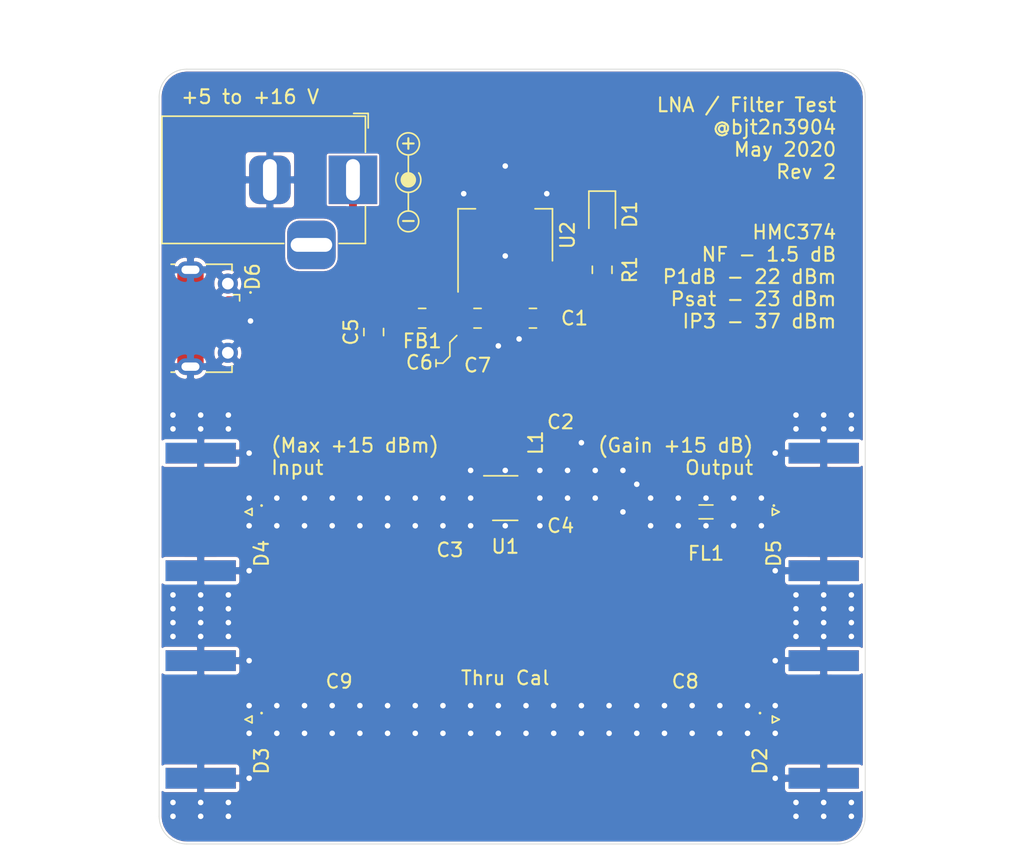
<source format=kicad_pcb>
(kicad_pcb (version 20171130) (host pcbnew 5.1.5-52549c5~86~ubuntu18.04.1)

  (general
    (thickness 1.6)
    (drawings 35)
    (tracks 181)
    (zones 0)
    (modules 27)
    (nets 20)
  )

  (page A4)
  (layers
    (0 F.Cu signal)
    (31 B.Cu signal)
    (32 B.Adhes user)
    (33 F.Adhes user)
    (34 B.Paste user)
    (35 F.Paste user)
    (36 B.SilkS user)
    (37 F.SilkS user)
    (38 B.Mask user)
    (39 F.Mask user)
    (40 Dwgs.User user)
    (41 Cmts.User user)
    (42 Eco1.User user)
    (43 Eco2.User user)
    (44 Edge.Cuts user)
    (45 Margin user)
    (46 B.CrtYd user)
    (47 F.CrtYd user)
    (48 B.Fab user hide)
    (49 F.Fab user hide)
  )

  (setup
    (last_trace_width 0.56388)
    (trace_clearance 0.1524)
    (zone_clearance 0.1524)
    (zone_45_only no)
    (trace_min 0.2)
    (via_size 0.8)
    (via_drill 0.4)
    (via_min_size 0.4)
    (via_min_drill 0.3)
    (uvia_size 0.3)
    (uvia_drill 0.1)
    (uvias_allowed no)
    (uvia_min_size 0.2)
    (uvia_min_drill 0.1)
    (edge_width 0.05)
    (segment_width 0.2)
    (pcb_text_width 0.3)
    (pcb_text_size 1.5 1.5)
    (mod_edge_width 0.12)
    (mod_text_size 1 1)
    (mod_text_width 0.15)
    (pad_size 1.524 1.524)
    (pad_drill 0.762)
    (pad_to_mask_clearance 0.051)
    (solder_mask_min_width 0.25)
    (aux_axis_origin 0 0)
    (visible_elements FFFFFF7F)
    (pcbplotparams
      (layerselection 0x010fc_ffffffff)
      (usegerberextensions false)
      (usegerberattributes false)
      (usegerberadvancedattributes false)
      (creategerberjobfile false)
      (excludeedgelayer true)
      (linewidth 0.100000)
      (plotframeref false)
      (viasonmask false)
      (mode 1)
      (useauxorigin false)
      (hpglpennumber 1)
      (hpglpenspeed 20)
      (hpglpendiameter 15.000000)
      (psnegative false)
      (psa4output false)
      (plotreference true)
      (plotvalue true)
      (plotinvisibletext false)
      (padsonsilk false)
      (subtractmaskfromsilk false)
      (outputformat 1)
      (mirror false)
      (drillshape 0)
      (scaleselection 1)
      (outputdirectory "gerbers/"))
  )

  (net 0 "")
  (net 1 +3V3)
  (net 2 GND)
  (net 3 "Net-(C3-Pad2)")
  (net 4 "Net-(C3-Pad1)")
  (net 5 "Net-(C4-Pad2)")
  (net 6 "Net-(C4-Pad1)")
  (net 7 +5V)
  (net 8 "Net-(C6-Pad2)")
  (net 9 "Net-(D1-Pad2)")
  (net 10 "Net-(J3-Pad3)")
  (net 11 "Net-(J4-Pad3)")
  (net 12 "Net-(J4-Pad4)")
  (net 13 "Net-(J4-Pad2)")
  (net 14 "Net-(U1-Pad4)")
  (net 15 "Net-(U1-Pad1)")
  (net 16 "Net-(C8-Pad2)")
  (net 17 "Net-(C8-Pad1)")
  (net 18 "Net-(C9-Pad1)")
  (net 19 "Net-(D5-Pad1)")

  (net_class Default "This is the default net class."
    (clearance 0.1524)
    (trace_width 0.56388)
    (via_dia 0.8)
    (via_drill 0.4)
    (uvia_dia 0.3)
    (uvia_drill 0.1)
    (add_net +3V3)
    (add_net +5V)
    (add_net GND)
    (add_net "Net-(C3-Pad1)")
    (add_net "Net-(C3-Pad2)")
    (add_net "Net-(C4-Pad2)")
    (add_net "Net-(C6-Pad2)")
    (add_net "Net-(C8-Pad1)")
    (add_net "Net-(C8-Pad2)")
    (add_net "Net-(C9-Pad1)")
    (add_net "Net-(D1-Pad2)")
    (add_net "Net-(D5-Pad1)")
    (add_net "Net-(J3-Pad3)")
    (add_net "Net-(J4-Pad2)")
    (add_net "Net-(J4-Pad3)")
    (add_net "Net-(J4-Pad4)")
    (add_net "Net-(U1-Pad1)")
    (add_net "Net-(U1-Pad4)")
  )

  (net_class RF ""
    (clearance 0.1524)
    (trace_width 0.56388)
    (via_dia 0.8)
    (via_drill 0.4)
    (uvia_dia 0.3)
    (uvia_drill 0.1)
    (add_net "Net-(C4-Pad1)")
  )

  (module Diode_SMD:D_0201_0603Metric (layer F.Cu) (tedit 5B301BBE) (tstamp 5EB01024)
    (at 88.6 45 270)
    (descr "Diode SMD 0201 (0603 Metric), square (rectangular) end terminal, IPC_7351 nominal, (Body size source: https://www.vishay.com/docs/20052/crcw0201e3.pdf), generated with kicad-footprint-generator")
    (tags diode)
    (path /5EBBBEAD)
    (attr smd)
    (fp_text reference D6 (at -2 -0.15 90) (layer F.SilkS)
      (effects (font (size 1 1) (thickness 0.15)))
    )
    (fp_text value ESD101 (at 0 1.05 90) (layer F.Fab)
      (effects (font (size 1 1) (thickness 0.15)))
    )
    (fp_text user %R (at 0 -0.68 90) (layer F.Fab)
      (effects (font (size 0.25 0.25) (thickness 0.04)))
    )
    (fp_line (start 0.7 0.35) (end -0.7 0.35) (layer F.CrtYd) (width 0.05))
    (fp_line (start 0.7 -0.35) (end 0.7 0.35) (layer F.CrtYd) (width 0.05))
    (fp_line (start -0.7 -0.35) (end 0.7 -0.35) (layer F.CrtYd) (width 0.05))
    (fp_line (start -0.7 0.35) (end -0.7 -0.35) (layer F.CrtYd) (width 0.05))
    (fp_line (start -0.1 0.15) (end -0.1 -0.15) (layer F.Fab) (width 0.1))
    (fp_line (start -0.2 0.15) (end -0.2 -0.15) (layer F.Fab) (width 0.1))
    (fp_line (start 0.3 0.15) (end -0.3 0.15) (layer F.Fab) (width 0.1))
    (fp_line (start 0.3 -0.15) (end 0.3 0.15) (layer F.Fab) (width 0.1))
    (fp_line (start -0.3 -0.15) (end 0.3 -0.15) (layer F.Fab) (width 0.1))
    (fp_line (start -0.3 0.15) (end -0.3 -0.15) (layer F.Fab) (width 0.1))
    (fp_circle (center -0.86 0) (end -0.81 0) (layer F.SilkS) (width 0.1))
    (pad 2 smd roundrect (at 0.32 0 270) (size 0.46 0.4) (layers F.Cu F.Mask) (roundrect_rratio 0.25)
      (net 2 GND))
    (pad 1 smd roundrect (at -0.32 0 270) (size 0.46 0.4) (layers F.Cu F.Mask) (roundrect_rratio 0.25)
      (net 7 +5V))
    (pad "" smd roundrect (at 0.345 0 270) (size 0.318 0.36) (layers F.Paste) (roundrect_rratio 0.25))
    (pad "" smd roundrect (at -0.345 0 270) (size 0.318 0.36) (layers F.Paste) (roundrect_rratio 0.25))
    (model ${KISYS3DMOD}/Diode_SMD.3dshapes/D_0201_0603Metric.wrl
      (at (xyz 0 0 0))
      (scale (xyz 1 1 1))
      (rotate (xyz 0 0 0))
    )
  )

  (module Diode_SMD:D_0201_0603Metric (layer F.Cu) (tedit 5B301BBE) (tstamp 5EB01010)
    (at 126.4 60.4 270)
    (descr "Diode SMD 0201 (0603 Metric), square (rectangular) end terminal, IPC_7351 nominal, (Body size source: https://www.vishay.com/docs/20052/crcw0201e3.pdf), generated with kicad-footprint-generator")
    (tags diode)
    (path /5EBABDD0)
    (attr smd)
    (fp_text reference D5 (at 2.6 0 90) (layer F.SilkS)
      (effects (font (size 1 1) (thickness 0.15)))
    )
    (fp_text value ESD101 (at 0 1.05 90) (layer F.Fab)
      (effects (font (size 1 1) (thickness 0.15)))
    )
    (fp_text user %R (at 0 -0.68 90) (layer F.Fab)
      (effects (font (size 0.25 0.25) (thickness 0.04)))
    )
    (fp_line (start 0.7 0.35) (end -0.7 0.35) (layer F.CrtYd) (width 0.05))
    (fp_line (start 0.7 -0.35) (end 0.7 0.35) (layer F.CrtYd) (width 0.05))
    (fp_line (start -0.7 -0.35) (end 0.7 -0.35) (layer F.CrtYd) (width 0.05))
    (fp_line (start -0.7 0.35) (end -0.7 -0.35) (layer F.CrtYd) (width 0.05))
    (fp_line (start -0.1 0.15) (end -0.1 -0.15) (layer F.Fab) (width 0.1))
    (fp_line (start -0.2 0.15) (end -0.2 -0.15) (layer F.Fab) (width 0.1))
    (fp_line (start 0.3 0.15) (end -0.3 0.15) (layer F.Fab) (width 0.1))
    (fp_line (start 0.3 -0.15) (end 0.3 0.15) (layer F.Fab) (width 0.1))
    (fp_line (start -0.3 -0.15) (end 0.3 -0.15) (layer F.Fab) (width 0.1))
    (fp_line (start -0.3 0.15) (end -0.3 -0.15) (layer F.Fab) (width 0.1))
    (fp_circle (center -0.86 0) (end -0.81 0) (layer F.SilkS) (width 0.1))
    (pad 2 smd roundrect (at 0.32 0 270) (size 0.46 0.4) (layers F.Cu F.Mask) (roundrect_rratio 0.25)
      (net 2 GND))
    (pad 1 smd roundrect (at -0.32 0 270) (size 0.46 0.4) (layers F.Cu F.Mask) (roundrect_rratio 0.25)
      (net 19 "Net-(D5-Pad1)"))
    (pad "" smd roundrect (at 0.345 0 270) (size 0.318 0.36) (layers F.Paste) (roundrect_rratio 0.25))
    (pad "" smd roundrect (at -0.345 0 270) (size 0.318 0.36) (layers F.Paste) (roundrect_rratio 0.25))
    (model ${KISYS3DMOD}/Diode_SMD.3dshapes/D_0201_0603Metric.wrl
      (at (xyz 0 0 0))
      (scale (xyz 1 1 1))
      (rotate (xyz 0 0 0))
    )
  )

  (module Diode_SMD:D_0201_0603Metric (layer F.Cu) (tedit 5B301BBE) (tstamp 5EB00FFC)
    (at 89.4 60.4 270)
    (descr "Diode SMD 0201 (0603 Metric), square (rectangular) end terminal, IPC_7351 nominal, (Body size source: https://www.vishay.com/docs/20052/crcw0201e3.pdf), generated with kicad-footprint-generator")
    (tags diode)
    (path /5EBA42AE)
    (attr smd)
    (fp_text reference D4 (at 2.6 0 90) (layer F.SilkS)
      (effects (font (size 1 1) (thickness 0.15)))
    )
    (fp_text value ESD101 (at 0 1.05 90) (layer F.Fab)
      (effects (font (size 1 1) (thickness 0.15)))
    )
    (fp_text user %R (at 0 -0.68 90) (layer F.Fab)
      (effects (font (size 0.25 0.25) (thickness 0.04)))
    )
    (fp_line (start 0.7 0.35) (end -0.7 0.35) (layer F.CrtYd) (width 0.05))
    (fp_line (start 0.7 -0.35) (end 0.7 0.35) (layer F.CrtYd) (width 0.05))
    (fp_line (start -0.7 -0.35) (end 0.7 -0.35) (layer F.CrtYd) (width 0.05))
    (fp_line (start -0.7 0.35) (end -0.7 -0.35) (layer F.CrtYd) (width 0.05))
    (fp_line (start -0.1 0.15) (end -0.1 -0.15) (layer F.Fab) (width 0.1))
    (fp_line (start -0.2 0.15) (end -0.2 -0.15) (layer F.Fab) (width 0.1))
    (fp_line (start 0.3 0.15) (end -0.3 0.15) (layer F.Fab) (width 0.1))
    (fp_line (start 0.3 -0.15) (end 0.3 0.15) (layer F.Fab) (width 0.1))
    (fp_line (start -0.3 -0.15) (end 0.3 -0.15) (layer F.Fab) (width 0.1))
    (fp_line (start -0.3 0.15) (end -0.3 -0.15) (layer F.Fab) (width 0.1))
    (fp_circle (center -0.86 0) (end -0.81 0) (layer F.SilkS) (width 0.1))
    (pad 2 smd roundrect (at 0.32 0 270) (size 0.46 0.4) (layers F.Cu F.Mask) (roundrect_rratio 0.25)
      (net 2 GND))
    (pad 1 smd roundrect (at -0.32 0 270) (size 0.46 0.4) (layers F.Cu F.Mask) (roundrect_rratio 0.25)
      (net 3 "Net-(C3-Pad2)"))
    (pad "" smd roundrect (at 0.345 0 270) (size 0.318 0.36) (layers F.Paste) (roundrect_rratio 0.25))
    (pad "" smd roundrect (at -0.345 0 270) (size 0.318 0.36) (layers F.Paste) (roundrect_rratio 0.25))
    (model ${KISYS3DMOD}/Diode_SMD.3dshapes/D_0201_0603Metric.wrl
      (at (xyz 0 0 0))
      (scale (xyz 1 1 1))
      (rotate (xyz 0 0 0))
    )
  )

  (module Diode_SMD:D_0201_0603Metric (layer F.Cu) (tedit 5B301BBE) (tstamp 5EB00FE8)
    (at 89.4 75.4 270)
    (descr "Diode SMD 0201 (0603 Metric), square (rectangular) end terminal, IPC_7351 nominal, (Body size source: https://www.vishay.com/docs/20052/crcw0201e3.pdf), generated with kicad-footprint-generator")
    (tags diode)
    (path /5EBCF2A1)
    (attr smd)
    (fp_text reference D3 (at 2.6 0 90) (layer F.SilkS)
      (effects (font (size 1 1) (thickness 0.15)))
    )
    (fp_text value ESD101 (at 0 1.05 90) (layer F.Fab)
      (effects (font (size 1 1) (thickness 0.15)))
    )
    (fp_text user %R (at 0 -0.68 90) (layer F.Fab)
      (effects (font (size 0.25 0.25) (thickness 0.04)))
    )
    (fp_line (start 0.7 0.35) (end -0.7 0.35) (layer F.CrtYd) (width 0.05))
    (fp_line (start 0.7 -0.35) (end 0.7 0.35) (layer F.CrtYd) (width 0.05))
    (fp_line (start -0.7 -0.35) (end 0.7 -0.35) (layer F.CrtYd) (width 0.05))
    (fp_line (start -0.7 0.35) (end -0.7 -0.35) (layer F.CrtYd) (width 0.05))
    (fp_line (start -0.1 0.15) (end -0.1 -0.15) (layer F.Fab) (width 0.1))
    (fp_line (start -0.2 0.15) (end -0.2 -0.15) (layer F.Fab) (width 0.1))
    (fp_line (start 0.3 0.15) (end -0.3 0.15) (layer F.Fab) (width 0.1))
    (fp_line (start 0.3 -0.15) (end 0.3 0.15) (layer F.Fab) (width 0.1))
    (fp_line (start -0.3 -0.15) (end 0.3 -0.15) (layer F.Fab) (width 0.1))
    (fp_line (start -0.3 0.15) (end -0.3 -0.15) (layer F.Fab) (width 0.1))
    (fp_circle (center -0.86 0) (end -0.81 0) (layer F.SilkS) (width 0.1))
    (pad 2 smd roundrect (at 0.32 0 270) (size 0.46 0.4) (layers F.Cu F.Mask) (roundrect_rratio 0.25)
      (net 2 GND))
    (pad 1 smd roundrect (at -0.32 0 270) (size 0.46 0.4) (layers F.Cu F.Mask) (roundrect_rratio 0.25)
      (net 18 "Net-(C9-Pad1)"))
    (pad "" smd roundrect (at 0.345 0 270) (size 0.318 0.36) (layers F.Paste) (roundrect_rratio 0.25))
    (pad "" smd roundrect (at -0.345 0 270) (size 0.318 0.36) (layers F.Paste) (roundrect_rratio 0.25))
    (model ${KISYS3DMOD}/Diode_SMD.3dshapes/D_0201_0603Metric.wrl
      (at (xyz 0 0 0))
      (scale (xyz 1 1 1))
      (rotate (xyz 0 0 0))
    )
  )

  (module Diode_SMD:D_0201_0603Metric (layer F.Cu) (tedit 5B301BBE) (tstamp 5EB0132B)
    (at 125.4 75.4 270)
    (descr "Diode SMD 0201 (0603 Metric), square (rectangular) end terminal, IPC_7351 nominal, (Body size source: https://www.vishay.com/docs/20052/crcw0201e3.pdf), generated with kicad-footprint-generator")
    (tags diode)
    (path /5EBCEB59)
    (attr smd)
    (fp_text reference D2 (at 2.6 0 90) (layer F.SilkS)
      (effects (font (size 1 1) (thickness 0.15)))
    )
    (fp_text value ESD101 (at 0 1.05 90) (layer F.Fab)
      (effects (font (size 1 1) (thickness 0.15)))
    )
    (fp_text user %R (at 0 -0.68 90) (layer F.Fab)
      (effects (font (size 0.25 0.25) (thickness 0.04)))
    )
    (fp_line (start 0.7 0.35) (end -0.7 0.35) (layer F.CrtYd) (width 0.05))
    (fp_line (start 0.7 -0.35) (end 0.7 0.35) (layer F.CrtYd) (width 0.05))
    (fp_line (start -0.7 -0.35) (end 0.7 -0.35) (layer F.CrtYd) (width 0.05))
    (fp_line (start -0.7 0.35) (end -0.7 -0.35) (layer F.CrtYd) (width 0.05))
    (fp_line (start -0.1 0.15) (end -0.1 -0.15) (layer F.Fab) (width 0.1))
    (fp_line (start -0.2 0.15) (end -0.2 -0.15) (layer F.Fab) (width 0.1))
    (fp_line (start 0.3 0.15) (end -0.3 0.15) (layer F.Fab) (width 0.1))
    (fp_line (start 0.3 -0.15) (end 0.3 0.15) (layer F.Fab) (width 0.1))
    (fp_line (start -0.3 -0.15) (end 0.3 -0.15) (layer F.Fab) (width 0.1))
    (fp_line (start -0.3 0.15) (end -0.3 -0.15) (layer F.Fab) (width 0.1))
    (fp_circle (center -0.86 0) (end -0.81 0) (layer F.SilkS) (width 0.1))
    (pad 2 smd roundrect (at 0.32 0 270) (size 0.46 0.4) (layers F.Cu F.Mask) (roundrect_rratio 0.25)
      (net 2 GND))
    (pad 1 smd roundrect (at -0.32 0 270) (size 0.46 0.4) (layers F.Cu F.Mask) (roundrect_rratio 0.25)
      (net 16 "Net-(C8-Pad2)"))
    (pad "" smd roundrect (at 0.345 0 270) (size 0.318 0.36) (layers F.Paste) (roundrect_rratio 0.25))
    (pad "" smd roundrect (at -0.345 0 270) (size 0.318 0.36) (layers F.Paste) (roundrect_rratio 0.25))
    (model ${KISYS3DMOD}/Diode_SMD.3dshapes/D_0201_0603Metric.wrl
      (at (xyz 0 0 0))
      (scale (xyz 1 1 1))
      (rotate (xyz 0 0 0))
    )
  )

  (module lna-filt:FI168B0845D9-T (layer F.Cu) (tedit 5EAF6BA3) (tstamp 5EAF808B)
    (at 121.5 60)
    (path /5EB01A27)
    (fp_text reference FL1 (at 0 3) (layer F.SilkS)
      (effects (font (size 1 1) (thickness 0.15)))
    )
    (fp_text value FI168B0845D9-T (at 0 0) (layer F.Fab)
      (effects (font (size 1 1) (thickness 0.15)))
    )
    (fp_line (start -0.5 0.5) (end 0.5 0.5) (layer F.SilkS) (width 0.12))
    (fp_line (start -0.5 -0.5) (end 0.5 -0.5) (layer F.SilkS) (width 0.12))
    (fp_line (start -0.8 0.325) (end 0.8 0.325) (layer F.CrtYd) (width 0.12))
    (fp_line (start 0.8 -0.325) (end -0.8 -0.325) (layer F.CrtYd) (width 0.12))
    (fp_line (start 0.8 -0.325) (end 0.8 0.325) (layer F.CrtYd) (width 0.12))
    (fp_line (start -0.8 -0.325) (end -0.8 0.325) (layer F.CrtYd) (width 0.12))
    (pad 2 smd rect (at 0 0) (size 0.4 0.7) (layers F.Cu F.Paste F.Mask)
      (net 2 GND))
    (pad 3 smd rect (at 0.6 0) (size 0.3 0.7) (layers F.Cu F.Paste F.Mask)
      (net 19 "Net-(D5-Pad1)"))
    (pad 1 smd rect (at -0.6 0) (size 0.3 0.7) (layers F.Cu F.Paste F.Mask)
      (net 6 "Net-(C4-Pad1)"))
  )

  (module Connector_Coaxial:SMA_Amphenol_132289_EdgeMount (layer F.Cu) (tedit 5A1C1810) (tstamp 5EAF9E45)
    (at 85 75 180)
    (descr http://www.amphenolrf.com/132289.html)
    (tags SMA)
    (path /5EB5D0E5)
    (attr smd)
    (fp_text reference J6 (at -3.96 -3 90) (layer F.SilkS) hide
      (effects (font (size 1 1) (thickness 0.15)))
    )
    (fp_text value Conn_Coaxial (at 5 6) (layer F.Fab)
      (effects (font (size 1 1) (thickness 0.15)))
    )
    (fp_line (start -1.91 5.08) (end 4.445 5.08) (layer F.Fab) (width 0.1))
    (fp_line (start -1.91 3.81) (end -1.91 5.08) (layer F.Fab) (width 0.1))
    (fp_line (start 2.54 3.81) (end -1.91 3.81) (layer F.Fab) (width 0.1))
    (fp_line (start 2.54 -3.81) (end 2.54 3.81) (layer F.Fab) (width 0.1))
    (fp_line (start -1.91 -3.81) (end 2.54 -3.81) (layer F.Fab) (width 0.1))
    (fp_line (start -1.91 -5.08) (end -1.91 -3.81) (layer F.Fab) (width 0.1))
    (fp_line (start -1.91 -5.08) (end 4.445 -5.08) (layer F.Fab) (width 0.1))
    (fp_line (start 4.445 -3.81) (end 4.445 -5.08) (layer F.Fab) (width 0.1))
    (fp_line (start 4.445 5.08) (end 4.445 3.81) (layer F.Fab) (width 0.1))
    (fp_line (start 13.97 3.81) (end 4.445 3.81) (layer F.Fab) (width 0.1))
    (fp_line (start 13.97 -3.81) (end 13.97 3.81) (layer F.Fab) (width 0.1))
    (fp_line (start 4.445 -3.81) (end 13.97 -3.81) (layer F.Fab) (width 0.1))
    (fp_line (start -3.04 5.58) (end -3.04 -5.58) (layer B.CrtYd) (width 0.05))
    (fp_line (start 14.47 5.58) (end -3.04 5.58) (layer B.CrtYd) (width 0.05))
    (fp_line (start 14.47 -5.58) (end 14.47 5.58) (layer B.CrtYd) (width 0.05))
    (fp_line (start 14.47 -5.58) (end -3.04 -5.58) (layer B.CrtYd) (width 0.05))
    (fp_line (start -3.04 5.58) (end -3.04 -5.58) (layer F.CrtYd) (width 0.05))
    (fp_line (start 14.47 5.58) (end -3.04 5.58) (layer F.CrtYd) (width 0.05))
    (fp_line (start 14.47 -5.58) (end 14.47 5.58) (layer F.CrtYd) (width 0.05))
    (fp_line (start 14.47 -5.58) (end -3.04 -5.58) (layer F.CrtYd) (width 0.05))
    (fp_text user %R (at 4.79 0 270) (layer F.Fab)
      (effects (font (size 1 1) (thickness 0.15)))
    )
    (fp_line (start 2.54 -0.75) (end 3.54 0) (layer F.Fab) (width 0.1))
    (fp_line (start 3.54 0) (end 2.54 0.75) (layer F.Fab) (width 0.1))
    (fp_line (start -3.21 0) (end -3.71 -0.25) (layer F.SilkS) (width 0.12))
    (fp_line (start -3.71 -0.25) (end -3.71 0.25) (layer F.SilkS) (width 0.12))
    (fp_line (start -3.71 0.25) (end -3.21 0) (layer F.SilkS) (width 0.12))
    (pad 1 smd rect (at 0 0 270) (size 1.5 5.08) (layers F.Cu F.Paste F.Mask)
      (net 18 "Net-(C9-Pad1)"))
    (pad 2 smd rect (at 0 -4.25 270) (size 1.5 5.08) (layers F.Cu F.Paste F.Mask)
      (net 2 GND))
    (pad 2 smd rect (at 0 4.25 270) (size 1.5 5.08) (layers F.Cu F.Paste F.Mask)
      (net 2 GND))
    (pad 2 smd rect (at 0 -4.25 270) (size 1.5 5.08) (layers B.Cu B.Paste B.Mask)
      (net 2 GND))
    (pad 2 smd rect (at 0 4.25 270) (size 1.5 5.08) (layers B.Cu B.Paste B.Mask)
      (net 2 GND))
    (model ${KISYS3DMOD}/Connector_Coaxial.3dshapes/SMA_Amphenol_132289_EdgeMount.wrl
      (at (xyz 0 0 0))
      (scale (xyz 1 1 1))
      (rotate (xyz 0 0 0))
    )
  )

  (module Connector_Coaxial:SMA_Amphenol_132289_EdgeMount (layer F.Cu) (tedit 5A1C1810) (tstamp 5EAF9E22)
    (at 130 75)
    (descr http://www.amphenolrf.com/132289.html)
    (tags SMA)
    (path /5EB59FCA)
    (attr smd)
    (fp_text reference J5 (at -3.96 -3 90) (layer F.SilkS) hide
      (effects (font (size 1 1) (thickness 0.15)))
    )
    (fp_text value Conn_Coaxial (at 5 6) (layer F.Fab)
      (effects (font (size 1 1) (thickness 0.15)))
    )
    (fp_line (start -1.91 5.08) (end 4.445 5.08) (layer F.Fab) (width 0.1))
    (fp_line (start -1.91 3.81) (end -1.91 5.08) (layer F.Fab) (width 0.1))
    (fp_line (start 2.54 3.81) (end -1.91 3.81) (layer F.Fab) (width 0.1))
    (fp_line (start 2.54 -3.81) (end 2.54 3.81) (layer F.Fab) (width 0.1))
    (fp_line (start -1.91 -3.81) (end 2.54 -3.81) (layer F.Fab) (width 0.1))
    (fp_line (start -1.91 -5.08) (end -1.91 -3.81) (layer F.Fab) (width 0.1))
    (fp_line (start -1.91 -5.08) (end 4.445 -5.08) (layer F.Fab) (width 0.1))
    (fp_line (start 4.445 -3.81) (end 4.445 -5.08) (layer F.Fab) (width 0.1))
    (fp_line (start 4.445 5.08) (end 4.445 3.81) (layer F.Fab) (width 0.1))
    (fp_line (start 13.97 3.81) (end 4.445 3.81) (layer F.Fab) (width 0.1))
    (fp_line (start 13.97 -3.81) (end 13.97 3.81) (layer F.Fab) (width 0.1))
    (fp_line (start 4.445 -3.81) (end 13.97 -3.81) (layer F.Fab) (width 0.1))
    (fp_line (start -3.04 5.58) (end -3.04 -5.58) (layer B.CrtYd) (width 0.05))
    (fp_line (start 14.47 5.58) (end -3.04 5.58) (layer B.CrtYd) (width 0.05))
    (fp_line (start 14.47 -5.58) (end 14.47 5.58) (layer B.CrtYd) (width 0.05))
    (fp_line (start 14.47 -5.58) (end -3.04 -5.58) (layer B.CrtYd) (width 0.05))
    (fp_line (start -3.04 5.58) (end -3.04 -5.58) (layer F.CrtYd) (width 0.05))
    (fp_line (start 14.47 5.58) (end -3.04 5.58) (layer F.CrtYd) (width 0.05))
    (fp_line (start 14.47 -5.58) (end 14.47 5.58) (layer F.CrtYd) (width 0.05))
    (fp_line (start 14.47 -5.58) (end -3.04 -5.58) (layer F.CrtYd) (width 0.05))
    (fp_text user %R (at 4.79 0 270) (layer F.Fab)
      (effects (font (size 1 1) (thickness 0.15)))
    )
    (fp_line (start 2.54 -0.75) (end 3.54 0) (layer F.Fab) (width 0.1))
    (fp_line (start 3.54 0) (end 2.54 0.75) (layer F.Fab) (width 0.1))
    (fp_line (start -3.21 0) (end -3.71 -0.25) (layer F.SilkS) (width 0.12))
    (fp_line (start -3.71 -0.25) (end -3.71 0.25) (layer F.SilkS) (width 0.12))
    (fp_line (start -3.71 0.25) (end -3.21 0) (layer F.SilkS) (width 0.12))
    (pad 1 smd rect (at 0 0 90) (size 1.5 5.08) (layers F.Cu F.Paste F.Mask)
      (net 16 "Net-(C8-Pad2)"))
    (pad 2 smd rect (at 0 -4.25 90) (size 1.5 5.08) (layers F.Cu F.Paste F.Mask)
      (net 2 GND))
    (pad 2 smd rect (at 0 4.25 90) (size 1.5 5.08) (layers F.Cu F.Paste F.Mask)
      (net 2 GND))
    (pad 2 smd rect (at 0 -4.25 90) (size 1.5 5.08) (layers B.Cu B.Paste B.Mask)
      (net 2 GND))
    (pad 2 smd rect (at 0 4.25 90) (size 1.5 5.08) (layers B.Cu B.Paste B.Mask)
      (net 2 GND))
    (model ${KISYS3DMOD}/Connector_Coaxial.3dshapes/SMA_Amphenol_132289_EdgeMount.wrl
      (at (xyz 0 0 0))
      (scale (xyz 1 1 1))
      (rotate (xyz 0 0 0))
    )
  )

  (module Capacitor_SMD:C_0402_1005Metric (layer F.Cu) (tedit 5B301BBE) (tstamp 5EAF9C59)
    (at 95 75)
    (descr "Capacitor SMD 0402 (1005 Metric), square (rectangular) end terminal, IPC_7351 nominal, (Body size source: http://www.tortai-tech.com/upload/download/2011102023233369053.pdf), generated with kicad-footprint-generator")
    (tags capacitor)
    (path /5EB6942D)
    (attr smd)
    (fp_text reference C9 (at 0 -2.75) (layer F.SilkS)
      (effects (font (size 1 1) (thickness 0.15)))
    )
    (fp_text value 150p (at 0 1.17) (layer F.Fab)
      (effects (font (size 1 1) (thickness 0.15)))
    )
    (fp_text user %R (at 0 0) (layer F.Fab)
      (effects (font (size 0.25 0.25) (thickness 0.04)))
    )
    (fp_line (start 0.93 0.47) (end -0.93 0.47) (layer F.CrtYd) (width 0.05))
    (fp_line (start 0.93 -0.47) (end 0.93 0.47) (layer F.CrtYd) (width 0.05))
    (fp_line (start -0.93 -0.47) (end 0.93 -0.47) (layer F.CrtYd) (width 0.05))
    (fp_line (start -0.93 0.47) (end -0.93 -0.47) (layer F.CrtYd) (width 0.05))
    (fp_line (start 0.5 0.25) (end -0.5 0.25) (layer F.Fab) (width 0.1))
    (fp_line (start 0.5 -0.25) (end 0.5 0.25) (layer F.Fab) (width 0.1))
    (fp_line (start -0.5 -0.25) (end 0.5 -0.25) (layer F.Fab) (width 0.1))
    (fp_line (start -0.5 0.25) (end -0.5 -0.25) (layer F.Fab) (width 0.1))
    (pad 2 smd roundrect (at 0.485 0) (size 0.59 0.64) (layers F.Cu F.Paste F.Mask) (roundrect_rratio 0.25)
      (net 17 "Net-(C8-Pad1)"))
    (pad 1 smd roundrect (at -0.485 0) (size 0.59 0.64) (layers F.Cu F.Paste F.Mask) (roundrect_rratio 0.25)
      (net 18 "Net-(C9-Pad1)"))
    (model ${KISYS3DMOD}/Capacitor_SMD.3dshapes/C_0402_1005Metric.wrl
      (at (xyz 0 0 0))
      (scale (xyz 1 1 1))
      (rotate (xyz 0 0 0))
    )
  )

  (module Capacitor_SMD:C_0402_1005Metric (layer F.Cu) (tedit 5B301BBE) (tstamp 5EAF9C4A)
    (at 120 75)
    (descr "Capacitor SMD 0402 (1005 Metric), square (rectangular) end terminal, IPC_7351 nominal, (Body size source: http://www.tortai-tech.com/upload/download/2011102023233369053.pdf), generated with kicad-footprint-generator")
    (tags capacitor)
    (path /5EB5AF25)
    (attr smd)
    (fp_text reference C8 (at 0 -2.75) (layer F.SilkS)
      (effects (font (size 1 1) (thickness 0.15)))
    )
    (fp_text value 150p (at 0 1.17) (layer F.Fab)
      (effects (font (size 1 1) (thickness 0.15)))
    )
    (fp_text user %R (at 0 0) (layer F.Fab)
      (effects (font (size 0.25 0.25) (thickness 0.04)))
    )
    (fp_line (start 0.93 0.47) (end -0.93 0.47) (layer F.CrtYd) (width 0.05))
    (fp_line (start 0.93 -0.47) (end 0.93 0.47) (layer F.CrtYd) (width 0.05))
    (fp_line (start -0.93 -0.47) (end 0.93 -0.47) (layer F.CrtYd) (width 0.05))
    (fp_line (start -0.93 0.47) (end -0.93 -0.47) (layer F.CrtYd) (width 0.05))
    (fp_line (start 0.5 0.25) (end -0.5 0.25) (layer F.Fab) (width 0.1))
    (fp_line (start 0.5 -0.25) (end 0.5 0.25) (layer F.Fab) (width 0.1))
    (fp_line (start -0.5 -0.25) (end 0.5 -0.25) (layer F.Fab) (width 0.1))
    (fp_line (start -0.5 0.25) (end -0.5 -0.25) (layer F.Fab) (width 0.1))
    (pad 2 smd roundrect (at 0.485 0) (size 0.59 0.64) (layers F.Cu F.Paste F.Mask) (roundrect_rratio 0.25)
      (net 16 "Net-(C8-Pad2)"))
    (pad 1 smd roundrect (at -0.485 0) (size 0.59 0.64) (layers F.Cu F.Paste F.Mask) (roundrect_rratio 0.25)
      (net 17 "Net-(C8-Pad1)"))
    (model ${KISYS3DMOD}/Capacitor_SMD.3dshapes/C_0402_1005Metric.wrl
      (at (xyz 0 0 0))
      (scale (xyz 1 1 1))
      (rotate (xyz 0 0 0))
    )
  )

  (module Package_TO_SOT_SMD:SOT-223-3_TabPin2 (layer F.Cu) (tedit 5A02FF57) (tstamp 5EAF8509)
    (at 107 40 90)
    (descr "module CMS SOT223 4 pins")
    (tags "CMS SOT")
    (path /5EB0CAD3)
    (attr smd)
    (fp_text reference U2 (at 0 4.5 90) (layer F.SilkS)
      (effects (font (size 1 1) (thickness 0.15)))
    )
    (fp_text value MCP1703A-3302_SOT223 (at 0 4.5 90) (layer F.Fab)
      (effects (font (size 1 1) (thickness 0.15)))
    )
    (fp_line (start 1.85 -3.35) (end 1.85 3.35) (layer F.Fab) (width 0.1))
    (fp_line (start -1.85 3.35) (end 1.85 3.35) (layer F.Fab) (width 0.1))
    (fp_line (start -4.1 -3.41) (end 1.91 -3.41) (layer F.SilkS) (width 0.12))
    (fp_line (start -0.85 -3.35) (end 1.85 -3.35) (layer F.Fab) (width 0.1))
    (fp_line (start -1.85 3.41) (end 1.91 3.41) (layer F.SilkS) (width 0.12))
    (fp_line (start -1.85 -2.35) (end -1.85 3.35) (layer F.Fab) (width 0.1))
    (fp_line (start -1.85 -2.35) (end -0.85 -3.35) (layer F.Fab) (width 0.1))
    (fp_line (start -4.4 -3.6) (end -4.4 3.6) (layer F.CrtYd) (width 0.05))
    (fp_line (start -4.4 3.6) (end 4.4 3.6) (layer F.CrtYd) (width 0.05))
    (fp_line (start 4.4 3.6) (end 4.4 -3.6) (layer F.CrtYd) (width 0.05))
    (fp_line (start 4.4 -3.6) (end -4.4 -3.6) (layer F.CrtYd) (width 0.05))
    (fp_line (start 1.91 -3.41) (end 1.91 -2.15) (layer F.SilkS) (width 0.12))
    (fp_line (start 1.91 3.41) (end 1.91 2.15) (layer F.SilkS) (width 0.12))
    (fp_text user %R (at 0 0) (layer F.Fab)
      (effects (font (size 0.8 0.8) (thickness 0.12)))
    )
    (pad 1 smd rect (at -3.15 -2.3 90) (size 2 1.5) (layers F.Cu F.Paste F.Mask)
      (net 8 "Net-(C6-Pad2)"))
    (pad 3 smd rect (at -3.15 2.3 90) (size 2 1.5) (layers F.Cu F.Paste F.Mask)
      (net 1 +3V3))
    (pad 2 smd rect (at -3.15 0 90) (size 2 1.5) (layers F.Cu F.Paste F.Mask)
      (net 2 GND))
    (pad 2 smd rect (at 3.15 0 90) (size 2 3.8) (layers F.Cu F.Paste F.Mask)
      (net 2 GND))
    (model ${KISYS3DMOD}/Package_TO_SOT_SMD.3dshapes/SOT-223.wrl
      (at (xyz 0 0 0))
      (scale (xyz 1 1 1))
      (rotate (xyz 0 0 0))
    )
  )

  (module Package_TO_SOT_SMD:SOT-23-6 (layer F.Cu) (tedit 5A02FF57) (tstamp 5EAF8153)
    (at 107 59)
    (descr "6-pin SOT-23 package")
    (tags SOT-23-6)
    (path /5EAF59B0)
    (attr smd)
    (fp_text reference U1 (at 0 3.5) (layer F.SilkS)
      (effects (font (size 1 1) (thickness 0.15)))
    )
    (fp_text value HMC374 (at 0 2.9) (layer F.Fab)
      (effects (font (size 1 1) (thickness 0.15)))
    )
    (fp_line (start 0.9 -1.55) (end 0.9 1.55) (layer F.Fab) (width 0.1))
    (fp_line (start 0.9 1.55) (end -0.9 1.55) (layer F.Fab) (width 0.1))
    (fp_line (start -0.9 -0.9) (end -0.9 1.55) (layer F.Fab) (width 0.1))
    (fp_line (start 0.9 -1.55) (end -0.25 -1.55) (layer F.Fab) (width 0.1))
    (fp_line (start -0.9 -0.9) (end -0.25 -1.55) (layer F.Fab) (width 0.1))
    (fp_line (start -1.9 -1.8) (end -1.9 1.8) (layer F.CrtYd) (width 0.05))
    (fp_line (start -1.9 1.8) (end 1.9 1.8) (layer F.CrtYd) (width 0.05))
    (fp_line (start 1.9 1.8) (end 1.9 -1.8) (layer F.CrtYd) (width 0.05))
    (fp_line (start 1.9 -1.8) (end -1.9 -1.8) (layer F.CrtYd) (width 0.05))
    (fp_line (start 0.9 -1.61) (end -1.55 -1.61) (layer F.SilkS) (width 0.12))
    (fp_line (start -0.9 1.61) (end 0.9 1.61) (layer F.SilkS) (width 0.12))
    (fp_text user %R (at 0 0 90) (layer F.Fab)
      (effects (font (size 0.5 0.5) (thickness 0.075)))
    )
    (pad 5 smd rect (at 1.1 0) (size 1.06 0.65) (layers F.Cu F.Paste F.Mask)
      (net 2 GND))
    (pad 6 smd rect (at 1.1 -0.95) (size 1.06 0.65) (layers F.Cu F.Paste F.Mask)
      (net 5 "Net-(C4-Pad2)"))
    (pad 4 smd rect (at 1.1 0.95) (size 1.06 0.65) (layers F.Cu F.Paste F.Mask)
      (net 14 "Net-(U1-Pad4)"))
    (pad 3 smd rect (at -1.1 0.95) (size 1.06 0.65) (layers F.Cu F.Paste F.Mask)
      (net 4 "Net-(C3-Pad1)"))
    (pad 2 smd rect (at -1.1 0) (size 1.06 0.65) (layers F.Cu F.Paste F.Mask)
      (net 2 GND))
    (pad 1 smd rect (at -1.1 -0.95) (size 1.06 0.65) (layers F.Cu F.Paste F.Mask)
      (net 15 "Net-(U1-Pad1)"))
    (model ${KISYS3DMOD}/Package_TO_SOT_SMD.3dshapes/SOT-23-6.wrl
      (at (xyz 0 0 0))
      (scale (xyz 1 1 1))
      (rotate (xyz 0 0 0))
    )
  )

  (module Resistor_SMD:R_0805_2012Metric (layer F.Cu) (tedit 5B36C52B) (tstamp 5EAF813D)
    (at 114 42.5 270)
    (descr "Resistor SMD 0805 (2012 Metric), square (rectangular) end terminal, IPC_7351 nominal, (Body size source: https://docs.google.com/spreadsheets/d/1BsfQQcO9C6DZCsRaXUlFlo91Tg2WpOkGARC1WS5S8t0/edit?usp=sharing), generated with kicad-footprint-generator")
    (tags resistor)
    (path /5EB2DEEE)
    (attr smd)
    (fp_text reference R1 (at 0 -2 90) (layer F.SilkS)
      (effects (font (size 1 1) (thickness 0.15)))
    )
    (fp_text value R (at 0 1.65 90) (layer F.Fab)
      (effects (font (size 1 1) (thickness 0.15)))
    )
    (fp_text user %R (at 0 0 90) (layer F.Fab)
      (effects (font (size 0.5 0.5) (thickness 0.08)))
    )
    (fp_line (start 1.68 0.95) (end -1.68 0.95) (layer F.CrtYd) (width 0.05))
    (fp_line (start 1.68 -0.95) (end 1.68 0.95) (layer F.CrtYd) (width 0.05))
    (fp_line (start -1.68 -0.95) (end 1.68 -0.95) (layer F.CrtYd) (width 0.05))
    (fp_line (start -1.68 0.95) (end -1.68 -0.95) (layer F.CrtYd) (width 0.05))
    (fp_line (start -0.258578 0.71) (end 0.258578 0.71) (layer F.SilkS) (width 0.12))
    (fp_line (start -0.258578 -0.71) (end 0.258578 -0.71) (layer F.SilkS) (width 0.12))
    (fp_line (start 1 0.6) (end -1 0.6) (layer F.Fab) (width 0.1))
    (fp_line (start 1 -0.6) (end 1 0.6) (layer F.Fab) (width 0.1))
    (fp_line (start -1 -0.6) (end 1 -0.6) (layer F.Fab) (width 0.1))
    (fp_line (start -1 0.6) (end -1 -0.6) (layer F.Fab) (width 0.1))
    (pad 2 smd roundrect (at 0.9375 0 270) (size 0.975 1.4) (layers F.Cu F.Paste F.Mask) (roundrect_rratio 0.25)
      (net 1 +3V3))
    (pad 1 smd roundrect (at -0.9375 0 270) (size 0.975 1.4) (layers F.Cu F.Paste F.Mask) (roundrect_rratio 0.25)
      (net 9 "Net-(D1-Pad2)"))
    (model ${KISYS3DMOD}/Resistor_SMD.3dshapes/R_0805_2012Metric.wrl
      (at (xyz 0 0 0))
      (scale (xyz 1 1 1))
      (rotate (xyz 0 0 0))
    )
  )

  (module Inductor_SMD:L_0402_1005Metric (layer F.Cu) (tedit 5B301BBE) (tstamp 5EAF812C)
    (at 110.5 56.5 270)
    (descr "Inductor SMD 0402 (1005 Metric), square (rectangular) end terminal, IPC_7351 nominal, (Body size source: http://www.tortai-tech.com/upload/download/2011102023233369053.pdf), generated with kicad-footprint-generator")
    (tags inductor)
    (path /5EAF701A)
    (attr smd)
    (fp_text reference L1 (at -1.5 1.3 270) (layer F.SilkS)
      (effects (font (size 1 1) (thickness 0.15)))
    )
    (fp_text value 27n (at 0 1.17 90) (layer F.Fab)
      (effects (font (size 1 1) (thickness 0.15)))
    )
    (fp_text user %R (at 0 0 90) (layer F.Fab)
      (effects (font (size 0.25 0.25) (thickness 0.04)))
    )
    (fp_line (start 0.93 0.47) (end -0.93 0.47) (layer F.CrtYd) (width 0.05))
    (fp_line (start 0.93 -0.47) (end 0.93 0.47) (layer F.CrtYd) (width 0.05))
    (fp_line (start -0.93 -0.47) (end 0.93 -0.47) (layer F.CrtYd) (width 0.05))
    (fp_line (start -0.93 0.47) (end -0.93 -0.47) (layer F.CrtYd) (width 0.05))
    (fp_line (start 0.5 0.25) (end -0.5 0.25) (layer F.Fab) (width 0.1))
    (fp_line (start 0.5 -0.25) (end 0.5 0.25) (layer F.Fab) (width 0.1))
    (fp_line (start -0.5 -0.25) (end 0.5 -0.25) (layer F.Fab) (width 0.1))
    (fp_line (start -0.5 0.25) (end -0.5 -0.25) (layer F.Fab) (width 0.1))
    (pad 2 smd roundrect (at 0.485 0 270) (size 0.59 0.64) (layers F.Cu F.Paste F.Mask) (roundrect_rratio 0.25)
      (net 5 "Net-(C4-Pad2)"))
    (pad 1 smd roundrect (at -0.485 0 270) (size 0.59 0.64) (layers F.Cu F.Paste F.Mask) (roundrect_rratio 0.25)
      (net 1 +3V3))
    (model ${KISYS3DMOD}/Inductor_SMD.3dshapes/L_0402_1005Metric.wrl
      (at (xyz 0 0 0))
      (scale (xyz 1 1 1))
      (rotate (xyz 0 0 0))
    )
  )

  (module Connector_USB:USB_Micro-B_Molex-105017-0001 (layer F.Cu) (tedit 5A1DC0BE) (tstamp 5EAF91E0)
    (at 85.5 46 270)
    (descr http://www.molex.com/pdm_docs/sd/1050170001_sd.pdf)
    (tags "Micro-USB SMD Typ-B")
    (path /5EB09443)
    (attr smd)
    (fp_text reference J4 (at 2.5 -3.5 90) (layer F.SilkS) hide
      (effects (font (size 1 1) (thickness 0.15)))
    )
    (fp_text value USB_B_Micro (at 0.3 4.3375 90) (layer F.Fab)
      (effects (font (size 1 1) (thickness 0.15)))
    )
    (fp_line (start -1.1 -2.1225) (end -1.1 -1.9125) (layer F.Fab) (width 0.1))
    (fp_line (start -1.5 -2.1225) (end -1.5 -1.9125) (layer F.Fab) (width 0.1))
    (fp_line (start -1.5 -2.1225) (end -1.1 -2.1225) (layer F.Fab) (width 0.1))
    (fp_line (start -1.1 -1.9125) (end -1.3 -1.7125) (layer F.Fab) (width 0.1))
    (fp_line (start -1.3 -1.7125) (end -1.5 -1.9125) (layer F.Fab) (width 0.1))
    (fp_line (start -1.7 -2.3125) (end -1.7 -1.8625) (layer F.SilkS) (width 0.12))
    (fp_line (start -1.7 -2.3125) (end -1.25 -2.3125) (layer F.SilkS) (width 0.12))
    (fp_line (start 3.9 -1.7625) (end 3.45 -1.7625) (layer F.SilkS) (width 0.12))
    (fp_line (start 3.9 0.0875) (end 3.9 -1.7625) (layer F.SilkS) (width 0.12))
    (fp_line (start -3.9 2.6375) (end -3.9 2.3875) (layer F.SilkS) (width 0.12))
    (fp_line (start -3.75 3.3875) (end -3.75 -1.6125) (layer F.Fab) (width 0.1))
    (fp_line (start -3.75 -1.6125) (end 3.75 -1.6125) (layer F.Fab) (width 0.1))
    (fp_line (start -3.75 3.389204) (end 3.75 3.389204) (layer F.Fab) (width 0.1))
    (fp_line (start -3 2.689204) (end 3 2.689204) (layer F.Fab) (width 0.1))
    (fp_line (start 3.75 3.3875) (end 3.75 -1.6125) (layer F.Fab) (width 0.1))
    (fp_line (start 3.9 2.6375) (end 3.9 2.3875) (layer F.SilkS) (width 0.12))
    (fp_line (start -3.9 0.0875) (end -3.9 -1.7625) (layer F.SilkS) (width 0.12))
    (fp_line (start -3.9 -1.7625) (end -3.45 -1.7625) (layer F.SilkS) (width 0.12))
    (fp_line (start -4.4 3.64) (end -4.4 -2.46) (layer F.CrtYd) (width 0.05))
    (fp_line (start -4.4 -2.46) (end 4.4 -2.46) (layer F.CrtYd) (width 0.05))
    (fp_line (start 4.4 -2.46) (end 4.4 3.64) (layer F.CrtYd) (width 0.05))
    (fp_line (start -4.4 3.64) (end 4.4 3.64) (layer F.CrtYd) (width 0.05))
    (fp_text user %R (at 0 0.8875 90) (layer F.Fab)
      (effects (font (size 1 1) (thickness 0.15)))
    )
    (fp_text user "PCB Edge" (at 0 2.6875 90) (layer Dwgs.User)
      (effects (font (size 0.5 0.5) (thickness 0.08)))
    )
    (pad 6 smd rect (at -2.9 1.2375 270) (size 1.2 1.9) (layers F.Cu F.Mask)
      (net 2 GND))
    (pad 6 smd rect (at 2.9 1.2375 270) (size 1.2 1.9) (layers F.Cu F.Mask)
      (net 2 GND))
    (pad 6 thru_hole oval (at 3.5 1.2375 270) (size 1.2 1.9) (drill oval 0.6 1.3) (layers *.Cu *.Mask)
      (net 2 GND))
    (pad 6 thru_hole oval (at -3.5 1.2375 90) (size 1.2 1.9) (drill oval 0.6 1.3) (layers *.Cu *.Mask)
      (net 2 GND))
    (pad 6 smd rect (at -1 1.2375 270) (size 1.5 1.9) (layers F.Cu F.Paste F.Mask)
      (net 2 GND))
    (pad 6 thru_hole circle (at 2.5 -1.4625 270) (size 1.45 1.45) (drill 0.85) (layers *.Cu *.Mask)
      (net 2 GND))
    (pad 3 smd rect (at 0 -1.4625 270) (size 0.4 1.35) (layers F.Cu F.Paste F.Mask)
      (net 11 "Net-(J4-Pad3)"))
    (pad 4 smd rect (at 0.65 -1.4625 270) (size 0.4 1.35) (layers F.Cu F.Paste F.Mask)
      (net 12 "Net-(J4-Pad4)"))
    (pad 5 smd rect (at 1.3 -1.4625 270) (size 0.4 1.35) (layers F.Cu F.Paste F.Mask)
      (net 2 GND))
    (pad 1 smd rect (at -1.3 -1.4625 270) (size 0.4 1.35) (layers F.Cu F.Paste F.Mask)
      (net 7 +5V))
    (pad 2 smd rect (at -0.65 -1.4625 270) (size 0.4 1.35) (layers F.Cu F.Paste F.Mask)
      (net 13 "Net-(J4-Pad2)"))
    (pad 6 thru_hole circle (at -2.5 -1.4625 270) (size 1.45 1.45) (drill 0.85) (layers *.Cu *.Mask)
      (net 2 GND))
    (pad 6 smd rect (at 1 1.2375 270) (size 1.5 1.9) (layers F.Cu F.Paste F.Mask)
      (net 2 GND))
    (model ${KISYS3DMOD}/Connector_USB.3dshapes/USB_Micro-B_Molex-105017-0001.wrl
      (at (xyz 0 0 0))
      (scale (xyz 1 1 1))
      (rotate (xyz 0 0 0))
    )
  )

  (module Connector_BarrelJack:BarrelJack_Horizontal (layer F.Cu) (tedit 5A1DBF6A) (tstamp 5EAF914B)
    (at 96 36)
    (descr "DC Barrel Jack")
    (tags "Power Jack")
    (path /5EB45149)
    (fp_text reference J3 (at 2 -3.5 90) (layer F.SilkS) hide
      (effects (font (size 1 1) (thickness 0.15)))
    )
    (fp_text value Barrel_Jack (at -6.2 -5.5) (layer F.Fab)
      (effects (font (size 1 1) (thickness 0.15)))
    )
    (fp_line (start 0 -4.5) (end -13.7 -4.5) (layer F.Fab) (width 0.1))
    (fp_line (start 0.8 4.5) (end 0.8 -3.75) (layer F.Fab) (width 0.1))
    (fp_line (start -13.7 4.5) (end 0.8 4.5) (layer F.Fab) (width 0.1))
    (fp_line (start -13.7 -4.5) (end -13.7 4.5) (layer F.Fab) (width 0.1))
    (fp_line (start -10.2 -4.5) (end -10.2 4.5) (layer F.Fab) (width 0.1))
    (fp_line (start 0.9 -4.6) (end 0.9 -2) (layer F.SilkS) (width 0.12))
    (fp_line (start -13.8 -4.6) (end 0.9 -4.6) (layer F.SilkS) (width 0.12))
    (fp_line (start 0.9 4.6) (end -1 4.6) (layer F.SilkS) (width 0.12))
    (fp_line (start 0.9 1.9) (end 0.9 4.6) (layer F.SilkS) (width 0.12))
    (fp_line (start -13.8 4.6) (end -13.8 -4.6) (layer F.SilkS) (width 0.12))
    (fp_line (start -5 4.6) (end -13.8 4.6) (layer F.SilkS) (width 0.12))
    (fp_line (start -14 4.75) (end -14 -4.75) (layer F.CrtYd) (width 0.05))
    (fp_line (start -5 4.75) (end -14 4.75) (layer F.CrtYd) (width 0.05))
    (fp_line (start -5 6.75) (end -5 4.75) (layer F.CrtYd) (width 0.05))
    (fp_line (start -1 6.75) (end -5 6.75) (layer F.CrtYd) (width 0.05))
    (fp_line (start -1 4.75) (end -1 6.75) (layer F.CrtYd) (width 0.05))
    (fp_line (start 1 4.75) (end -1 4.75) (layer F.CrtYd) (width 0.05))
    (fp_line (start 1 2) (end 1 4.75) (layer F.CrtYd) (width 0.05))
    (fp_line (start 2 2) (end 1 2) (layer F.CrtYd) (width 0.05))
    (fp_line (start 2 -2) (end 2 2) (layer F.CrtYd) (width 0.05))
    (fp_line (start 1 -2) (end 2 -2) (layer F.CrtYd) (width 0.05))
    (fp_line (start 1 -4.5) (end 1 -2) (layer F.CrtYd) (width 0.05))
    (fp_line (start 1 -4.75) (end -14 -4.75) (layer F.CrtYd) (width 0.05))
    (fp_line (start 1 -4.5) (end 1 -4.75) (layer F.CrtYd) (width 0.05))
    (fp_line (start 0.05 -4.8) (end 1.1 -4.8) (layer F.SilkS) (width 0.12))
    (fp_line (start 1.1 -3.75) (end 1.1 -4.8) (layer F.SilkS) (width 0.12))
    (fp_line (start -0.003213 -4.505425) (end 0.8 -3.75) (layer F.Fab) (width 0.1))
    (fp_text user %R (at -3 -2.95) (layer F.Fab)
      (effects (font (size 1 1) (thickness 0.15)))
    )
    (pad 3 thru_hole roundrect (at -3 4.7) (size 3.5 3.5) (drill oval 3 1) (layers *.Cu *.Mask) (roundrect_rratio 0.25)
      (net 10 "Net-(J3-Pad3)"))
    (pad 2 thru_hole roundrect (at -6 0) (size 3 3.5) (drill oval 1 3) (layers *.Cu *.Mask) (roundrect_rratio 0.25)
      (net 2 GND))
    (pad 1 thru_hole rect (at 0 0) (size 3.5 3.5) (drill oval 1 3) (layers *.Cu *.Mask)
      (net 7 +5V))
    (model ${KISYS3DMOD}/Connector_BarrelJack.3dshapes/BarrelJack_Horizontal.wrl
      (at (xyz 0 0 0))
      (scale (xyz 1 1 1))
      (rotate (xyz 0 0 0))
    )
  )

  (module Connector_Coaxial:SMA_Amphenol_132289_EdgeMount (layer F.Cu) (tedit 5A1C1810) (tstamp 5EAF80D1)
    (at 130 60)
    (descr http://www.amphenolrf.com/132289.html)
    (tags SMA)
    (path /5EB0483E)
    (attr smd)
    (fp_text reference J2 (at -4 -5.75 90) (layer F.SilkS) hide
      (effects (font (size 1 1) (thickness 0.15)))
    )
    (fp_text value Conn_Coaxial (at 5 6) (layer F.Fab)
      (effects (font (size 1 1) (thickness 0.15)))
    )
    (fp_line (start -1.91 5.08) (end 4.445 5.08) (layer F.Fab) (width 0.1))
    (fp_line (start -1.91 3.81) (end -1.91 5.08) (layer F.Fab) (width 0.1))
    (fp_line (start 2.54 3.81) (end -1.91 3.81) (layer F.Fab) (width 0.1))
    (fp_line (start 2.54 -3.81) (end 2.54 3.81) (layer F.Fab) (width 0.1))
    (fp_line (start -1.91 -3.81) (end 2.54 -3.81) (layer F.Fab) (width 0.1))
    (fp_line (start -1.91 -5.08) (end -1.91 -3.81) (layer F.Fab) (width 0.1))
    (fp_line (start -1.91 -5.08) (end 4.445 -5.08) (layer F.Fab) (width 0.1))
    (fp_line (start 4.445 -3.81) (end 4.445 -5.08) (layer F.Fab) (width 0.1))
    (fp_line (start 4.445 5.08) (end 4.445 3.81) (layer F.Fab) (width 0.1))
    (fp_line (start 13.97 3.81) (end 4.445 3.81) (layer F.Fab) (width 0.1))
    (fp_line (start 13.97 -3.81) (end 13.97 3.81) (layer F.Fab) (width 0.1))
    (fp_line (start 4.445 -3.81) (end 13.97 -3.81) (layer F.Fab) (width 0.1))
    (fp_line (start -3.04 5.58) (end -3.04 -5.58) (layer B.CrtYd) (width 0.05))
    (fp_line (start 14.47 5.58) (end -3.04 5.58) (layer B.CrtYd) (width 0.05))
    (fp_line (start 14.47 -5.58) (end 14.47 5.58) (layer B.CrtYd) (width 0.05))
    (fp_line (start 14.47 -5.58) (end -3.04 -5.58) (layer B.CrtYd) (width 0.05))
    (fp_line (start -3.04 5.58) (end -3.04 -5.58) (layer F.CrtYd) (width 0.05))
    (fp_line (start 14.47 5.58) (end -3.04 5.58) (layer F.CrtYd) (width 0.05))
    (fp_line (start 14.47 -5.58) (end 14.47 5.58) (layer F.CrtYd) (width 0.05))
    (fp_line (start 14.47 -5.58) (end -3.04 -5.58) (layer F.CrtYd) (width 0.05))
    (fp_text user %R (at 4.79 0 270) (layer F.Fab)
      (effects (font (size 1 1) (thickness 0.15)))
    )
    (fp_line (start 2.54 -0.75) (end 3.54 0) (layer F.Fab) (width 0.1))
    (fp_line (start 3.54 0) (end 2.54 0.75) (layer F.Fab) (width 0.1))
    (fp_line (start -3.21 0) (end -3.71 -0.25) (layer F.SilkS) (width 0.12))
    (fp_line (start -3.71 -0.25) (end -3.71 0.25) (layer F.SilkS) (width 0.12))
    (fp_line (start -3.71 0.25) (end -3.21 0) (layer F.SilkS) (width 0.12))
    (pad 1 smd rect (at 0 0 90) (size 1.5 5.08) (layers F.Cu F.Paste F.Mask)
      (net 19 "Net-(D5-Pad1)"))
    (pad 2 smd rect (at 0 -4.25 90) (size 1.5 5.08) (layers F.Cu F.Paste F.Mask)
      (net 2 GND))
    (pad 2 smd rect (at 0 4.25 90) (size 1.5 5.08) (layers F.Cu F.Paste F.Mask)
      (net 2 GND))
    (pad 2 smd rect (at 0 -4.25 90) (size 1.5 5.08) (layers B.Cu B.Paste B.Mask)
      (net 2 GND))
    (pad 2 smd rect (at 0 4.25 90) (size 1.5 5.08) (layers B.Cu B.Paste B.Mask)
      (net 2 GND))
    (model ${KISYS3DMOD}/Connector_Coaxial.3dshapes/SMA_Amphenol_132289_EdgeMount.wrl
      (at (xyz 0 0 0))
      (scale (xyz 1 1 1))
      (rotate (xyz 0 0 0))
    )
  )

  (module Connector_Coaxial:SMA_Amphenol_132289_EdgeMount (layer F.Cu) (tedit 5A1C1810) (tstamp 5EAF80AE)
    (at 85 60 180)
    (descr http://www.amphenolrf.com/132289.html)
    (tags SMA)
    (path /5EAFBB54)
    (attr smd)
    (fp_text reference J1 (at -3.96 -3 90) (layer F.SilkS) hide
      (effects (font (size 1 1) (thickness 0.15)))
    )
    (fp_text value Conn_Coaxial (at 5 6) (layer F.Fab)
      (effects (font (size 1 1) (thickness 0.15)))
    )
    (fp_line (start -1.91 5.08) (end 4.445 5.08) (layer F.Fab) (width 0.1))
    (fp_line (start -1.91 3.81) (end -1.91 5.08) (layer F.Fab) (width 0.1))
    (fp_line (start 2.54 3.81) (end -1.91 3.81) (layer F.Fab) (width 0.1))
    (fp_line (start 2.54 -3.81) (end 2.54 3.81) (layer F.Fab) (width 0.1))
    (fp_line (start -1.91 -3.81) (end 2.54 -3.81) (layer F.Fab) (width 0.1))
    (fp_line (start -1.91 -5.08) (end -1.91 -3.81) (layer F.Fab) (width 0.1))
    (fp_line (start -1.91 -5.08) (end 4.445 -5.08) (layer F.Fab) (width 0.1))
    (fp_line (start 4.445 -3.81) (end 4.445 -5.08) (layer F.Fab) (width 0.1))
    (fp_line (start 4.445 5.08) (end 4.445 3.81) (layer F.Fab) (width 0.1))
    (fp_line (start 13.97 3.81) (end 4.445 3.81) (layer F.Fab) (width 0.1))
    (fp_line (start 13.97 -3.81) (end 13.97 3.81) (layer F.Fab) (width 0.1))
    (fp_line (start 4.445 -3.81) (end 13.97 -3.81) (layer F.Fab) (width 0.1))
    (fp_line (start -3.04 5.58) (end -3.04 -5.58) (layer B.CrtYd) (width 0.05))
    (fp_line (start 14.47 5.58) (end -3.04 5.58) (layer B.CrtYd) (width 0.05))
    (fp_line (start 14.47 -5.58) (end 14.47 5.58) (layer B.CrtYd) (width 0.05))
    (fp_line (start 14.47 -5.58) (end -3.04 -5.58) (layer B.CrtYd) (width 0.05))
    (fp_line (start -3.04 5.58) (end -3.04 -5.58) (layer F.CrtYd) (width 0.05))
    (fp_line (start 14.47 5.58) (end -3.04 5.58) (layer F.CrtYd) (width 0.05))
    (fp_line (start 14.47 -5.58) (end 14.47 5.58) (layer F.CrtYd) (width 0.05))
    (fp_line (start 14.47 -5.58) (end -3.04 -5.58) (layer F.CrtYd) (width 0.05))
    (fp_text user %R (at 4.79 0 270) (layer F.Fab)
      (effects (font (size 1 1) (thickness 0.15)))
    )
    (fp_line (start 2.54 -0.75) (end 3.54 0) (layer F.Fab) (width 0.1))
    (fp_line (start 3.54 0) (end 2.54 0.75) (layer F.Fab) (width 0.1))
    (fp_line (start -3.21 0) (end -3.71 -0.25) (layer F.SilkS) (width 0.12))
    (fp_line (start -3.71 -0.25) (end -3.71 0.25) (layer F.SilkS) (width 0.12))
    (fp_line (start -3.71 0.25) (end -3.21 0) (layer F.SilkS) (width 0.12))
    (pad 1 smd rect (at 0 0 270) (size 1.5 5.08) (layers F.Cu F.Paste F.Mask)
      (net 3 "Net-(C3-Pad2)"))
    (pad 2 smd rect (at 0 -4.25 270) (size 1.5 5.08) (layers F.Cu F.Paste F.Mask)
      (net 2 GND))
    (pad 2 smd rect (at 0 4.25 270) (size 1.5 5.08) (layers F.Cu F.Paste F.Mask)
      (net 2 GND))
    (pad 2 smd rect (at 0 -4.25 270) (size 1.5 5.08) (layers B.Cu B.Paste B.Mask)
      (net 2 GND))
    (pad 2 smd rect (at 0 4.25 270) (size 1.5 5.08) (layers B.Cu B.Paste B.Mask)
      (net 2 GND))
    (model ${KISYS3DMOD}/Connector_Coaxial.3dshapes/SMA_Amphenol_132289_EdgeMount.wrl
      (at (xyz 0 0 0))
      (scale (xyz 1 1 1))
      (rotate (xyz 0 0 0))
    )
  )

  (module Resistor_SMD:R_0805_2012Metric (layer F.Cu) (tedit 5B36C52B) (tstamp 5EAF8067)
    (at 101 46 180)
    (descr "Resistor SMD 0805 (2012 Metric), square (rectangular) end terminal, IPC_7351 nominal, (Body size source: https://docs.google.com/spreadsheets/d/1BsfQQcO9C6DZCsRaXUlFlo91Tg2WpOkGARC1WS5S8t0/edit?usp=sharing), generated with kicad-footprint-generator")
    (tags resistor)
    (path /5EB26330)
    (attr smd)
    (fp_text reference FB1 (at 0 -1.65) (layer F.SilkS)
      (effects (font (size 1 1) (thickness 0.15)))
    )
    (fp_text value Ferrite_Bead_Small (at 0 1.65) (layer F.Fab)
      (effects (font (size 1 1) (thickness 0.15)))
    )
    (fp_text user %R (at 0 0) (layer F.Fab)
      (effects (font (size 0.5 0.5) (thickness 0.08)))
    )
    (fp_line (start 1.68 0.95) (end -1.68 0.95) (layer F.CrtYd) (width 0.05))
    (fp_line (start 1.68 -0.95) (end 1.68 0.95) (layer F.CrtYd) (width 0.05))
    (fp_line (start -1.68 -0.95) (end 1.68 -0.95) (layer F.CrtYd) (width 0.05))
    (fp_line (start -1.68 0.95) (end -1.68 -0.95) (layer F.CrtYd) (width 0.05))
    (fp_line (start -0.258578 0.71) (end 0.258578 0.71) (layer F.SilkS) (width 0.12))
    (fp_line (start -0.258578 -0.71) (end 0.258578 -0.71) (layer F.SilkS) (width 0.12))
    (fp_line (start 1 0.6) (end -1 0.6) (layer F.Fab) (width 0.1))
    (fp_line (start 1 -0.6) (end 1 0.6) (layer F.Fab) (width 0.1))
    (fp_line (start -1 -0.6) (end 1 -0.6) (layer F.Fab) (width 0.1))
    (fp_line (start -1 0.6) (end -1 -0.6) (layer F.Fab) (width 0.1))
    (pad 2 smd roundrect (at 0.9375 0 180) (size 0.975 1.4) (layers F.Cu F.Paste F.Mask) (roundrect_rratio 0.25)
      (net 7 +5V))
    (pad 1 smd roundrect (at -0.9375 0 180) (size 0.975 1.4) (layers F.Cu F.Paste F.Mask) (roundrect_rratio 0.25)
      (net 8 "Net-(C6-Pad2)"))
    (model ${KISYS3DMOD}/Resistor_SMD.3dshapes/R_0805_2012Metric.wrl
      (at (xyz 0 0 0))
      (scale (xyz 1 1 1))
      (rotate (xyz 0 0 0))
    )
  )

  (module LED_SMD:LED_0805_2012Metric (layer F.Cu) (tedit 5B36C52C) (tstamp 5EAF8056)
    (at 114 38.5 270)
    (descr "LED SMD 0805 (2012 Metric), square (rectangular) end terminal, IPC_7351 nominal, (Body size source: https://docs.google.com/spreadsheets/d/1BsfQQcO9C6DZCsRaXUlFlo91Tg2WpOkGARC1WS5S8t0/edit?usp=sharing), generated with kicad-footprint-generator")
    (tags diode)
    (path /5EB301A5)
    (attr smd)
    (fp_text reference D1 (at 0 -2 90) (layer F.SilkS)
      (effects (font (size 1 1) (thickness 0.15)))
    )
    (fp_text value LED (at 0 1.65 90) (layer F.Fab)
      (effects (font (size 1 1) (thickness 0.15)))
    )
    (fp_text user %R (at 0 0 90) (layer F.Fab)
      (effects (font (size 0.5 0.5) (thickness 0.08)))
    )
    (fp_line (start 1.68 0.95) (end -1.68 0.95) (layer F.CrtYd) (width 0.05))
    (fp_line (start 1.68 -0.95) (end 1.68 0.95) (layer F.CrtYd) (width 0.05))
    (fp_line (start -1.68 -0.95) (end 1.68 -0.95) (layer F.CrtYd) (width 0.05))
    (fp_line (start -1.68 0.95) (end -1.68 -0.95) (layer F.CrtYd) (width 0.05))
    (fp_line (start -1.685 0.96) (end 1 0.96) (layer F.SilkS) (width 0.12))
    (fp_line (start -1.685 -0.96) (end -1.685 0.96) (layer F.SilkS) (width 0.12))
    (fp_line (start 1 -0.96) (end -1.685 -0.96) (layer F.SilkS) (width 0.12))
    (fp_line (start 1 0.6) (end 1 -0.6) (layer F.Fab) (width 0.1))
    (fp_line (start -1 0.6) (end 1 0.6) (layer F.Fab) (width 0.1))
    (fp_line (start -1 -0.3) (end -1 0.6) (layer F.Fab) (width 0.1))
    (fp_line (start -0.7 -0.6) (end -1 -0.3) (layer F.Fab) (width 0.1))
    (fp_line (start 1 -0.6) (end -0.7 -0.6) (layer F.Fab) (width 0.1))
    (pad 2 smd roundrect (at 0.9375 0 270) (size 0.975 1.4) (layers F.Cu F.Paste F.Mask) (roundrect_rratio 0.25)
      (net 9 "Net-(D1-Pad2)"))
    (pad 1 smd roundrect (at -0.9375 0 270) (size 0.975 1.4) (layers F.Cu F.Paste F.Mask) (roundrect_rratio 0.25)
      (net 2 GND))
    (model ${KISYS3DMOD}/LED_SMD.3dshapes/LED_0805_2012Metric.wrl
      (at (xyz 0 0 0))
      (scale (xyz 1 1 1))
      (rotate (xyz 0 0 0))
    )
  )

  (module Capacitor_SMD:C_0402_1005Metric (layer F.Cu) (tedit 5B301BBE) (tstamp 5EAF8043)
    (at 105 48 180)
    (descr "Capacitor SMD 0402 (1005 Metric), square (rectangular) end terminal, IPC_7351 nominal, (Body size source: http://www.tortai-tech.com/upload/download/2011102023233369053.pdf), generated with kicad-footprint-generator")
    (tags capacitor)
    (path /5EB29F01)
    (attr smd)
    (fp_text reference C7 (at 0 -1.4) (layer F.SilkS)
      (effects (font (size 1 1) (thickness 0.15)))
    )
    (fp_text value 100n (at 0 1.17) (layer F.Fab)
      (effects (font (size 1 1) (thickness 0.15)))
    )
    (fp_text user %R (at 0 0) (layer F.Fab)
      (effects (font (size 0.25 0.25) (thickness 0.04)))
    )
    (fp_line (start 0.93 0.47) (end -0.93 0.47) (layer F.CrtYd) (width 0.05))
    (fp_line (start 0.93 -0.47) (end 0.93 0.47) (layer F.CrtYd) (width 0.05))
    (fp_line (start -0.93 -0.47) (end 0.93 -0.47) (layer F.CrtYd) (width 0.05))
    (fp_line (start -0.93 0.47) (end -0.93 -0.47) (layer F.CrtYd) (width 0.05))
    (fp_line (start 0.5 0.25) (end -0.5 0.25) (layer F.Fab) (width 0.1))
    (fp_line (start 0.5 -0.25) (end 0.5 0.25) (layer F.Fab) (width 0.1))
    (fp_line (start -0.5 -0.25) (end 0.5 -0.25) (layer F.Fab) (width 0.1))
    (fp_line (start -0.5 0.25) (end -0.5 -0.25) (layer F.Fab) (width 0.1))
    (pad 2 smd roundrect (at 0.485 0 180) (size 0.59 0.64) (layers F.Cu F.Paste F.Mask) (roundrect_rratio 0.25)
      (net 8 "Net-(C6-Pad2)"))
    (pad 1 smd roundrect (at -0.485 0 180) (size 0.59 0.64) (layers F.Cu F.Paste F.Mask) (roundrect_rratio 0.25)
      (net 2 GND))
    (model ${KISYS3DMOD}/Capacitor_SMD.3dshapes/C_0402_1005Metric.wrl
      (at (xyz 0 0 0))
      (scale (xyz 1 1 1))
      (rotate (xyz 0 0 0))
    )
  )

  (module Capacitor_SMD:C_0805_2012Metric (layer F.Cu) (tedit 5B36C52B) (tstamp 5EAF8034)
    (at 105 46 180)
    (descr "Capacitor SMD 0805 (2012 Metric), square (rectangular) end terminal, IPC_7351 nominal, (Body size source: https://docs.google.com/spreadsheets/d/1BsfQQcO9C6DZCsRaXUlFlo91Tg2WpOkGARC1WS5S8t0/edit?usp=sharing), generated with kicad-footprint-generator")
    (tags capacitor)
    (path /5EB288C8)
    (attr smd)
    (fp_text reference C6 (at 4.2 -3.2) (layer F.SilkS)
      (effects (font (size 1 1) (thickness 0.15)))
    )
    (fp_text value 4.7u (at 0 1.65) (layer F.Fab)
      (effects (font (size 1 1) (thickness 0.15)))
    )
    (fp_text user %R (at 0 0) (layer F.Fab)
      (effects (font (size 0.5 0.5) (thickness 0.08)))
    )
    (fp_line (start 1.68 0.95) (end -1.68 0.95) (layer F.CrtYd) (width 0.05))
    (fp_line (start 1.68 -0.95) (end 1.68 0.95) (layer F.CrtYd) (width 0.05))
    (fp_line (start -1.68 -0.95) (end 1.68 -0.95) (layer F.CrtYd) (width 0.05))
    (fp_line (start -1.68 0.95) (end -1.68 -0.95) (layer F.CrtYd) (width 0.05))
    (fp_line (start -0.258578 0.71) (end 0.258578 0.71) (layer F.SilkS) (width 0.12))
    (fp_line (start -0.258578 -0.71) (end 0.258578 -0.71) (layer F.SilkS) (width 0.12))
    (fp_line (start 1 0.6) (end -1 0.6) (layer F.Fab) (width 0.1))
    (fp_line (start 1 -0.6) (end 1 0.6) (layer F.Fab) (width 0.1))
    (fp_line (start -1 -0.6) (end 1 -0.6) (layer F.Fab) (width 0.1))
    (fp_line (start -1 0.6) (end -1 -0.6) (layer F.Fab) (width 0.1))
    (pad 2 smd roundrect (at 0.9375 0 180) (size 0.975 1.4) (layers F.Cu F.Paste F.Mask) (roundrect_rratio 0.25)
      (net 8 "Net-(C6-Pad2)"))
    (pad 1 smd roundrect (at -0.9375 0 180) (size 0.975 1.4) (layers F.Cu F.Paste F.Mask) (roundrect_rratio 0.25)
      (net 2 GND))
    (model ${KISYS3DMOD}/Capacitor_SMD.3dshapes/C_0805_2012Metric.wrl
      (at (xyz 0 0 0))
      (scale (xyz 1 1 1))
      (rotate (xyz 0 0 0))
    )
  )

  (module Capacitor_SMD:C_0805_2012Metric (layer F.Cu) (tedit 5B36C52B) (tstamp 5EAF8023)
    (at 97.5 47 90)
    (descr "Capacitor SMD 0805 (2012 Metric), square (rectangular) end terminal, IPC_7351 nominal, (Body size source: https://docs.google.com/spreadsheets/d/1BsfQQcO9C6DZCsRaXUlFlo91Tg2WpOkGARC1WS5S8t0/edit?usp=sharing), generated with kicad-footprint-generator")
    (tags capacitor)
    (path /5EB10547)
    (attr smd)
    (fp_text reference C5 (at 0 -1.65 90) (layer F.SilkS)
      (effects (font (size 1 1) (thickness 0.15)))
    )
    (fp_text value 4.7u (at 0 1.65 90) (layer F.Fab)
      (effects (font (size 1 1) (thickness 0.15)))
    )
    (fp_text user %R (at 0 0 90) (layer F.Fab)
      (effects (font (size 0.5 0.5) (thickness 0.08)))
    )
    (fp_line (start 1.68 0.95) (end -1.68 0.95) (layer F.CrtYd) (width 0.05))
    (fp_line (start 1.68 -0.95) (end 1.68 0.95) (layer F.CrtYd) (width 0.05))
    (fp_line (start -1.68 -0.95) (end 1.68 -0.95) (layer F.CrtYd) (width 0.05))
    (fp_line (start -1.68 0.95) (end -1.68 -0.95) (layer F.CrtYd) (width 0.05))
    (fp_line (start -0.258578 0.71) (end 0.258578 0.71) (layer F.SilkS) (width 0.12))
    (fp_line (start -0.258578 -0.71) (end 0.258578 -0.71) (layer F.SilkS) (width 0.12))
    (fp_line (start 1 0.6) (end -1 0.6) (layer F.Fab) (width 0.1))
    (fp_line (start 1 -0.6) (end 1 0.6) (layer F.Fab) (width 0.1))
    (fp_line (start -1 -0.6) (end 1 -0.6) (layer F.Fab) (width 0.1))
    (fp_line (start -1 0.6) (end -1 -0.6) (layer F.Fab) (width 0.1))
    (pad 2 smd roundrect (at 0.9375 0 90) (size 0.975 1.4) (layers F.Cu F.Paste F.Mask) (roundrect_rratio 0.25)
      (net 7 +5V))
    (pad 1 smd roundrect (at -0.9375 0 90) (size 0.975 1.4) (layers F.Cu F.Paste F.Mask) (roundrect_rratio 0.25)
      (net 2 GND))
    (model ${KISYS3DMOD}/Capacitor_SMD.3dshapes/C_0805_2012Metric.wrl
      (at (xyz 0 0 0))
      (scale (xyz 1 1 1))
      (rotate (xyz 0 0 0))
    )
  )

  (module Capacitor_SMD:C_0402_1005Metric (layer F.Cu) (tedit 5B301BBE) (tstamp 5EAF8012)
    (at 111 58 180)
    (descr "Capacitor SMD 0402 (1005 Metric), square (rectangular) end terminal, IPC_7351 nominal, (Body size source: http://www.tortai-tech.com/upload/download/2011102023233369053.pdf), generated with kicad-footprint-generator")
    (tags capacitor)
    (path /5EAF63BA)
    (attr smd)
    (fp_text reference C4 (at 0 -3) (layer F.SilkS)
      (effects (font (size 1 1) (thickness 0.15)))
    )
    (fp_text value 150p (at 0 1.17) (layer F.Fab)
      (effects (font (size 1 1) (thickness 0.15)))
    )
    (fp_text user %R (at 0 0) (layer F.Fab)
      (effects (font (size 0.25 0.25) (thickness 0.04)))
    )
    (fp_line (start 0.93 0.47) (end -0.93 0.47) (layer F.CrtYd) (width 0.05))
    (fp_line (start 0.93 -0.47) (end 0.93 0.47) (layer F.CrtYd) (width 0.05))
    (fp_line (start -0.93 -0.47) (end 0.93 -0.47) (layer F.CrtYd) (width 0.05))
    (fp_line (start -0.93 0.47) (end -0.93 -0.47) (layer F.CrtYd) (width 0.05))
    (fp_line (start 0.5 0.25) (end -0.5 0.25) (layer F.Fab) (width 0.1))
    (fp_line (start 0.5 -0.25) (end 0.5 0.25) (layer F.Fab) (width 0.1))
    (fp_line (start -0.5 -0.25) (end 0.5 -0.25) (layer F.Fab) (width 0.1))
    (fp_line (start -0.5 0.25) (end -0.5 -0.25) (layer F.Fab) (width 0.1))
    (pad 2 smd roundrect (at 0.485 0 180) (size 0.59 0.64) (layers F.Cu F.Paste F.Mask) (roundrect_rratio 0.25)
      (net 5 "Net-(C4-Pad2)"))
    (pad 1 smd roundrect (at -0.485 0 180) (size 0.59 0.64) (layers F.Cu F.Paste F.Mask) (roundrect_rratio 0.25)
      (net 6 "Net-(C4-Pad1)"))
    (model ${KISYS3DMOD}/Capacitor_SMD.3dshapes/C_0402_1005Metric.wrl
      (at (xyz 0 0 0))
      (scale (xyz 1 1 1))
      (rotate (xyz 0 0 0))
    )
  )

  (module Capacitor_SMD:C_0402_1005Metric (layer F.Cu) (tedit 5B301BBE) (tstamp 5EAF8003)
    (at 103 60 180)
    (descr "Capacitor SMD 0402 (1005 Metric), square (rectangular) end terminal, IPC_7351 nominal, (Body size source: http://www.tortai-tech.com/upload/download/2011102023233369053.pdf), generated with kicad-footprint-generator")
    (tags capacitor)
    (path /5EAF5D43)
    (attr smd)
    (fp_text reference C3 (at 0 -2.75) (layer F.SilkS)
      (effects (font (size 1 1) (thickness 0.15)))
    )
    (fp_text value 150p (at 0 1.17) (layer F.Fab)
      (effects (font (size 1 1) (thickness 0.15)))
    )
    (fp_text user %R (at 0 0) (layer F.Fab)
      (effects (font (size 0.25 0.25) (thickness 0.04)))
    )
    (fp_line (start 0.93 0.47) (end -0.93 0.47) (layer F.CrtYd) (width 0.05))
    (fp_line (start 0.93 -0.47) (end 0.93 0.47) (layer F.CrtYd) (width 0.05))
    (fp_line (start -0.93 -0.47) (end 0.93 -0.47) (layer F.CrtYd) (width 0.05))
    (fp_line (start -0.93 0.47) (end -0.93 -0.47) (layer F.CrtYd) (width 0.05))
    (fp_line (start 0.5 0.25) (end -0.5 0.25) (layer F.Fab) (width 0.1))
    (fp_line (start 0.5 -0.25) (end 0.5 0.25) (layer F.Fab) (width 0.1))
    (fp_line (start -0.5 -0.25) (end 0.5 -0.25) (layer F.Fab) (width 0.1))
    (fp_line (start -0.5 0.25) (end -0.5 -0.25) (layer F.Fab) (width 0.1))
    (pad 2 smd roundrect (at 0.485 0 180) (size 0.59 0.64) (layers F.Cu F.Paste F.Mask) (roundrect_rratio 0.25)
      (net 3 "Net-(C3-Pad2)"))
    (pad 1 smd roundrect (at -0.485 0 180) (size 0.59 0.64) (layers F.Cu F.Paste F.Mask) (roundrect_rratio 0.25)
      (net 4 "Net-(C3-Pad1)"))
    (model ${KISYS3DMOD}/Capacitor_SMD.3dshapes/C_0402_1005Metric.wrl
      (at (xyz 0 0 0))
      (scale (xyz 1 1 1))
      (rotate (xyz 0 0 0))
    )
  )

  (module Capacitor_SMD:C_0402_1005Metric (layer F.Cu) (tedit 5B301BBE) (tstamp 5EAF7FF4)
    (at 111 55 180)
    (descr "Capacitor SMD 0402 (1005 Metric), square (rectangular) end terminal, IPC_7351 nominal, (Body size source: http://www.tortai-tech.com/upload/download/2011102023233369053.pdf), generated with kicad-footprint-generator")
    (tags capacitor)
    (path /5EAF81B3)
    (attr smd)
    (fp_text reference C2 (at 0 1.5) (layer F.SilkS)
      (effects (font (size 1 1) (thickness 0.15)))
    )
    (fp_text value 1n (at 0 1.17) (layer F.Fab)
      (effects (font (size 1 1) (thickness 0.15)))
    )
    (fp_text user %R (at 0 0) (layer F.Fab)
      (effects (font (size 0.25 0.25) (thickness 0.04)))
    )
    (fp_line (start 0.93 0.47) (end -0.93 0.47) (layer F.CrtYd) (width 0.05))
    (fp_line (start 0.93 -0.47) (end 0.93 0.47) (layer F.CrtYd) (width 0.05))
    (fp_line (start -0.93 -0.47) (end 0.93 -0.47) (layer F.CrtYd) (width 0.05))
    (fp_line (start -0.93 0.47) (end -0.93 -0.47) (layer F.CrtYd) (width 0.05))
    (fp_line (start 0.5 0.25) (end -0.5 0.25) (layer F.Fab) (width 0.1))
    (fp_line (start 0.5 -0.25) (end 0.5 0.25) (layer F.Fab) (width 0.1))
    (fp_line (start -0.5 -0.25) (end 0.5 -0.25) (layer F.Fab) (width 0.1))
    (fp_line (start -0.5 0.25) (end -0.5 -0.25) (layer F.Fab) (width 0.1))
    (pad 2 smd roundrect (at 0.485 0 180) (size 0.59 0.64) (layers F.Cu F.Paste F.Mask) (roundrect_rratio 0.25)
      (net 1 +3V3))
    (pad 1 smd roundrect (at -0.485 0 180) (size 0.59 0.64) (layers F.Cu F.Paste F.Mask) (roundrect_rratio 0.25)
      (net 2 GND))
    (model ${KISYS3DMOD}/Capacitor_SMD.3dshapes/C_0402_1005Metric.wrl
      (at (xyz 0 0 0))
      (scale (xyz 1 1 1))
      (rotate (xyz 0 0 0))
    )
  )

  (module Capacitor_SMD:C_0805_2012Metric (layer F.Cu) (tedit 5B36C52B) (tstamp 5EAF7FE5)
    (at 109 46)
    (descr "Capacitor SMD 0805 (2012 Metric), square (rectangular) end terminal, IPC_7351 nominal, (Body size source: https://docs.google.com/spreadsheets/d/1BsfQQcO9C6DZCsRaXUlFlo91Tg2WpOkGARC1WS5S8t0/edit?usp=sharing), generated with kicad-footprint-generator")
    (tags capacitor)
    (path /5EAF852B)
    (attr smd)
    (fp_text reference C1 (at 3 0) (layer F.SilkS)
      (effects (font (size 1 1) (thickness 0.15)))
    )
    (fp_text value 4.7u (at 0 1.65) (layer F.Fab)
      (effects (font (size 1 1) (thickness 0.15)))
    )
    (fp_text user %R (at 0 0) (layer F.Fab)
      (effects (font (size 0.5 0.5) (thickness 0.08)))
    )
    (fp_line (start 1.68 0.95) (end -1.68 0.95) (layer F.CrtYd) (width 0.05))
    (fp_line (start 1.68 -0.95) (end 1.68 0.95) (layer F.CrtYd) (width 0.05))
    (fp_line (start -1.68 -0.95) (end 1.68 -0.95) (layer F.CrtYd) (width 0.05))
    (fp_line (start -1.68 0.95) (end -1.68 -0.95) (layer F.CrtYd) (width 0.05))
    (fp_line (start -0.258578 0.71) (end 0.258578 0.71) (layer F.SilkS) (width 0.12))
    (fp_line (start -0.258578 -0.71) (end 0.258578 -0.71) (layer F.SilkS) (width 0.12))
    (fp_line (start 1 0.6) (end -1 0.6) (layer F.Fab) (width 0.1))
    (fp_line (start 1 -0.6) (end 1 0.6) (layer F.Fab) (width 0.1))
    (fp_line (start -1 -0.6) (end 1 -0.6) (layer F.Fab) (width 0.1))
    (fp_line (start -1 0.6) (end -1 -0.6) (layer F.Fab) (width 0.1))
    (pad 2 smd roundrect (at 0.9375 0) (size 0.975 1.4) (layers F.Cu F.Paste F.Mask) (roundrect_rratio 0.25)
      (net 1 +3V3))
    (pad 1 smd roundrect (at -0.9375 0) (size 0.975 1.4) (layers F.Cu F.Paste F.Mask) (roundrect_rratio 0.25)
      (net 2 GND))
    (model ${KISYS3DMOD}/Capacitor_SMD.3dshapes/C_0805_2012Metric.wrl
      (at (xyz 0 0 0))
      (scale (xyz 1 1 1))
      (rotate (xyz 0 0 0))
    )
  )

  (gr_circle (center 100 33.4) (end 100 34.2) (layer F.SilkS) (width 0.12))
  (gr_circle (center 100 39) (end 100 38.25) (layer F.SilkS) (width 0.12) (tstamp 5ECC449D))
  (gr_line (start 100 36) (end 100 35.9) (layer F.SilkS) (width 0.12) (tstamp 5ECC4374))
  (gr_circle (center 100 36) (end 100 35.8) (layer F.SilkS) (width 0.12))
  (gr_circle (center 100 36) (end 100.1 35.7) (layer F.SilkS) (width 0.12))
  (gr_circle (center 100 36) (end 100 35.9) (layer F.SilkS) (width 0.12))
  (gr_circle (center 100 36) (end 100 35.6) (layer F.SilkS) (width 0.12))
  (gr_circle (center 100 36) (end 100 35.75) (layer F.SilkS) (width 0.12))
  (gr_text - (at 100 38.9) (layer F.SilkS) (tstamp 5ECC4346)
    (effects (font (size 1 1) (thickness 0.15)))
  )
  (gr_line (start 100 36.9) (end 100 38.25) (layer F.SilkS) (width 0.12))
  (gr_text + (at 100 33.3) (layer F.SilkS)
    (effects (font (size 1 1) (thickness 0.15)))
  )
  (gr_line (start 100 35.5) (end 100 34.25) (layer F.SilkS) (width 0.12))
  (gr_arc (start 100 36) (end 99.250001 35.500001) (angle -247.3801351) (layer F.SilkS) (width 0.12))
  (gr_circle (center 100 36) (end 100 35.5) (layer F.SilkS) (width 0.12))
  (gr_text "+5 to +16 V" (at 83.5 30) (layer F.SilkS) (tstamp 5ECBE13D)
    (effects (font (size 1 1) (thickness 0.15)) (justify left))
  )
  (gr_text "HMC374\nNF - 1.5 dB\nP1dB - 22 dBm\nPsat - 23 dBm\nIP3 - 37 dBm" (at 131 43) (layer F.SilkS) (tstamp 5EB020E9)
    (effects (font (size 1 1) (thickness 0.15)) (justify right))
  )
  (gr_line (start 102 49.5) (end 102 49) (layer F.SilkS) (width 0.12))
  (gr_line (start 102.5 49.25) (end 102 49.25) (layer F.SilkS) (width 0.12))
  (gr_line (start 103 48.75) (end 102.5 49.25) (layer F.SilkS) (width 0.12))
  (gr_line (start 103 47.75) (end 103 48.75) (layer F.SilkS) (width 0.12))
  (gr_line (start 103.5 47.25) (end 103 47.75) (layer F.SilkS) (width 0.12))
  (gr_text "Thru Cal" (at 107 72) (layer F.SilkS) (tstamp 5EB00634)
    (effects (font (size 1 1) (thickness 0.15)))
  )
  (gr_text "(Gain +15 dB)\nOutput" (at 125 56) (layer F.SilkS) (tstamp 5EB00603)
    (effects (font (size 1 1) (thickness 0.15)) (justify right))
  )
  (gr_text "(Max +15 dBm)\nInput" (at 90 56) (layer F.SilkS) (tstamp 5EB005FF)
    (effects (font (size 1 1) (thickness 0.15)) (justify left))
  )
  (gr_text "LNA / Filter Test\n@bjt2n3904\nMay 2020\nRev 2" (at 131 33) (layer F.SilkS)
    (effects (font (size 1 1) (thickness 0.15)) (justify right))
  )
  (dimension 51 (width 0.15) (layer Cmts.User)
    (gr_text "51.000 mm" (at 107.5 23.7) (layer Cmts.User)
      (effects (font (size 1 1) (thickness 0.15)))
    )
    (feature1 (pts (xy 133 30) (xy 133 24.413579)))
    (feature2 (pts (xy 82 30) (xy 82 24.413579)))
    (crossbar (pts (xy 82 25) (xy 133 25)))
    (arrow1a (pts (xy 133 25) (xy 131.873496 25.586421)))
    (arrow1b (pts (xy 133 25) (xy 131.873496 24.413579)))
    (arrow2a (pts (xy 82 25) (xy 83.126504 25.586421)))
    (arrow2b (pts (xy 82 25) (xy 83.126504 24.413579)))
  )
  (dimension 56 (width 0.15) (layer Cmts.User)
    (gr_text "56.000 mm" (at 78.7 56 270) (layer Cmts.User)
      (effects (font (size 1 1) (thickness 0.15)))
    )
    (feature1 (pts (xy 84 84) (xy 79.413579 84)))
    (feature2 (pts (xy 84 28) (xy 79.413579 28)))
    (crossbar (pts (xy 80 28) (xy 80 84)))
    (arrow1a (pts (xy 80 84) (xy 79.413579 82.873496)))
    (arrow1b (pts (xy 80 84) (xy 80.586421 82.873496)))
    (arrow2a (pts (xy 80 28) (xy 79.413579 29.126504)))
    (arrow2b (pts (xy 80 28) (xy 80.586421 29.126504)))
  )
  (gr_arc (start 84 30) (end 84 28) (angle -90) (layer Edge.Cuts) (width 0.05) (tstamp 5EB0039D))
  (gr_arc (start 131 30) (end 133 30) (angle -90) (layer Edge.Cuts) (width 0.05) (tstamp 5EB0039A))
  (gr_arc (start 131 82) (end 131 84) (angle -90) (layer Edge.Cuts) (width 0.05) (tstamp 5EB00397))
  (gr_arc (start 84 82) (end 82 82) (angle -90) (layer Edge.Cuts) (width 0.05))
  (gr_line (start 82 30) (end 82 82) (layer Edge.Cuts) (width 0.05) (tstamp 5EAF8FC1))
  (gr_line (start 131 28) (end 84 28) (layer Edge.Cuts) (width 0.05))
  (gr_line (start 133 82) (end 133 30) (layer Edge.Cuts) (width 0.05))
  (gr_line (start 84 84) (end 131 84) (layer Edge.Cuts) (width 0.05))

  (segment (start 110.5 55.015) (end 110.515 55) (width 0.56388) (layer F.Cu) (net 1))
  (segment (start 110.5 56.015) (end 110.5 55.015) (width 0.56388) (layer F.Cu) (net 1))
  (segment (start 110.515 46.5775) (end 109.9375 46) (width 0.56388) (layer F.Cu) (net 1))
  (segment (start 110.515 55) (end 110.515 46.5775) (width 0.56388) (layer F.Cu) (net 1))
  (segment (start 109.9375 43.7875) (end 109.3 43.15) (width 0.56388) (layer F.Cu) (net 1))
  (segment (start 109.9375 46) (end 109.9375 43.7875) (width 0.56388) (layer F.Cu) (net 1))
  (via (at 126.5 55.75) (size 0.8) (drill 0.4) (layers F.Cu B.Cu) (net 2))
  (via (at 126.5 64.25) (size 0.8) (drill 0.4) (layers F.Cu B.Cu) (net 2))
  (via (at 88.5 64.25) (size 0.8) (drill 0.4) (layers F.Cu B.Cu) (net 2))
  (via (at 88.5 55.75) (size 0.8) (drill 0.4) (layers F.Cu B.Cu) (net 2))
  (via (at 88.5 70.75) (size 0.8) (drill 0.4) (layers F.Cu B.Cu) (net 2) (tstamp 5EAFFE5A))
  (via (at 88.5 79.25) (size 0.8) (drill 0.4) (layers F.Cu B.Cu) (net 2) (tstamp 5EAFFE5B))
  (via (at 126.5 79.25) (size 0.8) (drill 0.4) (layers F.Cu B.Cu) (net 2) (tstamp 5EAFFE5E))
  (via (at 126.5 70.75) (size 0.8) (drill 0.4) (layers F.Cu B.Cu) (net 2) (tstamp 5EAFFE5F))
  (via (at 88.5 59) (size 0.8) (drill 0.4) (layers F.Cu B.Cu) (net 2))
  (via (at 90.5 59) (size 0.8) (drill 0.4) (layers F.Cu B.Cu) (net 2))
  (via (at 92.5 59) (size 0.8) (drill 0.4) (layers F.Cu B.Cu) (net 2))
  (via (at 94.5 59) (size 0.8) (drill 0.4) (layers F.Cu B.Cu) (net 2))
  (via (at 96.5 59) (size 0.8) (drill 0.4) (layers F.Cu B.Cu) (net 2))
  (via (at 98.5 59) (size 0.8) (drill 0.4) (layers F.Cu B.Cu) (net 2))
  (via (at 100.5 59) (size 0.8) (drill 0.4) (layers F.Cu B.Cu) (net 2))
  (via (at 102.5 59) (size 0.8) (drill 0.4) (layers F.Cu B.Cu) (net 2) (tstamp 5EAFFE66))
  (via (at 104.5 59) (size 0.8) (drill 0.4) (layers F.Cu B.Cu) (net 2) (tstamp 5EAFFE68))
  (via (at 100.5 61) (size 0.8) (drill 0.4) (layers F.Cu B.Cu) (net 2) (tstamp 5EAFFE75))
  (via (at 92.5 61) (size 0.8) (drill 0.4) (layers F.Cu B.Cu) (net 2) (tstamp 5EAFFE76))
  (via (at 98.5 61) (size 0.8) (drill 0.4) (layers F.Cu B.Cu) (net 2) (tstamp 5EAFFE77))
  (via (at 102.5 61) (size 0.8) (drill 0.4) (layers F.Cu B.Cu) (net 2) (tstamp 5EAFFE78))
  (via (at 96.5 61) (size 0.8) (drill 0.4) (layers F.Cu B.Cu) (net 2) (tstamp 5EAFFE79))
  (via (at 88.5 61) (size 0.8) (drill 0.4) (layers F.Cu B.Cu) (net 2) (tstamp 5EAFFE7A))
  (via (at 90.5 61) (size 0.8) (drill 0.4) (layers F.Cu B.Cu) (net 2) (tstamp 5EAFFE7B))
  (via (at 104.5 61) (size 0.8) (drill 0.4) (layers F.Cu B.Cu) (net 2) (tstamp 5EAFFE7C))
  (via (at 94.5 61) (size 0.8) (drill 0.4) (layers F.Cu B.Cu) (net 2) (tstamp 5EAFFE7D))
  (via (at 109.5 59) (size 0.8) (drill 0.4) (layers F.Cu B.Cu) (net 2) (tstamp 5EAFFE89))
  (via (at 112.5 55) (size 0.8) (drill 0.4) (layers F.Cu B.Cu) (net 2) (tstamp 5EAFFE8B))
  (via (at 108 47.5) (size 0.8) (drill 0.4) (layers F.Cu B.Cu) (net 2) (tstamp 5EAFFE8D))
  (via (at 106.5 48) (size 0.8) (drill 0.4) (layers F.Cu B.Cu) (net 2) (tstamp 5EAFFE8F))
  (via (at 104 37) (size 0.8) (drill 0.4) (layers F.Cu B.Cu) (net 2) (tstamp 5EAFFE91))
  (via (at 110 37) (size 0.8) (drill 0.4) (layers F.Cu B.Cu) (net 2) (tstamp 5EAFFE93))
  (via (at 107 35) (size 0.8) (drill 0.4) (layers F.Cu B.Cu) (net 2) (tstamp 5EAFFE95))
  (via (at 107 41.5) (size 0.8) (drill 0.4) (layers F.Cu B.Cu) (net 2) (tstamp 5EAFFE97))
  (via (at 111.5 59) (size 0.8) (drill 0.4) (layers F.Cu B.Cu) (net 2) (tstamp 5EAFFE9D))
  (via (at 113.5 59) (size 0.8) (drill 0.4) (layers F.Cu B.Cu) (net 2) (tstamp 5EAFFE9E))
  (via (at 117.5 61) (size 0.8) (drill 0.4) (layers F.Cu B.Cu) (net 2) (tstamp 5EAFFEA5))
  (via (at 119.5 61) (size 0.8) (drill 0.4) (layers F.Cu B.Cu) (net 2) (tstamp 5EAFFEA6))
  (via (at 121.5 61) (size 0.8) (drill 0.4) (layers F.Cu B.Cu) (net 2) (tstamp 5EAFFEA7))
  (via (at 125.5 61) (size 0.8) (drill 0.4) (layers F.Cu B.Cu) (net 2) (tstamp 5EAFFEAB))
  (via (at 123.5 61) (size 0.8) (drill 0.4) (layers F.Cu B.Cu) (net 2) (tstamp 5EAFFEAC))
  (via (at 119.5 59) (size 0.8) (drill 0.4) (layers F.Cu B.Cu) (net 2) (tstamp 5EAFFEF8))
  (via (at 117.5 59) (size 0.8) (drill 0.4) (layers F.Cu B.Cu) (net 2) (tstamp 5EAFFEF9))
  (via (at 125.5 59) (size 0.8) (drill 0.4) (layers F.Cu B.Cu) (net 2) (tstamp 5EAFFEFA))
  (via (at 123.5 59) (size 0.8) (drill 0.4) (layers F.Cu B.Cu) (net 2) (tstamp 5EAFFEFB))
  (via (at 121.5 59) (size 0.8) (drill 0.4) (layers F.Cu B.Cu) (net 2) (tstamp 5EAFFEFC))
  (via (at 109.5 57) (size 0.8) (drill 0.4) (layers F.Cu B.Cu) (net 2) (tstamp 5EAFFF28))
  (via (at 111.5 57) (size 0.8) (drill 0.4) (layers F.Cu B.Cu) (net 2) (tstamp 5EAFFF29))
  (via (at 113.5 57) (size 0.8) (drill 0.4) (layers F.Cu B.Cu) (net 2) (tstamp 5EAFFF2A))
  (via (at 115.5 57) (size 0.8) (drill 0.4) (layers F.Cu B.Cu) (net 2) (tstamp 5EAFFF30))
  (via (at 115.5 60) (size 0.8) (drill 0.4) (layers F.Cu B.Cu) (net 2) (tstamp 5EAFFF33))
  (via (at 102.5 74) (size 0.8) (drill 0.4) (layers F.Cu B.Cu) (net 2) (tstamp 5EAFFF3B))
  (via (at 104.5 74) (size 0.8) (drill 0.4) (layers F.Cu B.Cu) (net 2) (tstamp 5EAFFF3C))
  (via (at 90.5 74) (size 0.8) (drill 0.4) (layers F.Cu B.Cu) (net 2) (tstamp 5EAFFF3D))
  (via (at 94.5 74) (size 0.8) (drill 0.4) (layers F.Cu B.Cu) (net 2) (tstamp 5EAFFF3E))
  (via (at 96.5 74) (size 0.8) (drill 0.4) (layers F.Cu B.Cu) (net 2) (tstamp 5EAFFF3F))
  (via (at 100.5 74) (size 0.8) (drill 0.4) (layers F.Cu B.Cu) (net 2) (tstamp 5EAFFF40))
  (via (at 92.5 74) (size 0.8) (drill 0.4) (layers F.Cu B.Cu) (net 2) (tstamp 5EAFFF41))
  (via (at 88.5 74) (size 0.8) (drill 0.4) (layers F.Cu B.Cu) (net 2) (tstamp 5EAFFF42))
  (via (at 98.5 74) (size 0.8) (drill 0.4) (layers F.Cu B.Cu) (net 2) (tstamp 5EAFFF43))
  (via (at 114.5 74) (size 0.8) (drill 0.4) (layers F.Cu B.Cu) (net 2) (tstamp 5EAFFF4D))
  (via (at 108.5 74) (size 0.8) (drill 0.4) (layers F.Cu B.Cu) (net 2) (tstamp 5EAFFF4E))
  (via (at 106.5 74) (size 0.8) (drill 0.4) (layers F.Cu B.Cu) (net 2) (tstamp 5EAFFF50))
  (via (at 110.5 74) (size 0.8) (drill 0.4) (layers F.Cu B.Cu) (net 2) (tstamp 5EAFFF51))
  (via (at 116.5 74) (size 0.8) (drill 0.4) (layers F.Cu B.Cu) (net 2) (tstamp 5EAFFF52))
  (via (at 112.5 74) (size 0.8) (drill 0.4) (layers F.Cu B.Cu) (net 2) (tstamp 5EAFFF53))
  (via (at 118.5 74) (size 0.8) (drill 0.4) (layers F.Cu B.Cu) (net 2) (tstamp 5EAFFF54))
  (via (at 120.5 74) (size 0.8) (drill 0.4) (layers F.Cu B.Cu) (net 2) (tstamp 5EAFFF55))
  (via (at 124.5 74) (size 0.8) (drill 0.4) (layers F.Cu B.Cu) (net 2) (tstamp 5EAFFF60))
  (via (at 122.5 74) (size 0.8) (drill 0.4) (layers F.Cu B.Cu) (net 2) (tstamp 5EAFFF61))
  (via (at 126.5 74) (size 0.8) (drill 0.4) (layers F.Cu B.Cu) (net 2) (tstamp 5EAFFF62))
  (via (at 106.5 76) (size 0.8) (drill 0.4) (layers F.Cu B.Cu) (net 2) (tstamp 5EAFFF68))
  (via (at 114.5 76) (size 0.8) (drill 0.4) (layers F.Cu B.Cu) (net 2) (tstamp 5EAFFF69))
  (via (at 120.5 76) (size 0.8) (drill 0.4) (layers F.Cu B.Cu) (net 2) (tstamp 5EAFFF6A))
  (via (at 96.5 76) (size 0.8) (drill 0.4) (layers F.Cu B.Cu) (net 2) (tstamp 5EAFFF6B))
  (via (at 110.5 76) (size 0.8) (drill 0.4) (layers F.Cu B.Cu) (net 2) (tstamp 5EAFFF6C))
  (via (at 108.5 76) (size 0.8) (drill 0.4) (layers F.Cu B.Cu) (net 2) (tstamp 5EAFFF6D))
  (via (at 126.5 76) (size 0.8) (drill 0.4) (layers F.Cu B.Cu) (net 2) (tstamp 5EAFFF6E))
  (via (at 118.5 76) (size 0.8) (drill 0.4) (layers F.Cu B.Cu) (net 2) (tstamp 5EAFFF6F))
  (via (at 90.5 76) (size 0.8) (drill 0.4) (layers F.Cu B.Cu) (net 2) (tstamp 5EAFFF70))
  (via (at 104.5 76) (size 0.8) (drill 0.4) (layers F.Cu B.Cu) (net 2) (tstamp 5EAFFF71))
  (via (at 124.5 76) (size 0.8) (drill 0.4) (layers F.Cu B.Cu) (net 2) (tstamp 5EAFFF72))
  (via (at 112.5 76) (size 0.8) (drill 0.4) (layers F.Cu B.Cu) (net 2) (tstamp 5EAFFF73))
  (via (at 88.5 76) (size 0.8) (drill 0.4) (layers F.Cu B.Cu) (net 2) (tstamp 5EAFFF74))
  (via (at 92.5 76) (size 0.8) (drill 0.4) (layers F.Cu B.Cu) (net 2) (tstamp 5EAFFF75))
  (via (at 116.5 76) (size 0.8) (drill 0.4) (layers F.Cu B.Cu) (net 2) (tstamp 5EAFFF76))
  (via (at 98.5 76) (size 0.8) (drill 0.4) (layers F.Cu B.Cu) (net 2) (tstamp 5EAFFF77))
  (via (at 94.5 76) (size 0.8) (drill 0.4) (layers F.Cu B.Cu) (net 2) (tstamp 5EAFFF78))
  (via (at 122.5 76) (size 0.8) (drill 0.4) (layers F.Cu B.Cu) (net 2) (tstamp 5EAFFF79))
  (via (at 100.5 76) (size 0.8) (drill 0.4) (layers F.Cu B.Cu) (net 2) (tstamp 5EAFFF7A))
  (via (at 102.5 76) (size 0.8) (drill 0.4) (layers F.Cu B.Cu) (net 2) (tstamp 5EAFFF7B))
  (via (at 116.5 58) (size 0.8) (drill 0.4) (layers F.Cu B.Cu) (net 2) (tstamp 5EAFFF36))
  (via (at 107 61) (size 0.8) (drill 0.4) (layers F.Cu B.Cu) (net 2))
  (via (at 109.5 61) (size 0.8) (drill 0.4) (layers F.Cu B.Cu) (net 2))
  (via (at 107 57) (size 0.8) (drill 0.4) (layers F.Cu B.Cu) (net 2))
  (via (at 104.5 57) (size 0.8) (drill 0.4) (layers F.Cu B.Cu) (net 2))
  (via (at 87 54) (size 0.8) (drill 0.4) (layers F.Cu B.Cu) (net 2) (tstamp 5EB0048F))
  (via (at 83 54) (size 0.8) (drill 0.4) (layers F.Cu B.Cu) (net 2) (tstamp 5EB00490))
  (via (at 85 54) (size 0.8) (drill 0.4) (layers F.Cu B.Cu) (net 2) (tstamp 5EB00491))
  (via (at 83 53) (size 0.8) (drill 0.4) (layers F.Cu B.Cu) (net 2) (tstamp 5EB00495))
  (via (at 87 53) (size 0.8) (drill 0.4) (layers F.Cu B.Cu) (net 2) (tstamp 5EB00496))
  (via (at 85 53) (size 0.8) (drill 0.4) (layers F.Cu B.Cu) (net 2) (tstamp 5EB00497))
  (via (at 85 66) (size 0.8) (drill 0.4) (layers F.Cu B.Cu) (net 2) (tstamp 5EB004A1))
  (via (at 83 67) (size 0.8) (drill 0.4) (layers F.Cu B.Cu) (net 2) (tstamp 5EB004A2))
  (via (at 83 66) (size 0.8) (drill 0.4) (layers F.Cu B.Cu) (net 2) (tstamp 5EB004A3))
  (via (at 87 66) (size 0.8) (drill 0.4) (layers F.Cu B.Cu) (net 2) (tstamp 5EB004A4))
  (via (at 87 67) (size 0.8) (drill 0.4) (layers F.Cu B.Cu) (net 2) (tstamp 5EB004A5))
  (via (at 85 67) (size 0.8) (drill 0.4) (layers F.Cu B.Cu) (net 2) (tstamp 5EB004A6))
  (via (at 87 69) (size 0.8) (drill 0.4) (layers F.Cu B.Cu) (net 2) (tstamp 5EB004AD))
  (via (at 85 69) (size 0.8) (drill 0.4) (layers F.Cu B.Cu) (net 2) (tstamp 5EB004AE))
  (via (at 83 68) (size 0.8) (drill 0.4) (layers F.Cu B.Cu) (net 2) (tstamp 5EB004AF))
  (via (at 83 69) (size 0.8) (drill 0.4) (layers F.Cu B.Cu) (net 2) (tstamp 5EB004B0))
  (via (at 87 68) (size 0.8) (drill 0.4) (layers F.Cu B.Cu) (net 2) (tstamp 5EB004B1))
  (via (at 85 68) (size 0.8) (drill 0.4) (layers F.Cu B.Cu) (net 2) (tstamp 5EB004B2))
  (via (at 87 81) (size 0.8) (drill 0.4) (layers F.Cu B.Cu) (net 2) (tstamp 5EB004B9))
  (via (at 85 82) (size 0.8) (drill 0.4) (layers F.Cu B.Cu) (net 2) (tstamp 5EB004BA))
  (via (at 83 81) (size 0.8) (drill 0.4) (layers F.Cu B.Cu) (net 2) (tstamp 5EB004BB))
  (via (at 87 82) (size 0.8) (drill 0.4) (layers F.Cu B.Cu) (net 2) (tstamp 5EB004BC))
  (via (at 85 81) (size 0.8) (drill 0.4) (layers F.Cu B.Cu) (net 2) (tstamp 5EB004BD))
  (via (at 83 82) (size 0.8) (drill 0.4) (layers F.Cu B.Cu) (net 2) (tstamp 5EB004BE))
  (via (at 132 81) (size 0.8) (drill 0.4) (layers F.Cu B.Cu) (net 2) (tstamp 5EB004DC))
  (via (at 130 81) (size 0.8) (drill 0.4) (layers F.Cu B.Cu) (net 2) (tstamp 5EB004DD))
  (via (at 128 81) (size 0.8) (drill 0.4) (layers F.Cu B.Cu) (net 2) (tstamp 5EB004DE))
  (via (at 130 82) (size 0.8) (drill 0.4) (layers F.Cu B.Cu) (net 2) (tstamp 5EB004DF))
  (via (at 132 82) (size 0.8) (drill 0.4) (layers F.Cu B.Cu) (net 2) (tstamp 5EB004E0))
  (via (at 128 82) (size 0.8) (drill 0.4) (layers F.Cu B.Cu) (net 2) (tstamp 5EB004E1))
  (via (at 128 68) (size 0.8) (drill 0.4) (layers F.Cu B.Cu) (net 2) (tstamp 5EB004E8))
  (via (at 130 69) (size 0.8) (drill 0.4) (layers F.Cu B.Cu) (net 2) (tstamp 5EB004E9))
  (via (at 132 68) (size 0.8) (drill 0.4) (layers F.Cu B.Cu) (net 2) (tstamp 5EB004EA))
  (via (at 130 68) (size 0.8) (drill 0.4) (layers F.Cu B.Cu) (net 2) (tstamp 5EB004EB))
  (via (at 128 69) (size 0.8) (drill 0.4) (layers F.Cu B.Cu) (net 2) (tstamp 5EB004EC))
  (via (at 132 69) (size 0.8) (drill 0.4) (layers F.Cu B.Cu) (net 2) (tstamp 5EB004ED))
  (via (at 132 66) (size 0.8) (drill 0.4) (layers F.Cu B.Cu) (net 2) (tstamp 5EB004F4))
  (via (at 128 66) (size 0.8) (drill 0.4) (layers F.Cu B.Cu) (net 2) (tstamp 5EB004F5))
  (via (at 128 67) (size 0.8) (drill 0.4) (layers F.Cu B.Cu) (net 2) (tstamp 5EB004F6))
  (via (at 130 66) (size 0.8) (drill 0.4) (layers F.Cu B.Cu) (net 2) (tstamp 5EB004F7))
  (via (at 132 67) (size 0.8) (drill 0.4) (layers F.Cu B.Cu) (net 2) (tstamp 5EB004F8))
  (via (at 130 67) (size 0.8) (drill 0.4) (layers F.Cu B.Cu) (net 2) (tstamp 5EB004F9))
  (via (at 132 54) (size 0.8) (drill 0.4) (layers F.Cu B.Cu) (net 2) (tstamp 5EB00500))
  (via (at 132 53) (size 0.8) (drill 0.4) (layers F.Cu B.Cu) (net 2) (tstamp 5EB00501))
  (via (at 130 54) (size 0.8) (drill 0.4) (layers F.Cu B.Cu) (net 2) (tstamp 5EB00502))
  (via (at 128 54) (size 0.8) (drill 0.4) (layers F.Cu B.Cu) (net 2) (tstamp 5EB00503))
  (via (at 128 53) (size 0.8) (drill 0.4) (layers F.Cu B.Cu) (net 2) (tstamp 5EB00504))
  (via (at 130 53) (size 0.8) (drill 0.4) (layers F.Cu B.Cu) (net 2) (tstamp 5EB00505))
  (via (at 88.6 46.2) (size 0.8) (drill 0.4) (layers F.Cu B.Cu) (net 2))
  (segment (start 102.515 60) (end 85 60) (width 0.56388) (layer F.Cu) (net 3))
  (segment (start 103.535 59.95) (end 103.485 60) (width 0.56388) (layer F.Cu) (net 4))
  (segment (start 105.9 59.95) (end 103.535 59.95) (width 0.56388) (layer F.Cu) (net 4))
  (segment (start 110.465 58.05) (end 110.515 58) (width 0.56388) (layer F.Cu) (net 5))
  (segment (start 108.1 58.05) (end 110.465 58.05) (width 0.56388) (layer F.Cu) (net 5))
  (segment (start 110.515 57) (end 110.5 56.985) (width 0.56388) (layer F.Cu) (net 5))
  (segment (start 110.515 58) (end 110.515 57) (width 0.56388) (layer F.Cu) (net 5))
  (segment (start 117 60) (end 120.865659 60) (width 0.56388) (layer F.Cu) (net 6))
  (segment (start 111.485 58) (end 115 58) (width 0.56388) (layer F.Cu) (net 6))
  (segment (start 115 58) (end 117 60) (width 0.56388) (layer F.Cu) (net 6))
  (segment (start 96.1375 44.7) (end 97.5 46.0625) (width 0.56388) (layer F.Cu) (net 7))
  (segment (start 86.9625 44.7) (end 96.1375 44.7) (width 0.56388) (layer F.Cu) (net 7))
  (segment (start 100 46.0625) (end 100.0625 46) (width 0.56388) (layer F.Cu) (net 7))
  (segment (start 97.5 46.0625) (end 100 46.0625) (width 0.56388) (layer F.Cu) (net 7))
  (segment (start 96 44.5625) (end 96 36) (width 0.56388) (layer F.Cu) (net 7))
  (segment (start 96.1375 44.7) (end 96 44.5625) (width 0.56388) (layer F.Cu) (net 7))
  (segment (start 114.0625 43.5) (end 114 43.4375) (width 0.56388) (layer F.Cu) (net 1))
  (segment (start 109.5875 43.4375) (end 109.3 43.15) (width 0.56388) (layer F.Cu) (net 1))
  (segment (start 114 43.4375) (end 109.5875 43.4375) (width 0.56388) (layer F.Cu) (net 1))
  (segment (start 101.9375 46) (end 104.0625 46) (width 0.56388) (layer F.Cu) (net 8))
  (segment (start 104.515 46.4525) (end 104.0625 46) (width 0.56388) (layer F.Cu) (net 8))
  (segment (start 104.515 48) (end 104.515 46.4525) (width 0.56388) (layer F.Cu) (net 8))
  (segment (start 104.0625 43.7875) (end 104.7 43.15) (width 0.56388) (layer F.Cu) (net 8))
  (segment (start 104.0625 46) (end 104.0625 43.7875) (width 0.56388) (layer F.Cu) (net 8))
  (segment (start 114 41.5625) (end 114 39.4375) (width 0.56388) (layer F.Cu) (net 9))
  (segment (start 120.485 75) (end 130 75) (width 0.56388) (layer F.Cu) (net 16))
  (segment (start 95.485 75) (end 119.515 75) (width 0.56388) (layer F.Cu) (net 17))
  (segment (start 94.22 75) (end 85 75) (width 0.56388) (layer F.Cu) (net 18))
  (segment (start 94.515 75) (end 94.22 75) (width 0.56388) (layer F.Cu) (net 18))
  (segment (start 130 60) (end 122.134341 60) (width 0.56388) (layer F.Cu) (net 19))

  (zone (net 2) (net_name GND) (layer F.Cu) (tstamp 5EB0202F) (hatch edge 0.508)
    (connect_pads (clearance 0.1524))
    (min_thickness 0.127)
    (fill yes (arc_segments 32) (thermal_gap 0.254) (thermal_bridge_width 0.508))
    (polygon
      (pts
        (xy 135 84) (xy 80 84) (xy 80 25) (xy 135 25)
      )
    )
    (filled_polygon
      (pts
        (xy 131.341453 28.275535) (xy 131.6699 28.374699) (xy 131.972832 28.535771) (xy 132.238708 28.752615) (xy 132.457404 29.016973)
        (xy 132.620583 29.318766) (xy 132.722039 29.64652) (xy 132.759095 29.999076) (xy 132.759101 30.000845) (xy 132.759101 54.769079)
        (xy 132.717247 54.734731) (xy 132.66209 54.705249) (xy 132.602241 54.687094) (xy 132.54 54.680964) (xy 130.269875 54.6825)
        (xy 130.1905 54.761875) (xy 130.1905 55.5595) (xy 130.2105 55.5595) (xy 130.2105 55.9405) (xy 130.1905 55.9405)
        (xy 130.1905 56.738125) (xy 130.269875 56.8175) (xy 132.54 56.819036) (xy 132.602241 56.812906) (xy 132.66209 56.794751)
        (xy 132.717247 56.765269) (xy 132.7591 56.730921) (xy 132.7591 63.269079) (xy 132.717247 63.234731) (xy 132.66209 63.205249)
        (xy 132.602241 63.187094) (xy 132.54 63.180964) (xy 130.269875 63.1825) (xy 130.1905 63.261875) (xy 130.1905 64.0595)
        (xy 130.2105 64.0595) (xy 130.2105 64.4405) (xy 130.1905 64.4405) (xy 130.1905 65.238125) (xy 130.269875 65.3175)
        (xy 132.54 65.319036) (xy 132.602241 65.312906) (xy 132.66209 65.294751) (xy 132.717247 65.265269) (xy 132.7591 65.230921)
        (xy 132.7591 69.769079) (xy 132.717247 69.734731) (xy 132.66209 69.705249) (xy 132.602241 69.687094) (xy 132.54 69.680964)
        (xy 130.269875 69.6825) (xy 130.1905 69.761875) (xy 130.1905 70.5595) (xy 130.2105 70.5595) (xy 130.2105 70.9405)
        (xy 130.1905 70.9405) (xy 130.1905 71.738125) (xy 130.269875 71.8175) (xy 132.54 71.819036) (xy 132.602241 71.812906)
        (xy 132.66209 71.794751) (xy 132.717247 71.765269) (xy 132.7591 71.730921) (xy 132.7591 78.269078) (xy 132.717247 78.234731)
        (xy 132.66209 78.205249) (xy 132.602241 78.187094) (xy 132.54 78.180964) (xy 130.269875 78.1825) (xy 130.1905 78.261875)
        (xy 130.1905 79.0595) (xy 130.2105 79.0595) (xy 130.2105 79.4405) (xy 130.1905 79.4405) (xy 130.1905 80.238125)
        (xy 130.269875 80.3175) (xy 132.54 80.319036) (xy 132.602241 80.312906) (xy 132.66209 80.294751) (xy 132.717247 80.265269)
        (xy 132.7591 80.230922) (xy 132.7591 81.988221) (xy 132.724465 82.341455) (xy 132.625301 82.6699) (xy 132.464229 82.972832)
        (xy 132.247385 83.238708) (xy 131.983033 83.4574) (xy 131.681234 83.620583) (xy 131.35348 83.722039) (xy 131.000924 83.759095)
        (xy 130.99944 83.7591) (xy 84.011779 83.7591) (xy 83.658545 83.724465) (xy 83.3301 83.625301) (xy 83.027168 83.464229)
        (xy 82.761292 83.247385) (xy 82.5426 82.983033) (xy 82.379417 82.681234) (xy 82.277961 82.35348) (xy 82.240905 82.000924)
        (xy 82.2409 81.99944) (xy 82.2409 80.230922) (xy 82.282753 80.265269) (xy 82.33791 80.294751) (xy 82.397759 80.312906)
        (xy 82.46 80.319036) (xy 84.730125 80.3175) (xy 84.8095 80.238125) (xy 84.8095 79.4405) (xy 85.1905 79.4405)
        (xy 85.1905 80.238125) (xy 85.269875 80.3175) (xy 87.54 80.319036) (xy 87.602241 80.312906) (xy 87.66209 80.294751)
        (xy 87.717247 80.265269) (xy 87.765593 80.225593) (xy 87.805269 80.177247) (xy 87.834751 80.12209) (xy 87.852906 80.062241)
        (xy 87.859036 80) (xy 127.140964 80) (xy 127.147094 80.062241) (xy 127.165249 80.12209) (xy 127.194731 80.177247)
        (xy 127.234407 80.225593) (xy 127.282753 80.265269) (xy 127.33791 80.294751) (xy 127.397759 80.312906) (xy 127.46 80.319036)
        (xy 129.730125 80.3175) (xy 129.8095 80.238125) (xy 129.8095 79.4405) (xy 127.221875 79.4405) (xy 127.1425 79.519875)
        (xy 127.140964 80) (xy 87.859036 80) (xy 87.8575 79.519875) (xy 87.778125 79.4405) (xy 85.1905 79.4405)
        (xy 84.8095 79.4405) (xy 84.7895 79.4405) (xy 84.7895 79.0595) (xy 84.8095 79.0595) (xy 84.8095 78.261875)
        (xy 85.1905 78.261875) (xy 85.1905 79.0595) (xy 87.778125 79.0595) (xy 87.8575 78.980125) (xy 87.859036 78.5)
        (xy 127.140964 78.5) (xy 127.1425 78.980125) (xy 127.221875 79.0595) (xy 129.8095 79.0595) (xy 129.8095 78.261875)
        (xy 129.730125 78.1825) (xy 127.46 78.180964) (xy 127.397759 78.187094) (xy 127.33791 78.205249) (xy 127.282753 78.234731)
        (xy 127.234407 78.274407) (xy 127.194731 78.322753) (xy 127.165249 78.37791) (xy 127.147094 78.437759) (xy 127.140964 78.5)
        (xy 87.859036 78.5) (xy 87.852906 78.437759) (xy 87.834751 78.37791) (xy 87.805269 78.322753) (xy 87.765593 78.274407)
        (xy 87.717247 78.234731) (xy 87.66209 78.205249) (xy 87.602241 78.187094) (xy 87.54 78.180964) (xy 85.269875 78.1825)
        (xy 85.1905 78.261875) (xy 84.8095 78.261875) (xy 84.730125 78.1825) (xy 82.46 78.180964) (xy 82.397759 78.187094)
        (xy 82.33791 78.205249) (xy 82.282753 78.234731) (xy 82.2409 78.269078) (xy 82.2409 74.25) (xy 82.243056 74.25)
        (xy 82.243056 75.75) (xy 82.247225 75.792324) (xy 82.25957 75.833021) (xy 82.279618 75.870528) (xy 82.306597 75.903403)
        (xy 82.339472 75.930382) (xy 82.376979 75.95043) (xy 82.417676 75.962775) (xy 82.46 75.966944) (xy 87.54 75.966944)
        (xy 87.550852 75.965875) (xy 88.8825 75.965875) (xy 88.885889 76.00584) (xy 88.902818 76.066047) (xy 88.931168 76.121795)
        (xy 88.969849 76.17094) (xy 89.017375 76.211595) (xy 89.071919 76.242197) (xy 89.131385 76.26157) (xy 89.184125 76.2675)
        (xy 89.2635 76.188125) (xy 89.2635 75.8865) (xy 89.5365 75.8865) (xy 89.5365 76.188125) (xy 89.615875 76.2675)
        (xy 89.668615 76.26157) (xy 89.728081 76.242197) (xy 89.782625 76.211595) (xy 89.830151 76.17094) (xy 89.868832 76.121795)
        (xy 89.897182 76.066047) (xy 89.914111 76.00584) (xy 89.9175 75.965875) (xy 124.8825 75.965875) (xy 124.885889 76.00584)
        (xy 124.902818 76.066047) (xy 124.931168 76.121795) (xy 124.969849 76.17094) (xy 125.017375 76.211595) (xy 125.071919 76.242197)
        (xy 125.131385 76.26157) (xy 125.184125 76.2675) (xy 125.2635 76.188125) (xy 125.2635 75.8865) (xy 125.5365 75.8865)
        (xy 125.5365 76.188125) (xy 125.615875 76.2675) (xy 125.668615 76.26157) (xy 125.728081 76.242197) (xy 125.782625 76.211595)
        (xy 125.830151 76.17094) (xy 125.868832 76.121795) (xy 125.897182 76.066047) (xy 125.914111 76.00584) (xy 125.9175 75.965875)
        (xy 125.838125 75.8865) (xy 125.5365 75.8865) (xy 125.2635 75.8865) (xy 124.961875 75.8865) (xy 124.8825 75.965875)
        (xy 89.9175 75.965875) (xy 89.838125 75.8865) (xy 89.5365 75.8865) (xy 89.2635 75.8865) (xy 88.961875 75.8865)
        (xy 88.8825 75.965875) (xy 87.550852 75.965875) (xy 87.582324 75.962775) (xy 87.623021 75.95043) (xy 87.660528 75.930382)
        (xy 87.693403 75.903403) (xy 87.720382 75.870528) (xy 87.74043 75.833021) (xy 87.752775 75.792324) (xy 87.756944 75.75)
        (xy 87.756944 75.49784) (xy 88.906215 75.49784) (xy 88.961875 75.5535) (xy 89.2635 75.5535) (xy 89.2635 75.523349)
        (xy 89.3 75.526944) (xy 89.5 75.526944) (xy 89.5365 75.523349) (xy 89.5365 75.5535) (xy 89.838125 75.5535)
        (xy 89.893785 75.49784) (xy 94.206776 75.49784) (xy 94.228033 75.509202) (xy 94.296401 75.529941) (xy 94.3675 75.536944)
        (xy 94.6625 75.536944) (xy 94.733599 75.529941) (xy 94.801967 75.509202) (xy 94.864974 75.475524) (xy 94.920201 75.430201)
        (xy 94.965524 75.374974) (xy 94.999202 75.311967) (xy 95 75.309336) (xy 95.000798 75.311967) (xy 95.034476 75.374974)
        (xy 95.079799 75.430201) (xy 95.135026 75.475524) (xy 95.198033 75.509202) (xy 95.266401 75.529941) (xy 95.3375 75.536944)
        (xy 95.6325 75.536944) (xy 95.703599 75.529941) (xy 95.771967 75.509202) (xy 95.793224 75.49784) (xy 119.206776 75.49784)
        (xy 119.228033 75.509202) (xy 119.296401 75.529941) (xy 119.3675 75.536944) (xy 119.6625 75.536944) (xy 119.733599 75.529941)
        (xy 119.801967 75.509202) (xy 119.864974 75.475524) (xy 119.920201 75.430201) (xy 119.965524 75.374974) (xy 119.999202 75.311967)
        (xy 120 75.309336) (xy 120.000798 75.311967) (xy 120.034476 75.374974) (xy 120.079799 75.430201) (xy 120.135026 75.475524)
        (xy 120.198033 75.509202) (xy 120.266401 75.529941) (xy 120.3375 75.536944) (xy 120.6325 75.536944) (xy 120.703599 75.529941)
        (xy 120.771967 75.509202) (xy 120.793224 75.49784) (xy 124.906215 75.49784) (xy 124.961875 75.5535) (xy 125.2635 75.5535)
        (xy 125.2635 75.523349) (xy 125.3 75.526944) (xy 125.5 75.526944) (xy 125.5365 75.523349) (xy 125.5365 75.5535)
        (xy 125.838125 75.5535) (xy 125.893785 75.49784) (xy 127.243056 75.49784) (xy 127.243056 75.75) (xy 127.247225 75.792324)
        (xy 127.25957 75.833021) (xy 127.279618 75.870528) (xy 127.306597 75.903403) (xy 127.339472 75.930382) (xy 127.376979 75.95043)
        (xy 127.417676 75.962775) (xy 127.46 75.966944) (xy 132.54 75.966944) (xy 132.582324 75.962775) (xy 132.623021 75.95043)
        (xy 132.660528 75.930382) (xy 132.693403 75.903403) (xy 132.720382 75.870528) (xy 132.74043 75.833021) (xy 132.752775 75.792324)
        (xy 132.756944 75.75) (xy 132.756944 74.25) (xy 132.752775 74.207676) (xy 132.74043 74.166979) (xy 132.720382 74.129472)
        (xy 132.693403 74.096597) (xy 132.660528 74.069618) (xy 132.623021 74.04957) (xy 132.582324 74.037225) (xy 132.54 74.033056)
        (xy 127.46 74.033056) (xy 127.417676 74.037225) (xy 127.376979 74.04957) (xy 127.339472 74.069618) (xy 127.306597 74.096597)
        (xy 127.279618 74.129472) (xy 127.25957 74.166979) (xy 127.247225 74.207676) (xy 127.243056 74.25) (xy 127.243056 74.50216)
        (xy 120.793224 74.50216) (xy 120.771967 74.490798) (xy 120.703599 74.470059) (xy 120.6325 74.463056) (xy 120.3375 74.463056)
        (xy 120.266401 74.470059) (xy 120.198033 74.490798) (xy 120.135026 74.524476) (xy 120.079799 74.569799) (xy 120.034476 74.625026)
        (xy 120.000798 74.688033) (xy 120 74.690664) (xy 119.999202 74.688033) (xy 119.965524 74.625026) (xy 119.920201 74.569799)
        (xy 119.864974 74.524476) (xy 119.801967 74.490798) (xy 119.733599 74.470059) (xy 119.6625 74.463056) (xy 119.3675 74.463056)
        (xy 119.296401 74.470059) (xy 119.228033 74.490798) (xy 119.206776 74.50216) (xy 95.793224 74.50216) (xy 95.771967 74.490798)
        (xy 95.703599 74.470059) (xy 95.6325 74.463056) (xy 95.3375 74.463056) (xy 95.266401 74.470059) (xy 95.198033 74.490798)
        (xy 95.135026 74.524476) (xy 95.079799 74.569799) (xy 95.034476 74.625026) (xy 95.000798 74.688033) (xy 95 74.690664)
        (xy 94.999202 74.688033) (xy 94.965524 74.625026) (xy 94.920201 74.569799) (xy 94.864974 74.524476) (xy 94.801967 74.490798)
        (xy 94.733599 74.470059) (xy 94.6625 74.463056) (xy 94.3675 74.463056) (xy 94.296401 74.470059) (xy 94.228033 74.490798)
        (xy 94.206776 74.50216) (xy 87.756944 74.50216) (xy 87.756944 74.25) (xy 87.752775 74.207676) (xy 87.74043 74.166979)
        (xy 87.720382 74.129472) (xy 87.693403 74.096597) (xy 87.660528 74.069618) (xy 87.623021 74.04957) (xy 87.582324 74.037225)
        (xy 87.54 74.033056) (xy 82.46 74.033056) (xy 82.417676 74.037225) (xy 82.376979 74.04957) (xy 82.339472 74.069618)
        (xy 82.306597 74.096597) (xy 82.279618 74.129472) (xy 82.25957 74.166979) (xy 82.247225 74.207676) (xy 82.243056 74.25)
        (xy 82.2409 74.25) (xy 82.2409 71.730922) (xy 82.282753 71.765269) (xy 82.33791 71.794751) (xy 82.397759 71.812906)
        (xy 82.46 71.819036) (xy 84.730125 71.8175) (xy 84.8095 71.738125) (xy 84.8095 70.9405) (xy 85.1905 70.9405)
        (xy 85.1905 71.738125) (xy 85.269875 71.8175) (xy 87.54 71.819036) (xy 87.602241 71.812906) (xy 87.66209 71.794751)
        (xy 87.717247 71.765269) (xy 87.765593 71.725593) (xy 87.805269 71.677247) (xy 87.834751 71.62209) (xy 87.852906 71.562241)
        (xy 87.859036 71.5) (xy 127.140964 71.5) (xy 127.147094 71.562241) (xy 127.165249 71.62209) (xy 127.194731 71.677247)
        (xy 127.234407 71.725593) (xy 127.282753 71.765269) (xy 127.33791 71.794751) (xy 127.397759 71.812906) (xy 127.46 71.819036)
        (xy 129.730125 71.8175) (xy 129.8095 71.738125) (xy 129.8095 70.9405) (xy 127.221875 70.9405) (xy 127.1425 71.019875)
        (xy 127.140964 71.5) (xy 87.859036 71.5) (xy 87.8575 71.019875) (xy 87.778125 70.9405) (xy 85.1905 70.9405)
        (xy 84.8095 70.9405) (xy 84.7895 70.9405) (xy 84.7895 70.5595) (xy 84.8095 70.5595) (xy 84.8095 69.761875)
        (xy 85.1905 69.761875) (xy 85.1905 70.5595) (xy 87.778125 70.5595) (xy 87.8575 70.480125) (xy 87.859036 70)
        (xy 127.140964 70) (xy 127.1425 70.480125) (xy 127.221875 70.5595) (xy 129.8095 70.5595) (xy 129.8095 69.761875)
        (xy 129.730125 69.6825) (xy 127.46 69.680964) (xy 127.397759 69.687094) (xy 127.33791 69.705249) (xy 127.282753 69.734731)
        (xy 127.234407 69.774407) (xy 127.194731 69.822753) (xy 127.165249 69.87791) (xy 127.147094 69.937759) (xy 127.140964 70)
        (xy 87.859036 70) (xy 87.852906 69.937759) (xy 87.834751 69.87791) (xy 87.805269 69.822753) (xy 87.765593 69.774407)
        (xy 87.717247 69.734731) (xy 87.66209 69.705249) (xy 87.602241 69.687094) (xy 87.54 69.680964) (xy 85.269875 69.6825)
        (xy 85.1905 69.761875) (xy 84.8095 69.761875) (xy 84.730125 69.6825) (xy 82.46 69.680964) (xy 82.397759 69.687094)
        (xy 82.33791 69.705249) (xy 82.282753 69.734731) (xy 82.2409 69.769078) (xy 82.2409 65.230922) (xy 82.282753 65.265269)
        (xy 82.33791 65.294751) (xy 82.397759 65.312906) (xy 82.46 65.319036) (xy 84.730125 65.3175) (xy 84.8095 65.238125)
        (xy 84.8095 64.4405) (xy 85.1905 64.4405) (xy 85.1905 65.238125) (xy 85.269875 65.3175) (xy 87.54 65.319036)
        (xy 87.602241 65.312906) (xy 87.66209 65.294751) (xy 87.717247 65.265269) (xy 87.765593 65.225593) (xy 87.805269 65.177247)
        (xy 87.834751 65.12209) (xy 87.852906 65.062241) (xy 87.859036 65) (xy 127.140964 65) (xy 127.147094 65.062241)
        (xy 127.165249 65.12209) (xy 127.194731 65.177247) (xy 127.234407 65.225593) (xy 127.282753 65.265269) (xy 127.33791 65.294751)
        (xy 127.397759 65.312906) (xy 127.46 65.319036) (xy 129.730125 65.3175) (xy 129.8095 65.238125) (xy 129.8095 64.4405)
        (xy 127.221875 64.4405) (xy 127.1425 64.519875) (xy 127.140964 65) (xy 87.859036 65) (xy 87.8575 64.519875)
        (xy 87.778125 64.4405) (xy 85.1905 64.4405) (xy 84.8095 64.4405) (xy 84.7895 64.4405) (xy 84.7895 64.0595)
        (xy 84.8095 64.0595) (xy 84.8095 63.261875) (xy 85.1905 63.261875) (xy 85.1905 64.0595) (xy 87.778125 64.0595)
        (xy 87.8575 63.980125) (xy 87.859036 63.5) (xy 127.140964 63.5) (xy 127.1425 63.980125) (xy 127.221875 64.0595)
        (xy 129.8095 64.0595) (xy 129.8095 63.261875) (xy 129.730125 63.1825) (xy 127.46 63.180964) (xy 127.397759 63.187094)
        (xy 127.33791 63.205249) (xy 127.282753 63.234731) (xy 127.234407 63.274407) (xy 127.194731 63.322753) (xy 127.165249 63.37791)
        (xy 127.147094 63.437759) (xy 127.140964 63.5) (xy 87.859036 63.5) (xy 87.852906 63.437759) (xy 87.834751 63.37791)
        (xy 87.805269 63.322753) (xy 87.765593 63.274407) (xy 87.717247 63.234731) (xy 87.66209 63.205249) (xy 87.602241 63.187094)
        (xy 87.54 63.180964) (xy 85.269875 63.1825) (xy 85.1905 63.261875) (xy 84.8095 63.261875) (xy 84.730125 63.1825)
        (xy 82.46 63.180964) (xy 82.397759 63.187094) (xy 82.33791 63.205249) (xy 82.282753 63.234731) (xy 82.2409 63.269078)
        (xy 82.2409 59.25) (xy 82.243056 59.25) (xy 82.243056 60.75) (xy 82.247225 60.792324) (xy 82.25957 60.833021)
        (xy 82.279618 60.870528) (xy 82.306597 60.903403) (xy 82.339472 60.930382) (xy 82.376979 60.95043) (xy 82.417676 60.962775)
        (xy 82.46 60.966944) (xy 87.54 60.966944) (xy 87.550852 60.965875) (xy 88.8825 60.965875) (xy 88.885889 61.00584)
        (xy 88.902818 61.066047) (xy 88.931168 61.121795) (xy 88.969849 61.17094) (xy 89.017375 61.211595) (xy 89.071919 61.242197)
        (xy 89.131385 61.26157) (xy 89.184125 61.2675) (xy 89.2635 61.188125) (xy 89.2635 60.8865) (xy 89.5365 60.8865)
        (xy 89.5365 61.188125) (xy 89.615875 61.2675) (xy 89.668615 61.26157) (xy 89.728081 61.242197) (xy 89.782625 61.211595)
        (xy 89.830151 61.17094) (xy 89.868832 61.121795) (xy 89.897182 61.066047) (xy 89.914111 61.00584) (xy 89.9175 60.965875)
        (xy 125.8825 60.965875) (xy 125.885889 61.00584) (xy 125.902818 61.066047) (xy 125.931168 61.121795) (xy 125.969849 61.17094)
        (xy 126.017375 61.211595) (xy 126.071919 61.242197) (xy 126.131385 61.26157) (xy 126.184125 61.2675) (xy 126.2635 61.188125)
        (xy 126.2635 60.8865) (xy 126.5365 60.8865) (xy 126.5365 61.188125) (xy 126.615875 61.2675) (xy 126.668615 61.26157)
        (xy 126.728081 61.242197) (xy 126.782625 61.211595) (xy 126.830151 61.17094) (xy 126.868832 61.121795) (xy 126.897182 61.066047)
        (xy 126.914111 61.00584) (xy 126.9175 60.965875) (xy 126.838125 60.8865) (xy 126.5365 60.8865) (xy 126.2635 60.8865)
        (xy 125.961875 60.8865) (xy 125.8825 60.965875) (xy 89.9175 60.965875) (xy 89.838125 60.8865) (xy 89.5365 60.8865)
        (xy 89.2635 60.8865) (xy 88.961875 60.8865) (xy 88.8825 60.965875) (xy 87.550852 60.965875) (xy 87.582324 60.962775)
        (xy 87.623021 60.95043) (xy 87.660528 60.930382) (xy 87.693403 60.903403) (xy 87.720382 60.870528) (xy 87.74043 60.833021)
        (xy 87.752775 60.792324) (xy 87.756944 60.75) (xy 87.756944 60.49784) (xy 88.906215 60.49784) (xy 88.961875 60.5535)
        (xy 89.2635 60.5535) (xy 89.2635 60.523349) (xy 89.3 60.526944) (xy 89.5 60.526944) (xy 89.5365 60.523349)
        (xy 89.5365 60.5535) (xy 89.838125 60.5535) (xy 89.893785 60.49784) (xy 102.206776 60.49784) (xy 102.228033 60.509202)
        (xy 102.296401 60.529941) (xy 102.3675 60.536944) (xy 102.6625 60.536944) (xy 102.733599 60.529941) (xy 102.801967 60.509202)
        (xy 102.864974 60.475524) (xy 102.920201 60.430201) (xy 102.965524 60.374974) (xy 102.999202 60.311967) (xy 103 60.309336)
        (xy 103.000798 60.311967) (xy 103.034476 60.374974) (xy 103.079799 60.430201) (xy 103.135026 60.475524) (xy 103.198033 60.509202)
        (xy 103.266401 60.529941) (xy 103.3375 60.536944) (xy 103.6325 60.536944) (xy 103.703599 60.529941) (xy 103.771967 60.509202)
        (xy 103.834974 60.475524) (xy 103.868708 60.44784) (xy 105.240282 60.44784) (xy 105.249472 60.455382) (xy 105.286979 60.47543)
        (xy 105.327676 60.487775) (xy 105.37 60.491944) (xy 106.43 60.491944) (xy 106.472324 60.487775) (xy 106.513021 60.47543)
        (xy 106.550528 60.455382) (xy 106.583403 60.428403) (xy 106.610382 60.395528) (xy 106.63043 60.358021) (xy 106.642775 60.317324)
        (xy 106.646944 60.275) (xy 106.646944 59.625) (xy 106.642775 59.582676) (xy 106.637538 59.56541) (xy 106.655593 59.550593)
        (xy 106.695269 59.502247) (xy 106.724751 59.44709) (xy 106.742906 59.387241) (xy 106.749036 59.325) (xy 107.250964 59.325)
        (xy 107.257094 59.387241) (xy 107.275249 59.44709) (xy 107.304731 59.502247) (xy 107.344407 59.550593) (xy 107.362462 59.56541)
        (xy 107.357225 59.582676) (xy 107.353056 59.625) (xy 107.353056 60.275) (xy 107.357225 60.317324) (xy 107.36957 60.358021)
        (xy 107.389618 60.395528) (xy 107.416597 60.428403) (xy 107.449472 60.455382) (xy 107.486979 60.47543) (xy 107.527676 60.487775)
        (xy 107.57 60.491944) (xy 108.63 60.491944) (xy 108.672324 60.487775) (xy 108.713021 60.47543) (xy 108.750528 60.455382)
        (xy 108.783403 60.428403) (xy 108.810382 60.395528) (xy 108.83043 60.358021) (xy 108.842775 60.317324) (xy 108.846944 60.275)
        (xy 108.846944 59.625) (xy 108.842775 59.582676) (xy 108.837538 59.56541) (xy 108.855593 59.550593) (xy 108.895269 59.502247)
        (xy 108.924751 59.44709) (xy 108.942906 59.387241) (xy 108.949036 59.325) (xy 108.9475 59.269875) (xy 108.868125 59.1905)
        (xy 108.2905 59.1905) (xy 108.2905 59.2105) (xy 107.9095 59.2105) (xy 107.9095 59.1905) (xy 107.331875 59.1905)
        (xy 107.2525 59.269875) (xy 107.250964 59.325) (xy 106.749036 59.325) (xy 106.7475 59.269875) (xy 106.668125 59.1905)
        (xy 106.0905 59.1905) (xy 106.0905 59.2105) (xy 105.7095 59.2105) (xy 105.7095 59.1905) (xy 105.131875 59.1905)
        (xy 105.0525 59.269875) (xy 105.050964 59.325) (xy 105.057094 59.387241) (xy 105.075249 59.44709) (xy 105.077959 59.45216)
        (xy 103.559449 59.45216) (xy 103.535 59.449752) (xy 103.510551 59.45216) (xy 103.437406 59.459364) (xy 103.425235 59.463056)
        (xy 103.3375 59.463056) (xy 103.266401 59.470059) (xy 103.198033 59.490798) (xy 103.135026 59.524476) (xy 103.079799 59.569799)
        (xy 103.034476 59.625026) (xy 103.000798 59.688033) (xy 103 59.690664) (xy 102.999202 59.688033) (xy 102.965524 59.625026)
        (xy 102.920201 59.569799) (xy 102.864974 59.524476) (xy 102.801967 59.490798) (xy 102.733599 59.470059) (xy 102.6625 59.463056)
        (xy 102.3675 59.463056) (xy 102.296401 59.470059) (xy 102.228033 59.490798) (xy 102.206776 59.50216) (xy 87.756944 59.50216)
        (xy 87.756944 59.25) (xy 87.752775 59.207676) (xy 87.74043 59.166979) (xy 87.720382 59.129472) (xy 87.693403 59.096597)
        (xy 87.660528 59.069618) (xy 87.623021 59.04957) (xy 87.582324 59.037225) (xy 87.54 59.033056) (xy 82.46 59.033056)
        (xy 82.417676 59.037225) (xy 82.376979 59.04957) (xy 82.339472 59.069618) (xy 82.306597 59.096597) (xy 82.279618 59.129472)
        (xy 82.25957 59.166979) (xy 82.247225 59.207676) (xy 82.243056 59.25) (xy 82.2409 59.25) (xy 82.2409 58.675)
        (xy 105.050964 58.675) (xy 105.0525 58.730125) (xy 105.131875 58.8095) (xy 105.7095 58.8095) (xy 105.7095 58.7895)
        (xy 106.0905 58.7895) (xy 106.0905 58.8095) (xy 106.668125 58.8095) (xy 106.7475 58.730125) (xy 106.749036 58.675)
        (xy 107.250964 58.675) (xy 107.2525 58.730125) (xy 107.331875 58.8095) (xy 107.9095 58.8095) (xy 107.9095 58.7895)
        (xy 108.2905 58.7895) (xy 108.2905 58.8095) (xy 108.868125 58.8095) (xy 108.9475 58.730125) (xy 108.949036 58.675)
        (xy 108.942906 58.612759) (xy 108.924751 58.55291) (xy 108.922041 58.54784) (xy 110.440554 58.54784) (xy 110.465 58.550248)
        (xy 110.489446 58.54784) (xy 110.489449 58.54784) (xy 110.562594 58.540636) (xy 110.574765 58.536944) (xy 110.6625 58.536944)
        (xy 110.733599 58.529941) (xy 110.801967 58.509202) (xy 110.864974 58.475524) (xy 110.920201 58.430201) (xy 110.965524 58.374974)
        (xy 110.999202 58.311967) (xy 111 58.309336) (xy 111.000798 58.311967) (xy 111.034476 58.374974) (xy 111.079799 58.430201)
        (xy 111.135026 58.475524) (xy 111.198033 58.509202) (xy 111.266401 58.529941) (xy 111.3375 58.536944) (xy 111.6325 58.536944)
        (xy 111.703599 58.529941) (xy 111.771967 58.509202) (xy 111.793224 58.49784) (xy 114.793789 58.49784) (xy 116.630688 60.334741)
        (xy 116.646271 60.353729) (xy 116.665259 60.369312) (xy 116.665261 60.369314) (xy 116.711611 60.407352) (xy 116.722077 60.415941)
        (xy 116.808563 60.462169) (xy 116.902406 60.490636) (xy 116.975551 60.49784) (xy 116.975553 60.49784) (xy 116.999999 60.500248)
        (xy 117.024446 60.49784) (xy 120.592032 60.49784) (xy 120.596597 60.503403) (xy 120.629472 60.530382) (xy 120.666979 60.55043)
        (xy 120.707676 60.562775) (xy 120.75 60.566944) (xy 121.05 60.566944) (xy 121.065636 60.565404) (xy 121.070916 60.572046)
        (xy 121.118636 60.612471) (xy 121.173327 60.64281) (xy 121.232885 60.661897) (xy 121.284125 60.6675) (xy 121.3635 60.588125)
        (xy 121.3635 60.1905) (xy 121.328112 60.1905) (xy 121.356295 60.097594) (xy 121.365907 60) (xy 121.634093 60)
        (xy 121.643705 60.097594) (xy 121.671888 60.1905) (xy 121.6365 60.1905) (xy 121.6365 60.588125) (xy 121.715875 60.6675)
        (xy 121.767115 60.661897) (xy 121.826673 60.64281) (xy 121.881364 60.612471) (xy 121.929084 60.572046) (xy 121.934364 60.565404)
        (xy 121.95 60.566944) (xy 122.25 60.566944) (xy 122.292324 60.562775) (xy 122.333021 60.55043) (xy 122.370528 60.530382)
        (xy 122.403403 60.503403) (xy 122.407968 60.49784) (xy 125.906215 60.49784) (xy 125.961875 60.5535) (xy 126.2635 60.5535)
        (xy 126.2635 60.523349) (xy 126.3 60.526944) (xy 126.5 60.526944) (xy 126.5365 60.523349) (xy 126.5365 60.5535)
        (xy 126.838125 60.5535) (xy 126.893785 60.49784) (xy 127.243056 60.49784) (xy 127.243056 60.75) (xy 127.247225 60.792324)
        (xy 127.25957 60.833021) (xy 127.279618 60.870528) (xy 127.306597 60.903403) (xy 127.339472 60.930382) (xy 127.376979 60.95043)
        (xy 127.417676 60.962775) (xy 127.46 60.966944) (xy 132.54 60.966944) (xy 132.582324 60.962775) (xy 132.623021 60.95043)
        (xy 132.660528 60.930382) (xy 132.693403 60.903403) (xy 132.720382 60.870528) (xy 132.74043 60.833021) (xy 132.752775 60.792324)
        (xy 132.756944 60.75) (xy 132.756944 59.25) (xy 132.752775 59.207676) (xy 132.74043 59.166979) (xy 132.720382 59.129472)
        (xy 132.693403 59.096597) (xy 132.660528 59.069618) (xy 132.623021 59.04957) (xy 132.582324 59.037225) (xy 132.54 59.033056)
        (xy 127.46 59.033056) (xy 127.417676 59.037225) (xy 127.376979 59.04957) (xy 127.339472 59.069618) (xy 127.306597 59.096597)
        (xy 127.279618 59.129472) (xy 127.25957 59.166979) (xy 127.247225 59.207676) (xy 127.243056 59.25) (xy 127.243056 59.50216)
        (xy 122.407968 59.50216) (xy 122.403403 59.496597) (xy 122.370528 59.469618) (xy 122.333021 59.44957) (xy 122.292324 59.437225)
        (xy 122.25 59.433056) (xy 121.95 59.433056) (xy 121.934364 59.434596) (xy 121.929084 59.427954) (xy 121.881364 59.387529)
        (xy 121.826673 59.35719) (xy 121.767115 59.338103) (xy 121.715875 59.3325) (xy 121.6365 59.411875) (xy 121.6365 59.8095)
        (xy 121.671888 59.8095) (xy 121.643705 59.902406) (xy 121.634093 60) (xy 121.365907 60) (xy 121.356295 59.902406)
        (xy 121.328112 59.8095) (xy 121.3635 59.8095) (xy 121.3635 59.411875) (xy 121.284125 59.3325) (xy 121.232885 59.338103)
        (xy 121.173327 59.35719) (xy 121.118636 59.387529) (xy 121.070916 59.427954) (xy 121.065636 59.434596) (xy 121.05 59.433056)
        (xy 120.75 59.433056) (xy 120.707676 59.437225) (xy 120.666979 59.44957) (xy 120.629472 59.469618) (xy 120.596597 59.496597)
        (xy 120.592032 59.50216) (xy 117.206213 59.50216) (xy 115.369321 57.66527) (xy 115.353729 57.646271) (xy 115.277923 57.584059)
        (xy 115.191437 57.537831) (xy 115.097594 57.509364) (xy 115.024449 57.50216) (xy 115.024446 57.50216) (xy 115 57.499752)
        (xy 114.975554 57.50216) (xy 111.793224 57.50216) (xy 111.771967 57.490798) (xy 111.703599 57.470059) (xy 111.6325 57.463056)
        (xy 111.3375 57.463056) (xy 111.266401 57.470059) (xy 111.198033 57.490798) (xy 111.135026 57.524476) (xy 111.079799 57.569799)
        (xy 111.034476 57.625026) (xy 111.01284 57.665504) (xy 111.01284 57.259974) (xy 111.029941 57.203599) (xy 111.036944 57.1325)
        (xy 111.036944 56.8375) (xy 111.029941 56.766401) (xy 111.009202 56.698033) (xy 110.975524 56.635026) (xy 110.930201 56.579799)
        (xy 110.874974 56.534476) (xy 110.811967 56.500798) (xy 110.809336 56.5) (xy 127.140964 56.5) (xy 127.147094 56.562241)
        (xy 127.165249 56.62209) (xy 127.194731 56.677247) (xy 127.234407 56.725593) (xy 127.282753 56.765269) (xy 127.33791 56.794751)
        (xy 127.397759 56.812906) (xy 127.46 56.819036) (xy 129.730125 56.8175) (xy 129.8095 56.738125) (xy 129.8095 55.9405)
        (xy 127.221875 55.9405) (xy 127.1425 56.019875) (xy 127.140964 56.5) (xy 110.809336 56.5) (xy 110.811967 56.499202)
        (xy 110.874974 56.465524) (xy 110.930201 56.420201) (xy 110.975524 56.364974) (xy 111.009202 56.301967) (xy 111.029941 56.233599)
        (xy 111.036944 56.1625) (xy 111.036944 55.8675) (xy 111.029941 55.796401) (xy 111.009202 55.728033) (xy 110.99784 55.706776)
        (xy 110.99784 55.57303) (xy 111.012753 55.585269) (xy 111.06791 55.614751) (xy 111.127759 55.632906) (xy 111.19 55.639036)
        (xy 111.215125 55.6375) (xy 111.2945 55.558125) (xy 111.2945 55.1905) (xy 111.6755 55.1905) (xy 111.6755 55.558125)
        (xy 111.754875 55.6375) (xy 111.78 55.639036) (xy 111.842241 55.632906) (xy 111.90209 55.614751) (xy 111.957247 55.585269)
        (xy 112.005593 55.545593) (xy 112.045269 55.497247) (xy 112.074751 55.44209) (xy 112.092906 55.382241) (xy 112.099036 55.32)
        (xy 112.0975 55.269875) (xy 112.018125 55.1905) (xy 111.6755 55.1905) (xy 111.2945 55.1905) (xy 111.2745 55.1905)
        (xy 111.2745 55) (xy 127.140964 55) (xy 127.1425 55.480125) (xy 127.221875 55.5595) (xy 129.8095 55.5595)
        (xy 129.8095 54.761875) (xy 129.730125 54.6825) (xy 127.46 54.680964) (xy 127.397759 54.687094) (xy 127.33791 54.705249)
        (xy 127.282753 54.734731) (xy 127.234407 54.774407) (xy 127.194731 54.822753) (xy 127.165249 54.87791) (xy 127.147094 54.937759)
        (xy 127.140964 55) (xy 111.2745 55) (xy 111.2745 54.8095) (xy 111.2945 54.8095) (xy 111.2945 54.441875)
        (xy 111.6755 54.441875) (xy 111.6755 54.8095) (xy 112.018125 54.8095) (xy 112.0975 54.730125) (xy 112.099036 54.68)
        (xy 112.092906 54.617759) (xy 112.074751 54.55791) (xy 112.045269 54.502753) (xy 112.005593 54.454407) (xy 111.957247 54.414731)
        (xy 111.90209 54.385249) (xy 111.842241 54.367094) (xy 111.78 54.360964) (xy 111.754875 54.3625) (xy 111.6755 54.441875)
        (xy 111.2945 54.441875) (xy 111.215125 54.3625) (xy 111.19 54.360964) (xy 111.127759 54.367094) (xy 111.06791 54.385249)
        (xy 111.01284 54.414684) (xy 111.01284 46.601946) (xy 111.015248 46.577499) (xy 111.01284 46.553051) (xy 111.005636 46.479906)
        (xy 110.977169 46.386063) (xy 110.930941 46.299577) (xy 110.868729 46.223771) (xy 110.849735 46.208183) (xy 110.641944 46.000392)
        (xy 110.641944 45.54375) (xy 110.633092 45.453873) (xy 110.606876 45.36745) (xy 110.564303 45.287802) (xy 110.50701 45.21799)
        (xy 110.437198 45.160697) (xy 110.43534 45.159704) (xy 110.43534 43.93534) (xy 113.159704 43.93534) (xy 113.160697 43.937198)
        (xy 113.21799 44.00701) (xy 113.287802 44.064303) (xy 113.36745 44.106876) (xy 113.453873 44.133092) (xy 113.54375 44.141944)
        (xy 114.45625 44.141944) (xy 114.546127 44.133092) (xy 114.63255 44.106876) (xy 114.712198 44.064303) (xy 114.78201 44.00701)
        (xy 114.839303 43.937198) (xy 114.881876 43.85755) (xy 114.908092 43.771127) (xy 114.916944 43.68125) (xy 114.916944 43.19375)
        (xy 114.908092 43.103873) (xy 114.881876 43.01745) (xy 114.839303 42.937802) (xy 114.78201 42.86799) (xy 114.712198 42.810697)
        (xy 114.63255 42.768124) (xy 114.546127 42.741908) (xy 114.45625 42.733056) (xy 113.54375 42.733056) (xy 113.453873 42.741908)
        (xy 113.36745 42.768124) (xy 113.287802 42.810697) (xy 113.21799 42.86799) (xy 113.160697 42.937802) (xy 113.159704 42.93966)
        (xy 110.266944 42.93966) (xy 110.266944 42.15) (xy 110.262775 42.107676) (xy 110.25043 42.066979) (xy 110.230382 42.029472)
        (xy 110.203403 41.996597) (xy 110.170528 41.969618) (xy 110.133021 41.94957) (xy 110.092324 41.937225) (xy 110.05 41.933056)
        (xy 108.55 41.933056) (xy 108.507676 41.937225) (xy 108.466979 41.94957) (xy 108.429472 41.969618) (xy 108.396597 41.996597)
        (xy 108.369618 42.029472) (xy 108.34957 42.066979) (xy 108.337225 42.107676) (xy 108.333056 42.15) (xy 108.333056 44.15)
        (xy 108.337225 44.192324) (xy 108.34957 44.233021) (xy 108.369618 44.270528) (xy 108.396597 44.303403) (xy 108.429472 44.330382)
        (xy 108.466979 44.35043) (xy 108.507676 44.362775) (xy 108.55 44.366944) (xy 109.439661 44.366944) (xy 109.43966 45.159704)
        (xy 109.437802 45.160697) (xy 109.36799 45.21799) (xy 109.310697 45.287802) (xy 109.268124 45.36745) (xy 109.241908 45.453873)
        (xy 109.233056 45.54375) (xy 109.233056 46.45625) (xy 109.241908 46.546127) (xy 109.268124 46.63255) (xy 109.310697 46.712198)
        (xy 109.36799 46.78201) (xy 109.437802 46.839303) (xy 109.51745 46.881876) (xy 109.603873 46.908092) (xy 109.69375 46.916944)
        (xy 110.017161 46.916944) (xy 110.01716 54.732992) (xy 110.010059 54.756401) (xy 110.003056 54.8275) (xy 110.003056 54.981457)
        (xy 109.999752 55.015) (xy 110.002161 55.039456) (xy 110.00216 55.706776) (xy 109.990798 55.728033) (xy 109.970059 55.796401)
        (xy 109.963056 55.8675) (xy 109.963056 56.1625) (xy 109.970059 56.233599) (xy 109.990798 56.301967) (xy 110.024476 56.364974)
        (xy 110.069799 56.420201) (xy 110.125026 56.465524) (xy 110.188033 56.499202) (xy 110.190664 56.5) (xy 110.188033 56.500798)
        (xy 110.125026 56.534476) (xy 110.069799 56.579799) (xy 110.024476 56.635026) (xy 109.990798 56.698033) (xy 109.970059 56.766401)
        (xy 109.963056 56.8375) (xy 109.963056 57.1325) (xy 109.970059 57.203599) (xy 109.990798 57.271967) (xy 110.017161 57.321288)
        (xy 110.01716 57.55216) (xy 108.759718 57.55216) (xy 108.750528 57.544618) (xy 108.713021 57.52457) (xy 108.672324 57.512225)
        (xy 108.63 57.508056) (xy 107.57 57.508056) (xy 107.527676 57.512225) (xy 107.486979 57.52457) (xy 107.449472 57.544618)
        (xy 107.416597 57.571597) (xy 107.389618 57.604472) (xy 107.36957 57.641979) (xy 107.357225 57.682676) (xy 107.353056 57.725)
        (xy 107.353056 58.375) (xy 107.357225 58.417324) (xy 107.362462 58.43459) (xy 107.344407 58.449407) (xy 107.304731 58.497753)
        (xy 107.275249 58.55291) (xy 107.257094 58.612759) (xy 107.250964 58.675) (xy 106.749036 58.675) (xy 106.742906 58.612759)
        (xy 106.724751 58.55291) (xy 106.695269 58.497753) (xy 106.655593 58.449407) (xy 106.637538 58.43459) (xy 106.642775 58.417324)
        (xy 106.646944 58.375) (xy 106.646944 57.725) (xy 106.642775 57.682676) (xy 106.63043 57.641979) (xy 106.610382 57.604472)
        (xy 106.583403 57.571597) (xy 106.550528 57.544618) (xy 106.513021 57.52457) (xy 106.472324 57.512225) (xy 106.43 57.508056)
        (xy 105.37 57.508056) (xy 105.327676 57.512225) (xy 105.286979 57.52457) (xy 105.249472 57.544618) (xy 105.216597 57.571597)
        (xy 105.189618 57.604472) (xy 105.16957 57.641979) (xy 105.157225 57.682676) (xy 105.153056 57.725) (xy 105.153056 58.375)
        (xy 105.157225 58.417324) (xy 105.162462 58.43459) (xy 105.144407 58.449407) (xy 105.104731 58.497753) (xy 105.075249 58.55291)
        (xy 105.057094 58.612759) (xy 105.050964 58.675) (xy 82.2409 58.675) (xy 82.2409 56.730922) (xy 82.282753 56.765269)
        (xy 82.33791 56.794751) (xy 82.397759 56.812906) (xy 82.46 56.819036) (xy 84.730125 56.8175) (xy 84.8095 56.738125)
        (xy 84.8095 55.9405) (xy 85.1905 55.9405) (xy 85.1905 56.738125) (xy 85.269875 56.8175) (xy 87.54 56.819036)
        (xy 87.602241 56.812906) (xy 87.66209 56.794751) (xy 87.717247 56.765269) (xy 87.765593 56.725593) (xy 87.805269 56.677247)
        (xy 87.834751 56.62209) (xy 87.852906 56.562241) (xy 87.859036 56.5) (xy 87.8575 56.019875) (xy 87.778125 55.9405)
        (xy 85.1905 55.9405) (xy 84.8095 55.9405) (xy 84.7895 55.9405) (xy 84.7895 55.5595) (xy 84.8095 55.5595)
        (xy 84.8095 54.761875) (xy 85.1905 54.761875) (xy 85.1905 55.5595) (xy 87.778125 55.5595) (xy 87.8575 55.480125)
        (xy 87.859036 55) (xy 87.852906 54.937759) (xy 87.834751 54.87791) (xy 87.805269 54.822753) (xy 87.765593 54.774407)
        (xy 87.717247 54.734731) (xy 87.66209 54.705249) (xy 87.602241 54.687094) (xy 87.54 54.680964) (xy 85.269875 54.6825)
        (xy 85.1905 54.761875) (xy 84.8095 54.761875) (xy 84.730125 54.6825) (xy 82.46 54.680964) (xy 82.397759 54.687094)
        (xy 82.33791 54.705249) (xy 82.282753 54.734731) (xy 82.2409 54.769078) (xy 82.2409 47.75) (xy 82.993464 47.75)
        (xy 82.999594 47.812241) (xy 83.017749 47.87209) (xy 83.047231 47.927247) (xy 83.086907 47.975593) (xy 83.135253 48.015269)
        (xy 83.153458 48.025) (xy 83.135253 48.034731) (xy 83.086907 48.074407) (xy 83.047231 48.122753) (xy 83.017749 48.17791)
        (xy 82.999594 48.237759) (xy 82.993464 48.3) (xy 82.995 48.630125) (xy 83.074375 48.7095) (xy 83.391254 48.7095)
        (xy 83.25071 48.822029) (xy 83.131161 48.964165) (xy 83.085257 49.0905) (xy 83.074375 49.0905) (xy 82.995 49.169875)
        (xy 82.993464 49.5) (xy 82.995 49.515596) (xy 82.995 49.690502) (xy 83.058109 49.690502) (xy 83.086258 49.724802)
        (xy 83.055846 49.828555) (xy 83.131161 50.035835) (xy 83.25071 50.177971) (xy 83.395692 50.294053) (xy 83.560534 50.37962)
        (xy 83.738902 50.431384) (xy 83.923942 50.447355) (xy 84.072 50.354527) (xy 84.072 48.061875) (xy 84.035125 48.025)
        (xy 84.072 47.988125) (xy 84.072 47.1905) (xy 84.453 47.1905) (xy 84.453 47.988125) (xy 84.489875 48.025)
        (xy 84.453 48.061875) (xy 84.453 50.354527) (xy 84.601058 50.447355) (xy 84.786098 50.431384) (xy 84.964466 50.37962)
        (xy 85.129308 50.294053) (xy 85.27429 50.177971) (xy 85.393839 50.035835) (xy 85.469154 49.828555) (xy 85.438742 49.724802)
        (xy 85.466891 49.690502) (xy 85.53 49.690502) (xy 85.53 49.515596) (xy 85.531536 49.5) (xy 85.530633 49.305919)
        (xy 86.425988 49.305919) (xy 86.511154 49.445323) (xy 86.704249 49.515212) (xy 86.907269 49.546087) (xy 87.112412 49.536761)
        (xy 87.311794 49.487593) (xy 87.413846 49.445323) (xy 87.499012 49.305919) (xy 86.9625 48.769408) (xy 86.425988 49.305919)
        (xy 85.530633 49.305919) (xy 85.53 49.169875) (xy 85.450625 49.0905) (xy 85.439743 49.0905) (xy 85.393839 48.964165)
        (xy 85.27429 48.822029) (xy 85.133746 48.7095) (xy 85.450625 48.7095) (xy 85.53 48.630125) (xy 85.530862 48.444769)
        (xy 85.916413 48.444769) (xy 85.925739 48.649912) (xy 85.974907 48.849294) (xy 86.017177 48.951346) (xy 86.156581 49.036512)
        (xy 86.693092 48.5) (xy 86.67895 48.485858) (xy 86.948358 48.21645) (xy 86.9625 48.230592) (xy 86.976642 48.21645)
        (xy 87.24605 48.485858) (xy 87.231908 48.5) (xy 87.768419 49.036512) (xy 87.907823 48.951346) (xy 87.977712 48.758251)
        (xy 88.008587 48.555231) (xy 88.002667 48.425) (xy 96.480964 48.425) (xy 96.487094 48.487241) (xy 96.505249 48.54709)
        (xy 96.534731 48.602247) (xy 96.574407 48.650593) (xy 96.622753 48.690269) (xy 96.67791 48.719751) (xy 96.737759 48.737906)
        (xy 96.8 48.744036) (xy 97.230125 48.7425) (xy 97.3095 48.663125) (xy 97.3095 48.128) (xy 97.6905 48.128)
        (xy 97.6905 48.663125) (xy 97.769875 48.7425) (xy 98.2 48.744036) (xy 98.262241 48.737906) (xy 98.32209 48.719751)
        (xy 98.377247 48.690269) (xy 98.425593 48.650593) (xy 98.465269 48.602247) (xy 98.494751 48.54709) (xy 98.512906 48.487241)
        (xy 98.519036 48.425) (xy 98.5175 48.207375) (xy 98.438125 48.128) (xy 97.6905 48.128) (xy 97.3095 48.128)
        (xy 96.561875 48.128) (xy 96.4825 48.207375) (xy 96.480964 48.425) (xy 88.002667 48.425) (xy 87.999261 48.350088)
        (xy 87.950093 48.150706) (xy 87.907823 48.048654) (xy 87.768421 47.963489) (xy 87.837714 47.894197) (xy 87.743351 47.799834)
        (xy 87.756778 47.7959) (xy 87.812214 47.766944) (xy 87.860935 47.72773) (xy 87.901069 47.679764) (xy 87.931075 47.62489)
        (xy 87.949799 47.565217) (xy 87.955 47.515875) (xy 87.889125 47.45) (xy 96.480964 47.45) (xy 96.4825 47.667625)
        (xy 96.561875 47.747) (xy 97.3095 47.747) (xy 97.3095 47.211875) (xy 97.6905 47.211875) (xy 97.6905 47.747)
        (xy 98.438125 47.747) (xy 98.5175 47.667625) (xy 98.519036 47.45) (xy 98.512906 47.387759) (xy 98.494751 47.32791)
        (xy 98.465269 47.272753) (xy 98.425593 47.224407) (xy 98.377247 47.184731) (xy 98.32209 47.155249) (xy 98.262241 47.137094)
        (xy 98.2 47.130964) (xy 97.769875 47.1325) (xy 97.6905 47.211875) (xy 97.3095 47.211875) (xy 97.230125 47.1325)
        (xy 96.8 47.130964) (xy 96.737759 47.137094) (xy 96.67791 47.155249) (xy 96.622753 47.184731) (xy 96.574407 47.224407)
        (xy 96.534731 47.272753) (xy 96.505249 47.32791) (xy 96.487094 47.387759) (xy 96.480964 47.45) (xy 87.889125 47.45)
        (xy 87.875625 47.4365) (xy 87.153 47.4365) (xy 87.153 47.474485) (xy 87.017731 47.453913) (xy 86.812588 47.463239)
        (xy 86.772 47.473248) (xy 86.772 47.4365) (xy 86.049375 47.4365) (xy 85.97 47.515875) (xy 85.975201 47.565217)
        (xy 85.993925 47.62489) (xy 86.023931 47.679764) (xy 86.064065 47.72773) (xy 86.112786 47.766944) (xy 86.168222 47.7959)
        (xy 86.181649 47.799834) (xy 86.087286 47.894197) (xy 86.156579 47.963489) (xy 86.017177 48.048654) (xy 85.947288 48.241749)
        (xy 85.916413 48.444769) (xy 85.530862 48.444769) (xy 85.531536 48.3) (xy 85.525406 48.237759) (xy 85.507251 48.17791)
        (xy 85.477769 48.122753) (xy 85.438093 48.074407) (xy 85.389747 48.034731) (xy 85.371542 48.025) (xy 85.389747 48.015269)
        (xy 85.438093 47.975593) (xy 85.477769 47.927247) (xy 85.507251 47.87209) (xy 85.525406 47.812241) (xy 85.531536 47.75)
        (xy 85.53 47.269875) (xy 85.450625 47.1905) (xy 84.453 47.1905) (xy 84.072 47.1905) (xy 83.074375 47.1905)
        (xy 82.995 47.269875) (xy 82.993464 47.75) (xy 82.2409 47.75) (xy 82.2409 47.084125) (xy 85.97 47.084125)
        (xy 86.049375 47.1635) (xy 86.772 47.1635) (xy 86.772 47.1) (xy 87.153 47.1) (xy 87.153 47.1635)
        (xy 87.875625 47.1635) (xy 87.955 47.084125) (xy 87.949799 47.034783) (xy 87.931075 46.97511) (xy 87.901069 46.920236)
        (xy 87.860935 46.87227) (xy 87.852888 46.865793) (xy 87.854444 46.85) (xy 87.854444 46.45) (xy 87.850275 46.407676)
        (xy 87.83793 46.366979) (xy 87.817882 46.329472) (xy 87.814212 46.325) (xy 87.817882 46.320528) (xy 87.83793 46.283021)
        (xy 87.850275 46.242324) (xy 87.854444 46.2) (xy 87.854444 45.8) (xy 87.850275 45.757676) (xy 87.83793 45.716979)
        (xy 87.817882 45.679472) (xy 87.814212 45.675) (xy 87.817882 45.670528) (xy 87.83793 45.633021) (xy 87.850275 45.592324)
        (xy 87.85288 45.565875) (xy 88.0825 45.565875) (xy 88.085889 45.60584) (xy 88.102818 45.666047) (xy 88.131168 45.721795)
        (xy 88.169849 45.77094) (xy 88.217375 45.811595) (xy 88.271919 45.842197) (xy 88.331385 45.86157) (xy 88.384125 45.8675)
        (xy 88.4635 45.788125) (xy 88.4635 45.4865) (xy 88.7365 45.4865) (xy 88.7365 45.788125) (xy 88.815875 45.8675)
        (xy 88.868615 45.86157) (xy 88.928081 45.842197) (xy 88.982625 45.811595) (xy 89.030151 45.77094) (xy 89.068832 45.721795)
        (xy 89.097182 45.666047) (xy 89.114111 45.60584) (xy 89.1175 45.565875) (xy 89.038125 45.4865) (xy 88.7365 45.4865)
        (xy 88.4635 45.4865) (xy 88.161875 45.4865) (xy 88.0825 45.565875) (xy 87.85288 45.565875) (xy 87.854444 45.55)
        (xy 87.854444 45.19784) (xy 95.931289 45.19784) (xy 96.583056 45.849608) (xy 96.583056 46.30625) (xy 96.591908 46.396127)
        (xy 96.618124 46.48255) (xy 96.660697 46.562198) (xy 96.71799 46.63201) (xy 96.787802 46.689303) (xy 96.86745 46.731876)
        (xy 96.953873 46.758092) (xy 97.04375 46.766944) (xy 97.95625 46.766944) (xy 98.046127 46.758092) (xy 98.13255 46.731876)
        (xy 98.212198 46.689303) (xy 98.28201 46.63201) (xy 98.339303 46.562198) (xy 98.340296 46.56034) (xy 99.371219 46.56034)
        (xy 99.393124 46.63255) (xy 99.435697 46.712198) (xy 99.49299 46.78201) (xy 99.562802 46.839303) (xy 99.64245 46.881876)
        (xy 99.728873 46.908092) (xy 99.81875 46.916944) (xy 100.30625 46.916944) (xy 100.396127 46.908092) (xy 100.48255 46.881876)
        (xy 100.562198 46.839303) (xy 100.63201 46.78201) (xy 100.689303 46.712198) (xy 100.731876 46.63255) (xy 100.758092 46.546127)
        (xy 100.766944 46.45625) (xy 100.766944 45.54375) (xy 101.233056 45.54375) (xy 101.233056 46.45625) (xy 101.241908 46.546127)
        (xy 101.268124 46.63255) (xy 101.310697 46.712198) (xy 101.36799 46.78201) (xy 101.437802 46.839303) (xy 101.51745 46.881876)
        (xy 101.603873 46.908092) (xy 101.69375 46.916944) (xy 102.18125 46.916944) (xy 102.271127 46.908092) (xy 102.35755 46.881876)
        (xy 102.437198 46.839303) (xy 102.50701 46.78201) (xy 102.564303 46.712198) (xy 102.606876 46.63255) (xy 102.633092 46.546127)
        (xy 102.637848 46.49784) (xy 103.362152 46.49784) (xy 103.366908 46.546127) (xy 103.393124 46.63255) (xy 103.435697 46.712198)
        (xy 103.49299 46.78201) (xy 103.562802 46.839303) (xy 103.64245 46.881876) (xy 103.728873 46.908092) (xy 103.81875 46.916944)
        (xy 104.017161 46.916944) (xy 104.01716 47.732991) (xy 104.010059 47.756401) (xy 104.003056 47.8275) (xy 104.003056 48.1725)
        (xy 104.010059 48.243599) (xy 104.030798 48.311967) (xy 104.064476 48.374974) (xy 104.109799 48.430201) (xy 104.165026 48.475524)
        (xy 104.228033 48.509202) (xy 104.296401 48.529941) (xy 104.3675 48.536944) (xy 104.6625 48.536944) (xy 104.733599 48.529941)
        (xy 104.801967 48.509202) (xy 104.864974 48.475524) (xy 104.89844 48.44806) (xy 104.924731 48.497247) (xy 104.964407 48.545593)
        (xy 105.012753 48.585269) (xy 105.06791 48.614751) (xy 105.127759 48.632906) (xy 105.19 48.639036) (xy 105.215125 48.6375)
        (xy 105.2945 48.558125) (xy 105.2945 48.1905) (xy 105.6755 48.1905) (xy 105.6755 48.558125) (xy 105.754875 48.6375)
        (xy 105.78 48.639036) (xy 105.842241 48.632906) (xy 105.90209 48.614751) (xy 105.957247 48.585269) (xy 106.005593 48.545593)
        (xy 106.045269 48.497247) (xy 106.074751 48.44209) (xy 106.092906 48.382241) (xy 106.099036 48.32) (xy 106.0975 48.269875)
        (xy 106.018125 48.1905) (xy 105.6755 48.1905) (xy 105.2945 48.1905) (xy 105.2745 48.1905) (xy 105.2745 47.8095)
        (xy 105.2945 47.8095) (xy 105.2945 47.441875) (xy 105.6755 47.441875) (xy 105.6755 47.8095) (xy 106.018125 47.8095)
        (xy 106.0975 47.730125) (xy 106.099036 47.68) (xy 106.092906 47.617759) (xy 106.074751 47.55791) (xy 106.045269 47.502753)
        (xy 106.005593 47.454407) (xy 105.957247 47.414731) (xy 105.90209 47.385249) (xy 105.842241 47.367094) (xy 105.78 47.360964)
        (xy 105.754875 47.3625) (xy 105.6755 47.441875) (xy 105.2945 47.441875) (xy 105.215125 47.3625) (xy 105.19 47.360964)
        (xy 105.127759 47.367094) (xy 105.06791 47.385249) (xy 105.01284 47.414684) (xy 105.01284 46.7) (xy 105.130964 46.7)
        (xy 105.137094 46.762241) (xy 105.155249 46.82209) (xy 105.184731 46.877247) (xy 105.224407 46.925593) (xy 105.272753 46.965269)
        (xy 105.32791 46.994751) (xy 105.387759 47.012906) (xy 105.45 47.019036) (xy 105.667625 47.0175) (xy 105.747 46.938125)
        (xy 105.747 46.1905) (xy 106.128 46.1905) (xy 106.128 46.938125) (xy 106.207375 47.0175) (xy 106.425 47.019036)
        (xy 106.487241 47.012906) (xy 106.54709 46.994751) (xy 106.602247 46.965269) (xy 106.650593 46.925593) (xy 106.690269 46.877247)
        (xy 106.719751 46.82209) (xy 106.737906 46.762241) (xy 106.744036 46.7) (xy 107.255964 46.7) (xy 107.262094 46.762241)
        (xy 107.280249 46.82209) (xy 107.309731 46.877247) (xy 107.349407 46.925593) (xy 107.397753 46.965269) (xy 107.45291 46.994751)
        (xy 107.512759 47.012906) (xy 107.575 47.019036) (xy 107.792625 47.0175) (xy 107.872 46.938125) (xy 107.872 46.1905)
        (xy 108.253 46.1905) (xy 108.253 46.938125) (xy 108.332375 47.0175) (xy 108.55 47.019036) (xy 108.612241 47.012906)
        (xy 108.67209 46.994751) (xy 108.727247 46.965269) (xy 108.775593 46.925593) (xy 108.815269 46.877247) (xy 108.844751 46.82209)
        (xy 108.862906 46.762241) (xy 108.869036 46.7) (xy 108.8675 46.269875) (xy 108.788125 46.1905) (xy 108.253 46.1905)
        (xy 107.872 46.1905) (xy 107.336875 46.1905) (xy 107.2575 46.269875) (xy 107.255964 46.7) (xy 106.744036 46.7)
        (xy 106.7425 46.269875) (xy 106.663125 46.1905) (xy 106.128 46.1905) (xy 105.747 46.1905) (xy 105.211875 46.1905)
        (xy 105.1325 46.269875) (xy 105.130964 46.7) (xy 105.01284 46.7) (xy 105.01284 46.476949) (xy 105.015248 46.4525)
        (xy 105.005636 46.354906) (xy 104.977169 46.261063) (xy 104.930941 46.174577) (xy 104.919054 46.160093) (xy 104.868729 46.098771)
        (xy 104.849735 46.083183) (xy 104.766944 46.000392) (xy 104.766944 45.54375) (xy 104.758092 45.453873) (xy 104.731876 45.36745)
        (xy 104.695824 45.3) (xy 105.130964 45.3) (xy 105.1325 45.730125) (xy 105.211875 45.8095) (xy 105.747 45.8095)
        (xy 105.747 45.061875) (xy 106.128 45.061875) (xy 106.128 45.8095) (xy 106.663125 45.8095) (xy 106.7425 45.730125)
        (xy 106.744036 45.3) (xy 107.255964 45.3) (xy 107.2575 45.730125) (xy 107.336875 45.8095) (xy 107.872 45.8095)
        (xy 107.872 45.061875) (xy 108.253 45.061875) (xy 108.253 45.8095) (xy 108.788125 45.8095) (xy 108.8675 45.730125)
        (xy 108.869036 45.3) (xy 108.862906 45.237759) (xy 108.844751 45.17791) (xy 108.815269 45.122753) (xy 108.775593 45.074407)
        (xy 108.727247 45.034731) (xy 108.67209 45.005249) (xy 108.612241 44.987094) (xy 108.55 44.980964) (xy 108.332375 44.9825)
        (xy 108.253 45.061875) (xy 107.872 45.061875) (xy 107.792625 44.9825) (xy 107.575 44.980964) (xy 107.512759 44.987094)
        (xy 107.45291 45.005249) (xy 107.397753 45.034731) (xy 107.349407 45.074407) (xy 107.309731 45.122753) (xy 107.280249 45.17791)
        (xy 107.262094 45.237759) (xy 107.255964 45.3) (xy 106.744036 45.3) (xy 106.737906 45.237759) (xy 106.719751 45.17791)
        (xy 106.690269 45.122753) (xy 106.650593 45.074407) (xy 106.602247 45.034731) (xy 106.54709 45.005249) (xy 106.487241 44.987094)
        (xy 106.425 44.980964) (xy 106.207375 44.9825) (xy 106.128 45.061875) (xy 105.747 45.061875) (xy 105.667625 44.9825)
        (xy 105.45 44.980964) (xy 105.387759 44.987094) (xy 105.32791 45.005249) (xy 105.272753 45.034731) (xy 105.224407 45.074407)
        (xy 105.184731 45.122753) (xy 105.155249 45.17791) (xy 105.137094 45.237759) (xy 105.130964 45.3) (xy 104.695824 45.3)
        (xy 104.689303 45.287802) (xy 104.63201 45.21799) (xy 104.562198 45.160697) (xy 104.56034 45.159704) (xy 104.56034 44.366944)
        (xy 105.45 44.366944) (xy 105.492324 44.362775) (xy 105.533021 44.35043) (xy 105.570528 44.330382) (xy 105.603403 44.303403)
        (xy 105.630382 44.270528) (xy 105.65043 44.233021) (xy 105.662775 44.192324) (xy 105.666944 44.15) (xy 105.930964 44.15)
        (xy 105.937094 44.212241) (xy 105.955249 44.27209) (xy 105.984731 44.327247) (xy 106.024407 44.375593) (xy 106.072753 44.415269)
        (xy 106.12791 44.444751) (xy 106.187759 44.462906) (xy 106.25 44.469036) (xy 106.730125 44.4675) (xy 106.8095 44.388125)
        (xy 106.8095 43.3405) (xy 107.1905 43.3405) (xy 107.1905 44.388125) (xy 107.269875 44.4675) (xy 107.75 44.469036)
        (xy 107.812241 44.462906) (xy 107.87209 44.444751) (xy 107.927247 44.415269) (xy 107.975593 44.375593) (xy 108.015269 44.327247)
        (xy 108.044751 44.27209) (xy 108.062906 44.212241) (xy 108.069036 44.15) (xy 108.0675 43.419875) (xy 107.988125 43.3405)
        (xy 107.1905 43.3405) (xy 106.8095 43.3405) (xy 106.011875 43.3405) (xy 105.9325 43.419875) (xy 105.930964 44.15)
        (xy 105.666944 44.15) (xy 105.666944 42.15) (xy 105.930964 42.15) (xy 105.9325 42.880125) (xy 106.011875 42.9595)
        (xy 106.8095 42.9595) (xy 106.8095 41.911875) (xy 107.1905 41.911875) (xy 107.1905 42.9595) (xy 107.988125 42.9595)
        (xy 108.0675 42.880125) (xy 108.069036 42.15) (xy 108.062906 42.087759) (xy 108.044751 42.02791) (xy 108.015269 41.972753)
        (xy 107.975593 41.924407) (xy 107.927247 41.884731) (xy 107.87209 41.855249) (xy 107.812241 41.837094) (xy 107.75 41.830964)
        (xy 107.269875 41.8325) (xy 107.1905 41.911875) (xy 106.8095 41.911875) (xy 106.730125 41.8325) (xy 106.25 41.830964)
        (xy 106.187759 41.837094) (xy 106.12791 41.855249) (xy 106.072753 41.884731) (xy 106.024407 41.924407) (xy 105.984731 41.972753)
        (xy 105.955249 42.02791) (xy 105.937094 42.087759) (xy 105.930964 42.15) (xy 105.666944 42.15) (xy 105.662775 42.107676)
        (xy 105.65043 42.066979) (xy 105.630382 42.029472) (xy 105.603403 41.996597) (xy 105.570528 41.969618) (xy 105.533021 41.94957)
        (xy 105.492324 41.937225) (xy 105.45 41.933056) (xy 103.95 41.933056) (xy 103.907676 41.937225) (xy 103.866979 41.94957)
        (xy 103.829472 41.969618) (xy 103.796597 41.996597) (xy 103.769618 42.029472) (xy 103.74957 42.066979) (xy 103.737225 42.107676)
        (xy 103.733056 42.15) (xy 103.733056 43.412893) (xy 103.727765 43.418184) (xy 103.708772 43.433771) (xy 103.693186 43.452763)
        (xy 103.646559 43.509578) (xy 103.600331 43.596064) (xy 103.571865 43.689907) (xy 103.562252 43.7875) (xy 103.564661 43.811956)
        (xy 103.56466 45.159704) (xy 103.562802 45.160697) (xy 103.49299 45.21799) (xy 103.435697 45.287802) (xy 103.393124 45.36745)
        (xy 103.366908 45.453873) (xy 103.362152 45.50216) (xy 102.637848 45.50216) (xy 102.633092 45.453873) (xy 102.606876 45.36745)
        (xy 102.564303 45.287802) (xy 102.50701 45.21799) (xy 102.437198 45.160697) (xy 102.35755 45.118124) (xy 102.271127 45.091908)
        (xy 102.18125 45.083056) (xy 101.69375 45.083056) (xy 101.603873 45.091908) (xy 101.51745 45.118124) (xy 101.437802 45.160697)
        (xy 101.36799 45.21799) (xy 101.310697 45.287802) (xy 101.268124 45.36745) (xy 101.241908 45.453873) (xy 101.233056 45.54375)
        (xy 100.766944 45.54375) (xy 100.758092 45.453873) (xy 100.731876 45.36745) (xy 100.689303 45.287802) (xy 100.63201 45.21799)
        (xy 100.562198 45.160697) (xy 100.48255 45.118124) (xy 100.396127 45.091908) (xy 100.30625 45.083056) (xy 99.81875 45.083056)
        (xy 99.728873 45.091908) (xy 99.64245 45.118124) (xy 99.562802 45.160697) (xy 99.49299 45.21799) (xy 99.435697 45.287802)
        (xy 99.393124 45.36745) (xy 99.366908 45.453873) (xy 99.358056 45.54375) (xy 99.358056 45.56466) (xy 98.340296 45.56466)
        (xy 98.339303 45.562802) (xy 98.28201 45.49299) (xy 98.212198 45.435697) (xy 98.13255 45.393124) (xy 98.046127 45.366908)
        (xy 97.95625 45.358056) (xy 97.499608 45.358056) (xy 96.506821 44.36527) (xy 96.49784 44.354327) (xy 96.49784 39.19375)
        (xy 113.083056 39.19375) (xy 113.083056 39.68125) (xy 113.091908 39.771127) (xy 113.118124 39.85755) (xy 113.160697 39.937198)
        (xy 113.21799 40.00701) (xy 113.287802 40.064303) (xy 113.36745 40.106876) (xy 113.453873 40.133092) (xy 113.502161 40.137848)
        (xy 113.50216 40.862152) (xy 113.453873 40.866908) (xy 113.36745 40.893124) (xy 113.287802 40.935697) (xy 113.21799 40.99299)
        (xy 113.160697 41.062802) (xy 113.118124 41.14245) (xy 113.091908 41.228873) (xy 113.083056 41.31875) (xy 113.083056 41.80625)
        (xy 113.091908 41.896127) (xy 113.118124 41.98255) (xy 113.160697 42.062198) (xy 113.21799 42.13201) (xy 113.287802 42.189303)
        (xy 113.36745 42.231876) (xy 113.453873 42.258092) (xy 113.54375 42.266944) (xy 114.45625 42.266944) (xy 114.546127 42.258092)
        (xy 114.63255 42.231876) (xy 114.712198 42.189303) (xy 114.78201 42.13201) (xy 114.839303 42.062198) (xy 114.881876 41.98255)
        (xy 114.908092 41.896127) (xy 114.916944 41.80625) (xy 114.916944 41.31875) (xy 114.908092 41.228873) (xy 114.881876 41.14245)
        (xy 114.839303 41.062802) (xy 114.78201 40.99299) (xy 114.712198 40.935697) (xy 114.63255 40.893124) (xy 114.546127 40.866908)
        (xy 114.49784 40.862152) (xy 114.49784 40.137848) (xy 114.546127 40.133092) (xy 114.63255 40.106876) (xy 114.712198 40.064303)
        (xy 114.78201 40.00701) (xy 114.839303 39.937198) (xy 114.881876 39.85755) (xy 114.908092 39.771127) (xy 114.916944 39.68125)
        (xy 114.916944 39.19375) (xy 114.908092 39.103873) (xy 114.881876 39.01745) (xy 114.839303 38.937802) (xy 114.78201 38.86799)
        (xy 114.712198 38.810697) (xy 114.63255 38.768124) (xy 114.546127 38.741908) (xy 114.45625 38.733056) (xy 113.54375 38.733056)
        (xy 113.453873 38.741908) (xy 113.36745 38.768124) (xy 113.287802 38.810697) (xy 113.21799 38.86799) (xy 113.160697 38.937802)
        (xy 113.118124 39.01745) (xy 113.091908 39.103873) (xy 113.083056 39.19375) (xy 96.49784 39.19375) (xy 96.49784 37.966944)
        (xy 97.75 37.966944) (xy 97.792324 37.962775) (xy 97.833021 37.95043) (xy 97.870528 37.930382) (xy 97.903403 37.903403)
        (xy 97.930382 37.870528) (xy 97.941354 37.85) (xy 104.780964 37.85) (xy 104.787094 37.912241) (xy 104.805249 37.97209)
        (xy 104.834731 38.027247) (xy 104.874407 38.075593) (xy 104.922753 38.115269) (xy 104.97791 38.144751) (xy 105.037759 38.162906)
        (xy 105.1 38.169036) (xy 106.730125 38.1675) (xy 106.8095 38.088125) (xy 106.8095 37.0405) (xy 107.1905 37.0405)
        (xy 107.1905 38.088125) (xy 107.269875 38.1675) (xy 108.9 38.169036) (xy 108.962241 38.162906) (xy 109.02209 38.144751)
        (xy 109.077247 38.115269) (xy 109.125593 38.075593) (xy 109.146596 38.05) (xy 112.980964 38.05) (xy 112.987094 38.112241)
        (xy 113.005249 38.17209) (xy 113.034731 38.227247) (xy 113.074407 38.275593) (xy 113.122753 38.315269) (xy 113.17791 38.344751)
        (xy 113.237759 38.362906) (xy 113.3 38.369036) (xy 113.730125 38.3675) (xy 113.8095 38.288125) (xy 113.8095 37.753)
        (xy 114.1905 37.753) (xy 114.1905 38.288125) (xy 114.269875 38.3675) (xy 114.7 38.369036) (xy 114.762241 38.362906)
        (xy 114.82209 38.344751) (xy 114.877247 38.315269) (xy 114.925593 38.275593) (xy 114.965269 38.227247) (xy 114.994751 38.17209)
        (xy 115.012906 38.112241) (xy 115.019036 38.05) (xy 115.0175 37.832375) (xy 114.938125 37.753) (xy 114.1905 37.753)
        (xy 113.8095 37.753) (xy 113.061875 37.753) (xy 112.9825 37.832375) (xy 112.980964 38.05) (xy 109.146596 38.05)
        (xy 109.165269 38.027247) (xy 109.194751 37.97209) (xy 109.212906 37.912241) (xy 109.219036 37.85) (xy 109.2175 37.119875)
        (xy 109.172625 37.075) (xy 112.980964 37.075) (xy 112.9825 37.292625) (xy 113.061875 37.372) (xy 113.8095 37.372)
        (xy 113.8095 36.836875) (xy 114.1905 36.836875) (xy 114.1905 37.372) (xy 114.938125 37.372) (xy 115.0175 37.292625)
        (xy 115.019036 37.075) (xy 115.012906 37.012759) (xy 114.994751 36.95291) (xy 114.965269 36.897753) (xy 114.925593 36.849407)
        (xy 114.877247 36.809731) (xy 114.82209 36.780249) (xy 114.762241 36.762094) (xy 114.7 36.755964) (xy 114.269875 36.7575)
        (xy 114.1905 36.836875) (xy 113.8095 36.836875) (xy 113.730125 36.7575) (xy 113.3 36.755964) (xy 113.237759 36.762094)
        (xy 113.17791 36.780249) (xy 113.122753 36.809731) (xy 113.074407 36.849407) (xy 113.034731 36.897753) (xy 113.005249 36.95291)
        (xy 112.987094 37.012759) (xy 112.980964 37.075) (xy 109.172625 37.075) (xy 109.138125 37.0405) (xy 107.1905 37.0405)
        (xy 106.8095 37.0405) (xy 104.861875 37.0405) (xy 104.7825 37.119875) (xy 104.780964 37.85) (xy 97.941354 37.85)
        (xy 97.95043 37.833021) (xy 97.962775 37.792324) (xy 97.966944 37.75) (xy 97.966944 35.85) (xy 104.780964 35.85)
        (xy 104.7825 36.580125) (xy 104.861875 36.6595) (xy 106.8095 36.6595) (xy 106.8095 35.611875) (xy 107.1905 35.611875)
        (xy 107.1905 36.6595) (xy 109.138125 36.6595) (xy 109.2175 36.580125) (xy 109.219036 35.85) (xy 109.212906 35.787759)
        (xy 109.194751 35.72791) (xy 109.165269 35.672753) (xy 109.125593 35.624407) (xy 109.077247 35.584731) (xy 109.02209 35.555249)
        (xy 108.962241 35.537094) (xy 108.9 35.530964) (xy 107.269875 35.5325) (xy 107.1905 35.611875) (xy 106.8095 35.611875)
        (xy 106.730125 35.5325) (xy 105.1 35.530964) (xy 105.037759 35.537094) (xy 104.97791 35.555249) (xy 104.922753 35.584731)
        (xy 104.874407 35.624407) (xy 104.834731 35.672753) (xy 104.805249 35.72791) (xy 104.787094 35.787759) (xy 104.780964 35.85)
        (xy 97.966944 35.85) (xy 97.966944 34.25) (xy 97.962775 34.207676) (xy 97.95043 34.166979) (xy 97.930382 34.129472)
        (xy 97.903403 34.096597) (xy 97.870528 34.069618) (xy 97.833021 34.04957) (xy 97.792324 34.037225) (xy 97.75 34.033056)
        (xy 94.25 34.033056) (xy 94.207676 34.037225) (xy 94.166979 34.04957) (xy 94.129472 34.069618) (xy 94.096597 34.096597)
        (xy 94.069618 34.129472) (xy 94.04957 34.166979) (xy 94.037225 34.207676) (xy 94.033056 34.25) (xy 94.033056 37.75)
        (xy 94.037225 37.792324) (xy 94.04957 37.833021) (xy 94.069618 37.870528) (xy 94.096597 37.903403) (xy 94.129472 37.930382)
        (xy 94.166979 37.95043) (xy 94.207676 37.962775) (xy 94.25 37.966944) (xy 95.502161 37.966944) (xy 95.50216 44.20216)
        (xy 87.741357 44.20216) (xy 87.837714 44.105803) (xy 87.768421 44.036511) (xy 87.907823 43.951346) (xy 87.977712 43.758251)
        (xy 88.008587 43.555231) (xy 87.999261 43.350088) (xy 87.950093 43.150706) (xy 87.907823 43.048654) (xy 87.768419 42.963488)
        (xy 87.231908 43.5) (xy 87.24605 43.514142) (xy 86.976642 43.78355) (xy 86.9625 43.769408) (xy 86.448851 44.283056)
        (xy 86.2875 44.283056) (xy 86.245176 44.287225) (xy 86.204479 44.29957) (xy 86.166972 44.319618) (xy 86.134097 44.346597)
        (xy 86.107118 44.379472) (xy 86.08707 44.416979) (xy 86.074725 44.457676) (xy 86.070556 44.5) (xy 86.070556 44.9)
        (xy 86.074725 44.942324) (xy 86.08707 44.983021) (xy 86.107118 45.020528) (xy 86.110788 45.025) (xy 86.107118 45.029472)
        (xy 86.08707 45.066979) (xy 86.074725 45.107676) (xy 86.070556 45.15) (xy 86.070556 45.55) (xy 86.074725 45.592324)
        (xy 86.08707 45.633021) (xy 86.107118 45.670528) (xy 86.110788 45.675) (xy 86.107118 45.679472) (xy 86.08707 45.716979)
        (xy 86.074725 45.757676) (xy 86.070556 45.8) (xy 86.070556 46.2) (xy 86.074725 46.242324) (xy 86.08707 46.283021)
        (xy 86.107118 46.320528) (xy 86.110788 46.325) (xy 86.107118 46.329472) (xy 86.08707 46.366979) (xy 86.074725 46.407676)
        (xy 86.070556 46.45) (xy 86.070556 46.85) (xy 86.072112 46.865793) (xy 86.064065 46.87227) (xy 86.023931 46.920236)
        (xy 85.993925 46.97511) (xy 85.975201 47.034783) (xy 85.97 47.084125) (xy 82.2409 47.084125) (xy 82.2409 45.75)
        (xy 82.993464 45.75) (xy 82.999594 45.812241) (xy 83.017749 45.87209) (xy 83.047231 45.927247) (xy 83.086907 45.975593)
        (xy 83.116647 46) (xy 83.086907 46.024407) (xy 83.047231 46.072753) (xy 83.017749 46.12791) (xy 82.999594 46.187759)
        (xy 82.993464 46.25) (xy 82.995 46.730125) (xy 83.074375 46.8095) (xy 84.072 46.8095) (xy 84.072 46.011875)
        (xy 84.060125 46) (xy 84.072 45.988125) (xy 84.072 45.1905) (xy 84.453 45.1905) (xy 84.453 45.988125)
        (xy 84.464875 46) (xy 84.453 46.011875) (xy 84.453 46.8095) (xy 85.450625 46.8095) (xy 85.53 46.730125)
        (xy 85.531536 46.25) (xy 85.525406 46.187759) (xy 85.507251 46.12791) (xy 85.477769 46.072753) (xy 85.438093 46.024407)
        (xy 85.408353 46) (xy 85.438093 45.975593) (xy 85.477769 45.927247) (xy 85.507251 45.87209) (xy 85.525406 45.812241)
        (xy 85.531536 45.75) (xy 85.53 45.269875) (xy 85.450625 45.1905) (xy 84.453 45.1905) (xy 84.072 45.1905)
        (xy 83.074375 45.1905) (xy 82.995 45.269875) (xy 82.993464 45.75) (xy 82.2409 45.75) (xy 82.2409 42.5)
        (xy 82.993464 42.5) (xy 82.995 42.830125) (xy 83.074375 42.9095) (xy 83.085257 42.9095) (xy 83.131161 43.035835)
        (xy 83.25071 43.177971) (xy 83.391254 43.2905) (xy 83.074375 43.2905) (xy 82.995 43.369875) (xy 82.993464 43.7)
        (xy 82.999594 43.762241) (xy 83.017749 43.82209) (xy 83.047231 43.877247) (xy 83.086907 43.925593) (xy 83.135253 43.965269)
        (xy 83.153458 43.975) (xy 83.135253 43.984731) (xy 83.086907 44.024407) (xy 83.047231 44.072753) (xy 83.017749 44.12791)
        (xy 82.999594 44.187759) (xy 82.993464 44.25) (xy 82.995 44.730125) (xy 83.074375 44.8095) (xy 84.072 44.8095)
        (xy 84.072 44.011875) (xy 84.035125 43.975) (xy 84.072 43.938125) (xy 84.072 41.645473) (xy 84.453 41.645473)
        (xy 84.453 43.938125) (xy 84.489875 43.975) (xy 84.453 44.011875) (xy 84.453 44.8095) (xy 85.450625 44.8095)
        (xy 85.53 44.730125) (xy 85.531536 44.25) (xy 85.525406 44.187759) (xy 85.507251 44.12791) (xy 85.477769 44.072753)
        (xy 85.438093 44.024407) (xy 85.389747 43.984731) (xy 85.371542 43.975) (xy 85.389747 43.965269) (xy 85.438093 43.925593)
        (xy 85.477769 43.877247) (xy 85.507251 43.82209) (xy 85.525406 43.762241) (xy 85.531536 43.7) (xy 85.530349 43.444769)
        (xy 85.916413 43.444769) (xy 85.925739 43.649912) (xy 85.974907 43.849294) (xy 86.017177 43.951346) (xy 86.156581 44.036512)
        (xy 86.693092 43.5) (xy 86.156581 42.963488) (xy 86.017177 43.048654) (xy 85.947288 43.241749) (xy 85.916413 43.444769)
        (xy 85.530349 43.444769) (xy 85.53 43.369875) (xy 85.450625 43.2905) (xy 85.133746 43.2905) (xy 85.27429 43.177971)
        (xy 85.393839 43.035835) (xy 85.439743 42.9095) (xy 85.450625 42.9095) (xy 85.53 42.830125) (xy 85.530632 42.694081)
        (xy 86.425988 42.694081) (xy 86.9625 43.230592) (xy 87.499012 42.694081) (xy 87.413846 42.554677) (xy 87.220751 42.484788)
        (xy 87.017731 42.453913) (xy 86.812588 42.463239) (xy 86.613206 42.512407) (xy 86.511154 42.554677) (xy 86.425988 42.694081)
        (xy 85.530632 42.694081) (xy 85.531536 42.5) (xy 85.53 42.484404) (xy 85.53 42.309498) (xy 85.466891 42.309498)
        (xy 85.438742 42.275198) (xy 85.469154 42.171445) (xy 85.393839 41.964165) (xy 85.27429 41.822029) (xy 85.129308 41.705947)
        (xy 84.964466 41.62038) (xy 84.786098 41.568616) (xy 84.601058 41.552645) (xy 84.453 41.645473) (xy 84.072 41.645473)
        (xy 83.923942 41.552645) (xy 83.738902 41.568616) (xy 83.560534 41.62038) (xy 83.395692 41.705947) (xy 83.25071 41.822029)
        (xy 83.131161 41.964165) (xy 83.055846 42.171445) (xy 83.086258 42.275198) (xy 83.058109 42.309498) (xy 82.995 42.309498)
        (xy 82.995 42.484404) (xy 82.993464 42.5) (xy 82.2409 42.5) (xy 82.2409 39.825) (xy 91.033056 39.825)
        (xy 91.033056 41.575) (xy 91.054037 41.788028) (xy 91.116175 41.992869) (xy 91.217082 42.181652) (xy 91.352879 42.347121)
        (xy 91.518348 42.482918) (xy 91.707131 42.583825) (xy 91.911972 42.645963) (xy 92.125 42.666944) (xy 93.875 42.666944)
        (xy 94.088028 42.645963) (xy 94.292869 42.583825) (xy 94.481652 42.482918) (xy 94.647121 42.347121) (xy 94.782918 42.181652)
        (xy 94.883825 41.992869) (xy 94.945963 41.788028) (xy 94.966944 41.575) (xy 94.966944 39.825) (xy 94.945963 39.611972)
        (xy 94.883825 39.407131) (xy 94.782918 39.218348) (xy 94.647121 39.052879) (xy 94.481652 38.917082) (xy 94.292869 38.816175)
        (xy 94.088028 38.754037) (xy 93.875 38.733056) (xy 92.125 38.733056) (xy 91.911972 38.754037) (xy 91.707131 38.816175)
        (xy 91.518348 38.917082) (xy 91.352879 39.052879) (xy 91.217082 39.218348) (xy 91.116175 39.407131) (xy 91.054037 39.611972)
        (xy 91.033056 39.825) (xy 82.2409 39.825) (xy 82.2409 37.75) (xy 88.180964 37.75) (xy 88.187094 37.812241)
        (xy 88.205249 37.87209) (xy 88.234731 37.927247) (xy 88.274407 37.975593) (xy 88.322753 38.015269) (xy 88.37791 38.044751)
        (xy 88.437759 38.062906) (xy 88.5 38.069036) (xy 89.730125 38.0675) (xy 89.8095 37.988125) (xy 89.8095 36.1905)
        (xy 90.1905 36.1905) (xy 90.1905 37.988125) (xy 90.269875 38.0675) (xy 91.5 38.069036) (xy 91.562241 38.062906)
        (xy 91.62209 38.044751) (xy 91.677247 38.015269) (xy 91.725593 37.975593) (xy 91.765269 37.927247) (xy 91.794751 37.87209)
        (xy 91.812906 37.812241) (xy 91.819036 37.75) (xy 91.8175 36.269875) (xy 91.738125 36.1905) (xy 90.1905 36.1905)
        (xy 89.8095 36.1905) (xy 88.261875 36.1905) (xy 88.1825 36.269875) (xy 88.180964 37.75) (xy 82.2409 37.75)
        (xy 82.2409 34.25) (xy 88.180964 34.25) (xy 88.1825 35.730125) (xy 88.261875 35.8095) (xy 89.8095 35.8095)
        (xy 89.8095 34.011875) (xy 90.1905 34.011875) (xy 90.1905 35.8095) (xy 91.738125 35.8095) (xy 91.8175 35.730125)
        (xy 91.819036 34.25) (xy 91.812906 34.187759) (xy 91.794751 34.12791) (xy 91.765269 34.072753) (xy 91.725593 34.024407)
        (xy 91.677247 33.984731) (xy 91.62209 33.955249) (xy 91.562241 33.937094) (xy 91.5 33.930964) (xy 90.269875 33.9325)
        (xy 90.1905 34.011875) (xy 89.8095 34.011875) (xy 89.730125 33.9325) (xy 88.5 33.930964) (xy 88.437759 33.937094)
        (xy 88.37791 33.955249) (xy 88.322753 33.984731) (xy 88.274407 34.024407) (xy 88.234731 34.072753) (xy 88.205249 34.12791)
        (xy 88.187094 34.187759) (xy 88.180964 34.25) (xy 82.2409 34.25) (xy 82.2409 30.011779) (xy 82.275535 29.658547)
        (xy 82.374699 29.3301) (xy 82.535771 29.027168) (xy 82.752615 28.761292) (xy 83.016973 28.542596) (xy 83.318766 28.379417)
        (xy 83.64652 28.277961) (xy 83.999076 28.240905) (xy 84.00056 28.2409) (xy 130.988221 28.2409)
      )
    )
  )
  (zone (net 2) (net_name GND) (layer B.Cu) (tstamp 5EB0202C) (hatch edge 0.508)
    (connect_pads (clearance 0.1524))
    (min_thickness 0.127)
    (fill yes (arc_segments 32) (thermal_gap 0.254) (thermal_bridge_width 0.508))
    (polygon
      (pts
        (xy 135 84) (xy 80 84) (xy 80 25) (xy 135 25)
      )
    )
    (filled_polygon
      (pts
        (xy 131.341453 28.275535) (xy 131.6699 28.374699) (xy 131.972832 28.535771) (xy 132.238708 28.752615) (xy 132.457404 29.016973)
        (xy 132.620583 29.318766) (xy 132.722039 29.64652) (xy 132.759095 29.999076) (xy 132.759101 30.000845) (xy 132.759101 54.769079)
        (xy 132.717247 54.734731) (xy 132.66209 54.705249) (xy 132.602241 54.687094) (xy 132.54 54.680964) (xy 130.269875 54.6825)
        (xy 130.1905 54.761875) (xy 130.1905 55.5595) (xy 130.2105 55.5595) (xy 130.2105 55.9405) (xy 130.1905 55.9405)
        (xy 130.1905 56.738125) (xy 130.269875 56.8175) (xy 132.54 56.819036) (xy 132.602241 56.812906) (xy 132.66209 56.794751)
        (xy 132.717247 56.765269) (xy 132.7591 56.730921) (xy 132.7591 63.269079) (xy 132.717247 63.234731) (xy 132.66209 63.205249)
        (xy 132.602241 63.187094) (xy 132.54 63.180964) (xy 130.269875 63.1825) (xy 130.1905 63.261875) (xy 130.1905 64.0595)
        (xy 130.2105 64.0595) (xy 130.2105 64.4405) (xy 130.1905 64.4405) (xy 130.1905 65.238125) (xy 130.269875 65.3175)
        (xy 132.54 65.319036) (xy 132.602241 65.312906) (xy 132.66209 65.294751) (xy 132.717247 65.265269) (xy 132.7591 65.230921)
        (xy 132.7591 69.769079) (xy 132.717247 69.734731) (xy 132.66209 69.705249) (xy 132.602241 69.687094) (xy 132.54 69.680964)
        (xy 130.269875 69.6825) (xy 130.1905 69.761875) (xy 130.1905 70.5595) (xy 130.2105 70.5595) (xy 130.2105 70.9405)
        (xy 130.1905 70.9405) (xy 130.1905 71.738125) (xy 130.269875 71.8175) (xy 132.54 71.819036) (xy 132.602241 71.812906)
        (xy 132.66209 71.794751) (xy 132.717247 71.765269) (xy 132.7591 71.730921) (xy 132.7591 78.269078) (xy 132.717247 78.234731)
        (xy 132.66209 78.205249) (xy 132.602241 78.187094) (xy 132.54 78.180964) (xy 130.269875 78.1825) (xy 130.1905 78.261875)
        (xy 130.1905 79.0595) (xy 130.2105 79.0595) (xy 130.2105 79.4405) (xy 130.1905 79.4405) (xy 130.1905 80.238125)
        (xy 130.269875 80.3175) (xy 132.54 80.319036) (xy 132.602241 80.312906) (xy 132.66209 80.294751) (xy 132.717247 80.265269)
        (xy 132.7591 80.230922) (xy 132.7591 81.988221) (xy 132.724465 82.341455) (xy 132.625301 82.6699) (xy 132.464229 82.972832)
        (xy 132.247385 83.238708) (xy 131.983033 83.4574) (xy 131.681234 83.620583) (xy 131.35348 83.722039) (xy 131.000924 83.759095)
        (xy 130.99944 83.7591) (xy 84.011779 83.7591) (xy 83.658545 83.724465) (xy 83.3301 83.625301) (xy 83.027168 83.464229)
        (xy 82.761292 83.247385) (xy 82.5426 82.983033) (xy 82.379417 82.681234) (xy 82.277961 82.35348) (xy 82.240905 82.000924)
        (xy 82.2409 81.99944) (xy 82.2409 80.230922) (xy 82.282753 80.265269) (xy 82.33791 80.294751) (xy 82.397759 80.312906)
        (xy 82.46 80.319036) (xy 84.730125 80.3175) (xy 84.8095 80.238125) (xy 84.8095 79.4405) (xy 85.1905 79.4405)
        (xy 85.1905 80.238125) (xy 85.269875 80.3175) (xy 87.54 80.319036) (xy 87.602241 80.312906) (xy 87.66209 80.294751)
        (xy 87.717247 80.265269) (xy 87.765593 80.225593) (xy 87.805269 80.177247) (xy 87.834751 80.12209) (xy 87.852906 80.062241)
        (xy 87.859036 80) (xy 127.140964 80) (xy 127.147094 80.062241) (xy 127.165249 80.12209) (xy 127.194731 80.177247)
        (xy 127.234407 80.225593) (xy 127.282753 80.265269) (xy 127.33791 80.294751) (xy 127.397759 80.312906) (xy 127.46 80.319036)
        (xy 129.730125 80.3175) (xy 129.8095 80.238125) (xy 129.8095 79.4405) (xy 127.221875 79.4405) (xy 127.1425 79.519875)
        (xy 127.140964 80) (xy 87.859036 80) (xy 87.8575 79.519875) (xy 87.778125 79.4405) (xy 85.1905 79.4405)
        (xy 84.8095 79.4405) (xy 84.7895 79.4405) (xy 84.7895 79.0595) (xy 84.8095 79.0595) (xy 84.8095 78.261875)
        (xy 85.1905 78.261875) (xy 85.1905 79.0595) (xy 87.778125 79.0595) (xy 87.8575 78.980125) (xy 87.859036 78.5)
        (xy 127.140964 78.5) (xy 127.1425 78.980125) (xy 127.221875 79.0595) (xy 129.8095 79.0595) (xy 129.8095 78.261875)
        (xy 129.730125 78.1825) (xy 127.46 78.180964) (xy 127.397759 78.187094) (xy 127.33791 78.205249) (xy 127.282753 78.234731)
        (xy 127.234407 78.274407) (xy 127.194731 78.322753) (xy 127.165249 78.37791) (xy 127.147094 78.437759) (xy 127.140964 78.5)
        (xy 87.859036 78.5) (xy 87.852906 78.437759) (xy 87.834751 78.37791) (xy 87.805269 78.322753) (xy 87.765593 78.274407)
        (xy 87.717247 78.234731) (xy 87.66209 78.205249) (xy 87.602241 78.187094) (xy 87.54 78.180964) (xy 85.269875 78.1825)
        (xy 85.1905 78.261875) (xy 84.8095 78.261875) (xy 84.730125 78.1825) (xy 82.46 78.180964) (xy 82.397759 78.187094)
        (xy 82.33791 78.205249) (xy 82.282753 78.234731) (xy 82.2409 78.269078) (xy 82.2409 71.730922) (xy 82.282753 71.765269)
        (xy 82.33791 71.794751) (xy 82.397759 71.812906) (xy 82.46 71.819036) (xy 84.730125 71.8175) (xy 84.8095 71.738125)
        (xy 84.8095 70.9405) (xy 85.1905 70.9405) (xy 85.1905 71.738125) (xy 85.269875 71.8175) (xy 87.54 71.819036)
        (xy 87.602241 71.812906) (xy 87.66209 71.794751) (xy 87.717247 71.765269) (xy 87.765593 71.725593) (xy 87.805269 71.677247)
        (xy 87.834751 71.62209) (xy 87.852906 71.562241) (xy 87.859036 71.5) (xy 127.140964 71.5) (xy 127.147094 71.562241)
        (xy 127.165249 71.62209) (xy 127.194731 71.677247) (xy 127.234407 71.725593) (xy 127.282753 71.765269) (xy 127.33791 71.794751)
        (xy 127.397759 71.812906) (xy 127.46 71.819036) (xy 129.730125 71.8175) (xy 129.8095 71.738125) (xy 129.8095 70.9405)
        (xy 127.221875 70.9405) (xy 127.1425 71.019875) (xy 127.140964 71.5) (xy 87.859036 71.5) (xy 87.8575 71.019875)
        (xy 87.778125 70.9405) (xy 85.1905 70.9405) (xy 84.8095 70.9405) (xy 84.7895 70.9405) (xy 84.7895 70.5595)
        (xy 84.8095 70.5595) (xy 84.8095 69.761875) (xy 85.1905 69.761875) (xy 85.1905 70.5595) (xy 87.778125 70.5595)
        (xy 87.8575 70.480125) (xy 87.859036 70) (xy 127.140964 70) (xy 127.1425 70.480125) (xy 127.221875 70.5595)
        (xy 129.8095 70.5595) (xy 129.8095 69.761875) (xy 129.730125 69.6825) (xy 127.46 69.680964) (xy 127.397759 69.687094)
        (xy 127.33791 69.705249) (xy 127.282753 69.734731) (xy 127.234407 69.774407) (xy 127.194731 69.822753) (xy 127.165249 69.87791)
        (xy 127.147094 69.937759) (xy 127.140964 70) (xy 87.859036 70) (xy 87.852906 69.937759) (xy 87.834751 69.87791)
        (xy 87.805269 69.822753) (xy 87.765593 69.774407) (xy 87.717247 69.734731) (xy 87.66209 69.705249) (xy 87.602241 69.687094)
        (xy 87.54 69.680964) (xy 85.269875 69.6825) (xy 85.1905 69.761875) (xy 84.8095 69.761875) (xy 84.730125 69.6825)
        (xy 82.46 69.680964) (xy 82.397759 69.687094) (xy 82.33791 69.705249) (xy 82.282753 69.734731) (xy 82.2409 69.769078)
        (xy 82.2409 65.230922) (xy 82.282753 65.265269) (xy 82.33791 65.294751) (xy 82.397759 65.312906) (xy 82.46 65.319036)
        (xy 84.730125 65.3175) (xy 84.8095 65.238125) (xy 84.8095 64.4405) (xy 85.1905 64.4405) (xy 85.1905 65.238125)
        (xy 85.269875 65.3175) (xy 87.54 65.319036) (xy 87.602241 65.312906) (xy 87.66209 65.294751) (xy 87.717247 65.265269)
        (xy 87.765593 65.225593) (xy 87.805269 65.177247) (xy 87.834751 65.12209) (xy 87.852906 65.062241) (xy 87.859036 65)
        (xy 127.140964 65) (xy 127.147094 65.062241) (xy 127.165249 65.12209) (xy 127.194731 65.177247) (xy 127.234407 65.225593)
        (xy 127.282753 65.265269) (xy 127.33791 65.294751) (xy 127.397759 65.312906) (xy 127.46 65.319036) (xy 129.730125 65.3175)
        (xy 129.8095 65.238125) (xy 129.8095 64.4405) (xy 127.221875 64.4405) (xy 127.1425 64.519875) (xy 127.140964 65)
        (xy 87.859036 65) (xy 87.8575 64.519875) (xy 87.778125 64.4405) (xy 85.1905 64.4405) (xy 84.8095 64.4405)
        (xy 84.7895 64.4405) (xy 84.7895 64.0595) (xy 84.8095 64.0595) (xy 84.8095 63.261875) (xy 85.1905 63.261875)
        (xy 85.1905 64.0595) (xy 87.778125 64.0595) (xy 87.8575 63.980125) (xy 87.859036 63.5) (xy 127.140964 63.5)
        (xy 127.1425 63.980125) (xy 127.221875 64.0595) (xy 129.8095 64.0595) (xy 129.8095 63.261875) (xy 129.730125 63.1825)
        (xy 127.46 63.180964) (xy 127.397759 63.187094) (xy 127.33791 63.205249) (xy 127.282753 63.234731) (xy 127.234407 63.274407)
        (xy 127.194731 63.322753) (xy 127.165249 63.37791) (xy 127.147094 63.437759) (xy 127.140964 63.5) (xy 87.859036 63.5)
        (xy 87.852906 63.437759) (xy 87.834751 63.37791) (xy 87.805269 63.322753) (xy 87.765593 63.274407) (xy 87.717247 63.234731)
        (xy 87.66209 63.205249) (xy 87.602241 63.187094) (xy 87.54 63.180964) (xy 85.269875 63.1825) (xy 85.1905 63.261875)
        (xy 84.8095 63.261875) (xy 84.730125 63.1825) (xy 82.46 63.180964) (xy 82.397759 63.187094) (xy 82.33791 63.205249)
        (xy 82.282753 63.234731) (xy 82.2409 63.269078) (xy 82.2409 56.730922) (xy 82.282753 56.765269) (xy 82.33791 56.794751)
        (xy 82.397759 56.812906) (xy 82.46 56.819036) (xy 84.730125 56.8175) (xy 84.8095 56.738125) (xy 84.8095 55.9405)
        (xy 85.1905 55.9405) (xy 85.1905 56.738125) (xy 85.269875 56.8175) (xy 87.54 56.819036) (xy 87.602241 56.812906)
        (xy 87.66209 56.794751) (xy 87.717247 56.765269) (xy 87.765593 56.725593) (xy 87.805269 56.677247) (xy 87.834751 56.62209)
        (xy 87.852906 56.562241) (xy 87.859036 56.5) (xy 127.140964 56.5) (xy 127.147094 56.562241) (xy 127.165249 56.62209)
        (xy 127.194731 56.677247) (xy 127.234407 56.725593) (xy 127.282753 56.765269) (xy 127.33791 56.794751) (xy 127.397759 56.812906)
        (xy 127.46 56.819036) (xy 129.730125 56.8175) (xy 129.8095 56.738125) (xy 129.8095 55.9405) (xy 127.221875 55.9405)
        (xy 127.1425 56.019875) (xy 127.140964 56.5) (xy 87.859036 56.5) (xy 87.8575 56.019875) (xy 87.778125 55.9405)
        (xy 85.1905 55.9405) (xy 84.8095 55.9405) (xy 84.7895 55.9405) (xy 84.7895 55.5595) (xy 84.8095 55.5595)
        (xy 84.8095 54.761875) (xy 85.1905 54.761875) (xy 85.1905 55.5595) (xy 87.778125 55.5595) (xy 87.8575 55.480125)
        (xy 87.859036 55) (xy 127.140964 55) (xy 127.1425 55.480125) (xy 127.221875 55.5595) (xy 129.8095 55.5595)
        (xy 129.8095 54.761875) (xy 129.730125 54.6825) (xy 127.46 54.680964) (xy 127.397759 54.687094) (xy 127.33791 54.705249)
        (xy 127.282753 54.734731) (xy 127.234407 54.774407) (xy 127.194731 54.822753) (xy 127.165249 54.87791) (xy 127.147094 54.937759)
        (xy 127.140964 55) (xy 87.859036 55) (xy 87.852906 54.937759) (xy 87.834751 54.87791) (xy 87.805269 54.822753)
        (xy 87.765593 54.774407) (xy 87.717247 54.734731) (xy 87.66209 54.705249) (xy 87.602241 54.687094) (xy 87.54 54.680964)
        (xy 85.269875 54.6825) (xy 85.1905 54.761875) (xy 84.8095 54.761875) (xy 84.730125 54.6825) (xy 82.46 54.680964)
        (xy 82.397759 54.687094) (xy 82.33791 54.705249) (xy 82.282753 54.734731) (xy 82.2409 54.769078) (xy 82.2409 49.828555)
        (xy 83.055846 49.828555) (xy 83.131161 50.035835) (xy 83.25071 50.177971) (xy 83.395692 50.294053) (xy 83.560534 50.37962)
        (xy 83.738902 50.431384) (xy 83.923942 50.447355) (xy 84.072 50.354527) (xy 84.072 49.6905) (xy 84.453 49.6905)
        (xy 84.453 50.354527) (xy 84.601058 50.447355) (xy 84.786098 50.431384) (xy 84.964466 50.37962) (xy 85.129308 50.294053)
        (xy 85.27429 50.177971) (xy 85.393839 50.035835) (xy 85.469154 49.828555) (xy 85.428688 49.6905) (xy 84.453 49.6905)
        (xy 84.072 49.6905) (xy 83.096312 49.6905) (xy 83.055846 49.828555) (xy 82.2409 49.828555) (xy 82.2409 49.171445)
        (xy 83.055846 49.171445) (xy 83.096312 49.3095) (xy 84.072 49.3095) (xy 84.072 48.645473) (xy 84.453 48.645473)
        (xy 84.453 49.3095) (xy 85.428688 49.3095) (xy 85.429737 49.305919) (xy 86.425988 49.305919) (xy 86.511154 49.445323)
        (xy 86.704249 49.515212) (xy 86.907269 49.546087) (xy 87.112412 49.536761) (xy 87.311794 49.487593) (xy 87.413846 49.445323)
        (xy 87.499012 49.305919) (xy 86.9625 48.769408) (xy 86.425988 49.305919) (xy 85.429737 49.305919) (xy 85.469154 49.171445)
        (xy 85.393839 48.964165) (xy 85.27429 48.822029) (xy 85.129308 48.705947) (xy 84.964466 48.62038) (xy 84.786098 48.568616)
        (xy 84.601058 48.552645) (xy 84.453 48.645473) (xy 84.072 48.645473) (xy 83.923942 48.552645) (xy 83.738902 48.568616)
        (xy 83.560534 48.62038) (xy 83.395692 48.705947) (xy 83.25071 48.822029) (xy 83.131161 48.964165) (xy 83.055846 49.171445)
        (xy 82.2409 49.171445) (xy 82.2409 48.444769) (xy 85.916413 48.444769) (xy 85.925739 48.649912) (xy 85.974907 48.849294)
        (xy 86.017177 48.951346) (xy 86.156581 49.036512) (xy 86.693092 48.5) (xy 87.231908 48.5) (xy 87.768419 49.036512)
        (xy 87.907823 48.951346) (xy 87.977712 48.758251) (xy 88.008587 48.555231) (xy 87.999261 48.350088) (xy 87.950093 48.150706)
        (xy 87.907823 48.048654) (xy 87.768419 47.963488) (xy 87.231908 48.5) (xy 86.693092 48.5) (xy 86.156581 47.963488)
        (xy 86.017177 48.048654) (xy 85.947288 48.241749) (xy 85.916413 48.444769) (xy 82.2409 48.444769) (xy 82.2409 47.694081)
        (xy 86.425988 47.694081) (xy 86.9625 48.230592) (xy 87.499012 47.694081) (xy 87.413846 47.554677) (xy 87.220751 47.484788)
        (xy 87.017731 47.453913) (xy 86.812588 47.463239) (xy 86.613206 47.512407) (xy 86.511154 47.554677) (xy 86.425988 47.694081)
        (xy 82.2409 47.694081) (xy 82.2409 44.305919) (xy 86.425988 44.305919) (xy 86.511154 44.445323) (xy 86.704249 44.515212)
        (xy 86.907269 44.546087) (xy 87.112412 44.536761) (xy 87.311794 44.487593) (xy 87.413846 44.445323) (xy 87.499012 44.305919)
        (xy 86.9625 43.769408) (xy 86.425988 44.305919) (xy 82.2409 44.305919) (xy 82.2409 42.828555) (xy 83.055846 42.828555)
        (xy 83.131161 43.035835) (xy 83.25071 43.177971) (xy 83.395692 43.294053) (xy 83.560534 43.37962) (xy 83.738902 43.431384)
        (xy 83.923942 43.447355) (xy 84.072 43.354527) (xy 84.072 42.6905) (xy 84.453 42.6905) (xy 84.453 43.354527)
        (xy 84.601058 43.447355) (xy 84.631019 43.444769) (xy 85.916413 43.444769) (xy 85.925739 43.649912) (xy 85.974907 43.849294)
        (xy 86.017177 43.951346) (xy 86.156581 44.036512) (xy 86.693092 43.5) (xy 87.231908 43.5) (xy 87.768419 44.036512)
        (xy 87.907823 43.951346) (xy 87.977712 43.758251) (xy 88.008587 43.555231) (xy 87.999261 43.350088) (xy 87.950093 43.150706)
        (xy 87.907823 43.048654) (xy 87.768419 42.963488) (xy 87.231908 43.5) (xy 86.693092 43.5) (xy 86.156581 42.963488)
        (xy 86.017177 43.048654) (xy 85.947288 43.241749) (xy 85.916413 43.444769) (xy 84.631019 43.444769) (xy 84.786098 43.431384)
        (xy 84.964466 43.37962) (xy 85.129308 43.294053) (xy 85.27429 43.177971) (xy 85.393839 43.035835) (xy 85.469154 42.828555)
        (xy 85.429738 42.694081) (xy 86.425988 42.694081) (xy 86.9625 43.230592) (xy 87.499012 42.694081) (xy 87.413846 42.554677)
        (xy 87.220751 42.484788) (xy 87.017731 42.453913) (xy 86.812588 42.463239) (xy 86.613206 42.512407) (xy 86.511154 42.554677)
        (xy 86.425988 42.694081) (xy 85.429738 42.694081) (xy 85.428688 42.6905) (xy 84.453 42.6905) (xy 84.072 42.6905)
        (xy 83.096312 42.6905) (xy 83.055846 42.828555) (xy 82.2409 42.828555) (xy 82.2409 42.171445) (xy 83.055846 42.171445)
        (xy 83.096312 42.3095) (xy 84.072 42.3095) (xy 84.072 41.645473) (xy 84.453 41.645473) (xy 84.453 42.3095)
        (xy 85.428688 42.3095) (xy 85.469154 42.171445) (xy 85.393839 41.964165) (xy 85.27429 41.822029) (xy 85.129308 41.705947)
        (xy 84.964466 41.62038) (xy 84.786098 41.568616) (xy 84.601058 41.552645) (xy 84.453 41.645473) (xy 84.072 41.645473)
        (xy 83.923942 41.552645) (xy 83.738902 41.568616) (xy 83.560534 41.62038) (xy 83.395692 41.705947) (xy 83.25071 41.822029)
        (xy 83.131161 41.964165) (xy 83.055846 42.171445) (xy 82.2409 42.171445) (xy 82.2409 39.825) (xy 91.033056 39.825)
        (xy 91.033056 41.575) (xy 91.054037 41.788028) (xy 91.116175 41.992869) (xy 91.217082 42.181652) (xy 91.352879 42.347121)
        (xy 91.518348 42.482918) (xy 91.707131 42.583825) (xy 91.911972 42.645963) (xy 92.125 42.666944) (xy 93.875 42.666944)
        (xy 94.088028 42.645963) (xy 94.292869 42.583825) (xy 94.481652 42.482918) (xy 94.647121 42.347121) (xy 94.782918 42.181652)
        (xy 94.883825 41.992869) (xy 94.945963 41.788028) (xy 94.966944 41.575) (xy 94.966944 39.825) (xy 94.945963 39.611972)
        (xy 94.883825 39.407131) (xy 94.782918 39.218348) (xy 94.647121 39.052879) (xy 94.481652 38.917082) (xy 94.292869 38.816175)
        (xy 94.088028 38.754037) (xy 93.875 38.733056) (xy 92.125 38.733056) (xy 91.911972 38.754037) (xy 91.707131 38.816175)
        (xy 91.518348 38.917082) (xy 91.352879 39.052879) (xy 91.217082 39.218348) (xy 91.116175 39.407131) (xy 91.054037 39.611972)
        (xy 91.033056 39.825) (xy 82.2409 39.825) (xy 82.2409 37.75) (xy 88.180964 37.75) (xy 88.187094 37.812241)
        (xy 88.205249 37.87209) (xy 88.234731 37.927247) (xy 88.274407 37.975593) (xy 88.322753 38.015269) (xy 88.37791 38.044751)
        (xy 88.437759 38.062906) (xy 88.5 38.069036) (xy 89.730125 38.0675) (xy 89.8095 37.988125) (xy 89.8095 36.1905)
        (xy 90.1905 36.1905) (xy 90.1905 37.988125) (xy 90.269875 38.0675) (xy 91.5 38.069036) (xy 91.562241 38.062906)
        (xy 91.62209 38.044751) (xy 91.677247 38.015269) (xy 91.725593 37.975593) (xy 91.765269 37.927247) (xy 91.794751 37.87209)
        (xy 91.812906 37.812241) (xy 91.819036 37.75) (xy 91.8175 36.269875) (xy 91.738125 36.1905) (xy 90.1905 36.1905)
        (xy 89.8095 36.1905) (xy 88.261875 36.1905) (xy 88.1825 36.269875) (xy 88.180964 37.75) (xy 82.2409 37.75)
        (xy 82.2409 34.25) (xy 88.180964 34.25) (xy 88.1825 35.730125) (xy 88.261875 35.8095) (xy 89.8095 35.8095)
        (xy 89.8095 34.011875) (xy 90.1905 34.011875) (xy 90.1905 35.8095) (xy 91.738125 35.8095) (xy 91.8175 35.730125)
        (xy 91.819036 34.25) (xy 94.033056 34.25) (xy 94.033056 37.75) (xy 94.037225 37.792324) (xy 94.04957 37.833021)
        (xy 94.069618 37.870528) (xy 94.096597 37.903403) (xy 94.129472 37.930382) (xy 94.166979 37.95043) (xy 94.207676 37.962775)
        (xy 94.25 37.966944) (xy 97.75 37.966944) (xy 97.792324 37.962775) (xy 97.833021 37.95043) (xy 97.870528 37.930382)
        (xy 97.903403 37.903403) (xy 97.930382 37.870528) (xy 97.95043 37.833021) (xy 97.962775 37.792324) (xy 97.966944 37.75)
        (xy 97.966944 34.25) (xy 97.962775 34.207676) (xy 97.95043 34.166979) (xy 97.930382 34.129472) (xy 97.903403 34.096597)
        (xy 97.870528 34.069618) (xy 97.833021 34.04957) (xy 97.792324 34.037225) (xy 97.75 34.033056) (xy 94.25 34.033056)
        (xy 94.207676 34.037225) (xy 94.166979 34.04957) (xy 94.129472 34.069618) (xy 94.096597 34.096597) (xy 94.069618 34.129472)
        (xy 94.04957 34.166979) (xy 94.037225 34.207676) (xy 94.033056 34.25) (xy 91.819036 34.25) (xy 91.812906 34.187759)
        (xy 91.794751 34.12791) (xy 91.765269 34.072753) (xy 91.725593 34.024407) (xy 91.677247 33.984731) (xy 91.62209 33.955249)
        (xy 91.562241 33.937094) (xy 91.5 33.930964) (xy 90.269875 33.9325) (xy 90.1905 34.011875) (xy 89.8095 34.011875)
        (xy 89.730125 33.9325) (xy 88.5 33.930964) (xy 88.437759 33.937094) (xy 88.37791 33.955249) (xy 88.322753 33.984731)
        (xy 88.274407 34.024407) (xy 88.234731 34.072753) (xy 88.205249 34.12791) (xy 88.187094 34.187759) (xy 88.180964 34.25)
        (xy 82.2409 34.25) (xy 82.2409 30.011779) (xy 82.275535 29.658547) (xy 82.374699 29.3301) (xy 82.535771 29.027168)
        (xy 82.752615 28.761292) (xy 83.016973 28.542596) (xy 83.318766 28.379417) (xy 83.64652 28.277961) (xy 83.999076 28.240905)
        (xy 84.00056 28.2409) (xy 130.988221 28.2409)
      )
    )
  )
  (zone (net 0) (net_name "") (layer F.Mask) (tstamp 5EB02029) (hatch edge 0.508)
    (connect_pads (clearance 0.1524))
    (min_thickness 0.127)
    (fill yes (arc_segments 32) (thermal_gap 0.254) (thermal_bridge_width 0.508))
    (polygon
      (pts
        (xy 118 58) (xy 133 58) (xy 133 62) (xy 116 62) (xy 114 60)
        (xy 108.5 60) (xy 108.5 56) (xy 116 56)
      )
    )
    (filled_polygon
      (pts
        (xy 117.955099 58.044901) (xy 117.964721 58.052798) (xy 117.9757 58.058666) (xy 117.987612 58.06228) (xy 118 58.0635)
        (xy 132.9365 58.0635) (xy 132.9365 61.9365) (xy 116.026302 61.9365) (xy 114.044901 59.955099) (xy 114.035279 59.947202)
        (xy 114.0243 59.941334) (xy 114.012388 59.93772) (xy 114 59.9365) (xy 108.5635 59.9365) (xy 108.5635 56.0635)
        (xy 115.973698 56.0635)
      )
    )
  )
  (zone (net 0) (net_name "") (layer F.Mask) (tstamp 5EB02026) (hatch edge 0.508)
    (connect_pads (clearance 0.1524))
    (min_thickness 0.127)
    (fill yes (arc_segments 32) (thermal_gap 0.254) (thermal_bridge_width 0.508))
    (polygon
      (pts
        (xy 105.5 62) (xy 82 62) (xy 82 58) (xy 105.5 58)
      )
    )
    (filled_polygon
      (pts
        (xy 105.4365 61.9365) (xy 82.0635 61.9365) (xy 82.0635 58.0635) (xy 105.4365 58.0635)
      )
    )
  )
  (zone (net 0) (net_name "") (layer F.Mask) (tstamp 5EB02023) (hatch edge 0.508)
    (connect_pads (clearance 0.1524))
    (min_thickness 0.127)
    (fill yes (arc_segments 32) (thermal_gap 0.254) (thermal_bridge_width 0.508))
    (polygon
      (pts
        (xy 133 73) (xy 133 77) (xy 82 77) (xy 82 73)
      )
    )
    (filled_polygon
      (pts
        (xy 132.9365 76.9365) (xy 82.0635 76.9365) (xy 82.0635 73.0635) (xy 132.9365 73.0635)
      )
    )
  )
)

</source>
